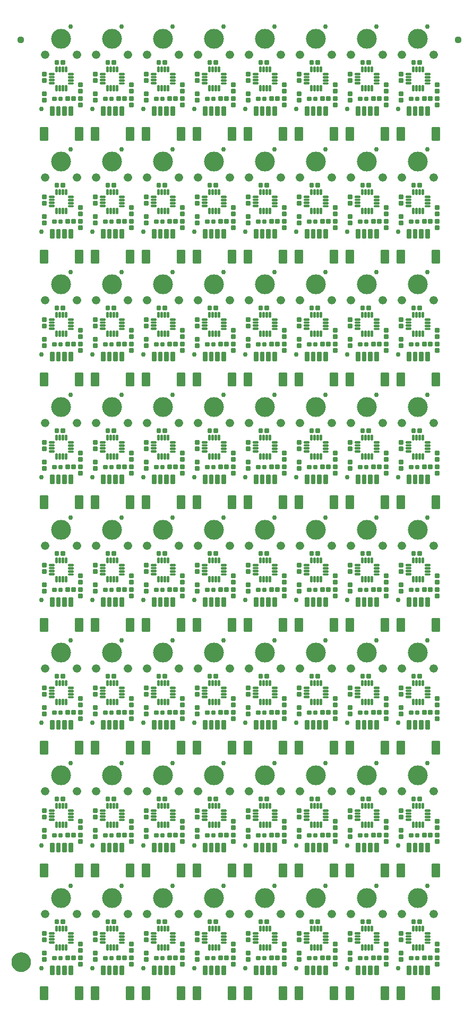
<source format=gts>
G04 EAGLE Gerber RS-274X export*
G75*
%MOMM*%
%FSLAX34Y34*%
%LPD*%
%INSoldermask Top*%
%IPPOS*%
%AMOC8*
5,1,8,0,0,1.08239X$1,22.5*%
G01*
%ADD10C,3.175000*%
%ADD11C,0.225369*%
%ADD12C,0.762000*%
%ADD13C,0.225588*%
%ADD14C,0.350137*%
%ADD15C,1.327000*%
%ADD16C,1.127000*%
%ADD17C,1.270000*%
%ADD18C,1.627000*%


D10*
X38100Y165100D03*
D11*
X45070Y67708D02*
X50086Y67708D01*
X45070Y67708D02*
X45070Y72724D01*
X50086Y72724D01*
X50086Y67708D01*
X50086Y69849D02*
X45070Y69849D01*
X45070Y71990D02*
X50086Y71990D01*
X55070Y67708D02*
X60086Y67708D01*
X55070Y67708D02*
X55070Y72724D01*
X60086Y72724D01*
X60086Y67708D01*
X60086Y69849D02*
X55070Y69849D01*
X55070Y71990D02*
X60086Y71990D01*
X39004Y72500D02*
X33988Y72500D01*
X39004Y72500D02*
X39004Y67484D01*
X33988Y67484D01*
X33988Y72500D01*
X33988Y69625D02*
X39004Y69625D01*
X39004Y71766D02*
X33988Y71766D01*
X29004Y72500D02*
X23988Y72500D01*
X29004Y72500D02*
X29004Y67484D01*
X23988Y67484D01*
X23988Y72500D01*
X23988Y69625D02*
X29004Y69625D01*
X29004Y71766D02*
X23988Y71766D01*
D12*
X52578Y184404D03*
X6096Y53848D03*
D13*
X4593Y4543D02*
X15607Y4543D01*
X4593Y4543D02*
X4593Y23557D01*
X15607Y23557D01*
X15607Y4543D01*
X15607Y6686D02*
X4593Y6686D01*
X4593Y8829D02*
X15607Y8829D01*
X15607Y10972D02*
X4593Y10972D01*
X4593Y13115D02*
X15607Y13115D01*
X15607Y15258D02*
X4593Y15258D01*
X4593Y17401D02*
X15607Y17401D01*
X15607Y19544D02*
X4593Y19544D01*
X4593Y21687D02*
X15607Y21687D01*
X60593Y4543D02*
X71607Y4543D01*
X60593Y4543D02*
X60593Y23557D01*
X71607Y23557D01*
X71607Y4543D01*
X71607Y6686D02*
X60593Y6686D01*
X60593Y8829D02*
X71607Y8829D01*
X71607Y10972D02*
X60593Y10972D01*
X60593Y13115D02*
X71607Y13115D01*
X71607Y15258D02*
X60593Y15258D01*
X60593Y17401D02*
X71607Y17401D01*
X71607Y19544D02*
X60593Y19544D01*
X60593Y21687D02*
X71607Y21687D01*
D11*
X25608Y44542D02*
X20592Y44542D01*
X20592Y57058D01*
X25608Y57058D01*
X25608Y44542D01*
X25608Y46683D02*
X20592Y46683D01*
X20592Y48824D02*
X25608Y48824D01*
X25608Y50965D02*
X20592Y50965D01*
X20592Y53106D02*
X25608Y53106D01*
X25608Y55247D02*
X20592Y55247D01*
X30592Y44542D02*
X35608Y44542D01*
X30592Y44542D02*
X30592Y57058D01*
X35608Y57058D01*
X35608Y44542D01*
X35608Y46683D02*
X30592Y46683D01*
X30592Y48824D02*
X35608Y48824D01*
X35608Y50965D02*
X30592Y50965D01*
X30592Y53106D02*
X35608Y53106D01*
X35608Y55247D02*
X30592Y55247D01*
X40592Y44542D02*
X45608Y44542D01*
X40592Y44542D02*
X40592Y57058D01*
X45608Y57058D01*
X45608Y44542D01*
X45608Y46683D02*
X40592Y46683D01*
X40592Y48824D02*
X45608Y48824D01*
X45608Y50965D02*
X40592Y50965D01*
X40592Y53106D02*
X45608Y53106D01*
X45608Y55247D02*
X40592Y55247D01*
X50592Y44542D02*
X55608Y44542D01*
X50592Y44542D02*
X50592Y57058D01*
X55608Y57058D01*
X55608Y44542D01*
X55608Y46683D02*
X50592Y46683D01*
X50592Y48824D02*
X55608Y48824D01*
X55608Y50965D02*
X50592Y50965D01*
X50592Y53106D02*
X55608Y53106D01*
X55608Y55247D02*
X50592Y55247D01*
X65875Y67516D02*
X65875Y72532D01*
X70891Y72532D01*
X70891Y67516D01*
X65875Y67516D01*
X65875Y69657D02*
X70891Y69657D01*
X70891Y71798D02*
X65875Y71798D01*
X65875Y62532D02*
X65875Y57516D01*
X65875Y62532D02*
X70891Y62532D01*
X70891Y57516D01*
X65875Y57516D01*
X65875Y59657D02*
X70891Y59657D01*
X70891Y61798D02*
X65875Y61798D01*
X70891Y79868D02*
X70891Y84884D01*
X70891Y79868D02*
X65875Y79868D01*
X65875Y84884D01*
X70891Y84884D01*
X70891Y82009D02*
X65875Y82009D01*
X65875Y84150D02*
X70891Y84150D01*
X70891Y89868D02*
X70891Y94884D01*
X70891Y89868D02*
X65875Y89868D01*
X65875Y94884D01*
X70891Y94884D01*
X70891Y92009D02*
X65875Y92009D01*
X65875Y94150D02*
X70891Y94150D01*
D14*
X30175Y89755D02*
X30175Y83485D01*
X30175Y89755D02*
X30945Y89755D01*
X30945Y83485D01*
X30175Y83485D01*
X30175Y86811D02*
X30945Y86811D01*
X35175Y89755D02*
X35175Y83485D01*
X35175Y89755D02*
X35945Y89755D01*
X35945Y83485D01*
X35175Y83485D01*
X35175Y86811D02*
X35945Y86811D01*
X40175Y89755D02*
X40175Y83485D01*
X40175Y89755D02*
X40945Y89755D01*
X40945Y83485D01*
X40175Y83485D01*
X40175Y86811D02*
X40945Y86811D01*
X45175Y89755D02*
X45175Y83485D01*
X45175Y89755D02*
X45945Y89755D01*
X45945Y83485D01*
X45175Y83485D01*
X45175Y86811D02*
X45945Y86811D01*
X50045Y94525D02*
X56315Y94525D01*
X56315Y93755D01*
X50045Y93755D01*
X50045Y94525D01*
X50045Y99525D02*
X56315Y99525D01*
X56315Y98755D01*
X50045Y98755D01*
X50045Y99525D01*
X50045Y104525D02*
X56315Y104525D01*
X56315Y103755D01*
X50045Y103755D01*
X50045Y104525D01*
X50045Y109525D02*
X56315Y109525D01*
X56315Y108755D01*
X50045Y108755D01*
X50045Y109525D01*
X45945Y113525D02*
X45945Y119795D01*
X45945Y113525D02*
X45175Y113525D01*
X45175Y119795D01*
X45945Y119795D01*
X45945Y116851D02*
X45175Y116851D01*
X40945Y119795D02*
X40945Y113525D01*
X40175Y113525D01*
X40175Y119795D01*
X40945Y119795D01*
X40945Y116851D02*
X40175Y116851D01*
X35945Y119795D02*
X35945Y113525D01*
X35175Y113525D01*
X35175Y119795D01*
X35945Y119795D01*
X35945Y116851D02*
X35175Y116851D01*
X30945Y119795D02*
X30945Y113525D01*
X30175Y113525D01*
X30175Y119795D01*
X30945Y119795D01*
X30945Y116851D02*
X30175Y116851D01*
X26275Y108855D02*
X20005Y108855D01*
X20005Y109625D01*
X26275Y109625D01*
X26275Y108855D01*
X26275Y103855D02*
X20005Y103855D01*
X20005Y104625D01*
X26275Y104625D01*
X26275Y103855D01*
X26275Y98855D02*
X20005Y98855D01*
X20005Y99625D01*
X26275Y99625D01*
X26275Y98855D01*
X26275Y93855D02*
X20005Y93855D01*
X20005Y94625D01*
X26275Y94625D01*
X26275Y93855D01*
D11*
X7779Y106632D02*
X7779Y111648D01*
X12795Y111648D01*
X12795Y106632D01*
X7779Y106632D01*
X7779Y108773D02*
X12795Y108773D01*
X12795Y110914D02*
X7779Y110914D01*
X7779Y101648D02*
X7779Y96632D01*
X7779Y101648D02*
X12795Y101648D01*
X12795Y96632D01*
X7779Y96632D01*
X7779Y98773D02*
X12795Y98773D01*
X12795Y100914D02*
X7779Y100914D01*
X38052Y130778D02*
X43068Y130778D01*
X43068Y125762D01*
X38052Y125762D01*
X38052Y130778D01*
X38052Y127903D02*
X43068Y127903D01*
X43068Y130044D02*
X38052Y130044D01*
X33068Y130778D02*
X28052Y130778D01*
X33068Y130778D02*
X33068Y125762D01*
X28052Y125762D01*
X28052Y130778D01*
X28052Y127903D02*
X33068Y127903D01*
X33068Y130044D02*
X28052Y130044D01*
X7779Y80152D02*
X7779Y75136D01*
X7779Y80152D02*
X12795Y80152D01*
X12795Y75136D01*
X7779Y75136D01*
X7779Y77277D02*
X12795Y77277D01*
X12795Y79418D02*
X7779Y79418D01*
X7779Y70152D02*
X7779Y65136D01*
X7779Y70152D02*
X12795Y70152D01*
X12795Y65136D01*
X7779Y65136D01*
X7779Y67277D02*
X12795Y67277D01*
X12795Y69418D02*
X7779Y69418D01*
D15*
X12700Y139700D03*
X63500Y139700D03*
D10*
X119380Y165100D03*
D11*
X126350Y67708D02*
X131366Y67708D01*
X126350Y67708D02*
X126350Y72724D01*
X131366Y72724D01*
X131366Y67708D01*
X131366Y69849D02*
X126350Y69849D01*
X126350Y71990D02*
X131366Y71990D01*
X136350Y67708D02*
X141366Y67708D01*
X136350Y67708D02*
X136350Y72724D01*
X141366Y72724D01*
X141366Y67708D01*
X141366Y69849D02*
X136350Y69849D01*
X136350Y71990D02*
X141366Y71990D01*
X120284Y72500D02*
X115268Y72500D01*
X120284Y72500D02*
X120284Y67484D01*
X115268Y67484D01*
X115268Y72500D01*
X115268Y69625D02*
X120284Y69625D01*
X120284Y71766D02*
X115268Y71766D01*
X110284Y72500D02*
X105268Y72500D01*
X110284Y72500D02*
X110284Y67484D01*
X105268Y67484D01*
X105268Y72500D01*
X105268Y69625D02*
X110284Y69625D01*
X110284Y71766D02*
X105268Y71766D01*
D12*
X133858Y184404D03*
X87376Y53848D03*
D13*
X85873Y4543D02*
X96887Y4543D01*
X85873Y4543D02*
X85873Y23557D01*
X96887Y23557D01*
X96887Y4543D01*
X96887Y6686D02*
X85873Y6686D01*
X85873Y8829D02*
X96887Y8829D01*
X96887Y10972D02*
X85873Y10972D01*
X85873Y13115D02*
X96887Y13115D01*
X96887Y15258D02*
X85873Y15258D01*
X85873Y17401D02*
X96887Y17401D01*
X96887Y19544D02*
X85873Y19544D01*
X85873Y21687D02*
X96887Y21687D01*
X141873Y4543D02*
X152887Y4543D01*
X141873Y4543D02*
X141873Y23557D01*
X152887Y23557D01*
X152887Y4543D01*
X152887Y6686D02*
X141873Y6686D01*
X141873Y8829D02*
X152887Y8829D01*
X152887Y10972D02*
X141873Y10972D01*
X141873Y13115D02*
X152887Y13115D01*
X152887Y15258D02*
X141873Y15258D01*
X141873Y17401D02*
X152887Y17401D01*
X152887Y19544D02*
X141873Y19544D01*
X141873Y21687D02*
X152887Y21687D01*
D11*
X106888Y44542D02*
X101872Y44542D01*
X101872Y57058D01*
X106888Y57058D01*
X106888Y44542D01*
X106888Y46683D02*
X101872Y46683D01*
X101872Y48824D02*
X106888Y48824D01*
X106888Y50965D02*
X101872Y50965D01*
X101872Y53106D02*
X106888Y53106D01*
X106888Y55247D02*
X101872Y55247D01*
X111872Y44542D02*
X116888Y44542D01*
X111872Y44542D02*
X111872Y57058D01*
X116888Y57058D01*
X116888Y44542D01*
X116888Y46683D02*
X111872Y46683D01*
X111872Y48824D02*
X116888Y48824D01*
X116888Y50965D02*
X111872Y50965D01*
X111872Y53106D02*
X116888Y53106D01*
X116888Y55247D02*
X111872Y55247D01*
X121872Y44542D02*
X126888Y44542D01*
X121872Y44542D02*
X121872Y57058D01*
X126888Y57058D01*
X126888Y44542D01*
X126888Y46683D02*
X121872Y46683D01*
X121872Y48824D02*
X126888Y48824D01*
X126888Y50965D02*
X121872Y50965D01*
X121872Y53106D02*
X126888Y53106D01*
X126888Y55247D02*
X121872Y55247D01*
X131872Y44542D02*
X136888Y44542D01*
X131872Y44542D02*
X131872Y57058D01*
X136888Y57058D01*
X136888Y44542D01*
X136888Y46683D02*
X131872Y46683D01*
X131872Y48824D02*
X136888Y48824D01*
X136888Y50965D02*
X131872Y50965D01*
X131872Y53106D02*
X136888Y53106D01*
X136888Y55247D02*
X131872Y55247D01*
X147155Y67516D02*
X147155Y72532D01*
X152171Y72532D01*
X152171Y67516D01*
X147155Y67516D01*
X147155Y69657D02*
X152171Y69657D01*
X152171Y71798D02*
X147155Y71798D01*
X147155Y62532D02*
X147155Y57516D01*
X147155Y62532D02*
X152171Y62532D01*
X152171Y57516D01*
X147155Y57516D01*
X147155Y59657D02*
X152171Y59657D01*
X152171Y61798D02*
X147155Y61798D01*
X152171Y79868D02*
X152171Y84884D01*
X152171Y79868D02*
X147155Y79868D01*
X147155Y84884D01*
X152171Y84884D01*
X152171Y82009D02*
X147155Y82009D01*
X147155Y84150D02*
X152171Y84150D01*
X152171Y89868D02*
X152171Y94884D01*
X152171Y89868D02*
X147155Y89868D01*
X147155Y94884D01*
X152171Y94884D01*
X152171Y92009D02*
X147155Y92009D01*
X147155Y94150D02*
X152171Y94150D01*
D14*
X111455Y89755D02*
X111455Y83485D01*
X111455Y89755D02*
X112225Y89755D01*
X112225Y83485D01*
X111455Y83485D01*
X111455Y86811D02*
X112225Y86811D01*
X116455Y89755D02*
X116455Y83485D01*
X116455Y89755D02*
X117225Y89755D01*
X117225Y83485D01*
X116455Y83485D01*
X116455Y86811D02*
X117225Y86811D01*
X121455Y89755D02*
X121455Y83485D01*
X121455Y89755D02*
X122225Y89755D01*
X122225Y83485D01*
X121455Y83485D01*
X121455Y86811D02*
X122225Y86811D01*
X126455Y89755D02*
X126455Y83485D01*
X126455Y89755D02*
X127225Y89755D01*
X127225Y83485D01*
X126455Y83485D01*
X126455Y86811D02*
X127225Y86811D01*
X131325Y94525D02*
X137595Y94525D01*
X137595Y93755D01*
X131325Y93755D01*
X131325Y94525D01*
X131325Y99525D02*
X137595Y99525D01*
X137595Y98755D01*
X131325Y98755D01*
X131325Y99525D01*
X131325Y104525D02*
X137595Y104525D01*
X137595Y103755D01*
X131325Y103755D01*
X131325Y104525D01*
X131325Y109525D02*
X137595Y109525D01*
X137595Y108755D01*
X131325Y108755D01*
X131325Y109525D01*
X127225Y113525D02*
X127225Y119795D01*
X127225Y113525D02*
X126455Y113525D01*
X126455Y119795D01*
X127225Y119795D01*
X127225Y116851D02*
X126455Y116851D01*
X122225Y119795D02*
X122225Y113525D01*
X121455Y113525D01*
X121455Y119795D01*
X122225Y119795D01*
X122225Y116851D02*
X121455Y116851D01*
X117225Y119795D02*
X117225Y113525D01*
X116455Y113525D01*
X116455Y119795D01*
X117225Y119795D01*
X117225Y116851D02*
X116455Y116851D01*
X112225Y119795D02*
X112225Y113525D01*
X111455Y113525D01*
X111455Y119795D01*
X112225Y119795D01*
X112225Y116851D02*
X111455Y116851D01*
X107555Y108855D02*
X101285Y108855D01*
X101285Y109625D01*
X107555Y109625D01*
X107555Y108855D01*
X107555Y103855D02*
X101285Y103855D01*
X101285Y104625D01*
X107555Y104625D01*
X107555Y103855D01*
X107555Y98855D02*
X101285Y98855D01*
X101285Y99625D01*
X107555Y99625D01*
X107555Y98855D01*
X107555Y93855D02*
X101285Y93855D01*
X101285Y94625D01*
X107555Y94625D01*
X107555Y93855D01*
D11*
X89059Y106632D02*
X89059Y111648D01*
X94075Y111648D01*
X94075Y106632D01*
X89059Y106632D01*
X89059Y108773D02*
X94075Y108773D01*
X94075Y110914D02*
X89059Y110914D01*
X89059Y101648D02*
X89059Y96632D01*
X89059Y101648D02*
X94075Y101648D01*
X94075Y96632D01*
X89059Y96632D01*
X89059Y98773D02*
X94075Y98773D01*
X94075Y100914D02*
X89059Y100914D01*
X119332Y130778D02*
X124348Y130778D01*
X124348Y125762D01*
X119332Y125762D01*
X119332Y130778D01*
X119332Y127903D02*
X124348Y127903D01*
X124348Y130044D02*
X119332Y130044D01*
X114348Y130778D02*
X109332Y130778D01*
X114348Y130778D02*
X114348Y125762D01*
X109332Y125762D01*
X109332Y130778D01*
X109332Y127903D02*
X114348Y127903D01*
X114348Y130044D02*
X109332Y130044D01*
X89059Y80152D02*
X89059Y75136D01*
X89059Y80152D02*
X94075Y80152D01*
X94075Y75136D01*
X89059Y75136D01*
X89059Y77277D02*
X94075Y77277D01*
X94075Y79418D02*
X89059Y79418D01*
X89059Y70152D02*
X89059Y65136D01*
X89059Y70152D02*
X94075Y70152D01*
X94075Y65136D01*
X89059Y65136D01*
X89059Y67277D02*
X94075Y67277D01*
X94075Y69418D02*
X89059Y69418D01*
D15*
X93980Y139700D03*
X144780Y139700D03*
D10*
X200660Y165100D03*
D11*
X207630Y67708D02*
X212646Y67708D01*
X207630Y67708D02*
X207630Y72724D01*
X212646Y72724D01*
X212646Y67708D01*
X212646Y69849D02*
X207630Y69849D01*
X207630Y71990D02*
X212646Y71990D01*
X217630Y67708D02*
X222646Y67708D01*
X217630Y67708D02*
X217630Y72724D01*
X222646Y72724D01*
X222646Y67708D01*
X222646Y69849D02*
X217630Y69849D01*
X217630Y71990D02*
X222646Y71990D01*
X201564Y72500D02*
X196548Y72500D01*
X201564Y72500D02*
X201564Y67484D01*
X196548Y67484D01*
X196548Y72500D01*
X196548Y69625D02*
X201564Y69625D01*
X201564Y71766D02*
X196548Y71766D01*
X191564Y72500D02*
X186548Y72500D01*
X191564Y72500D02*
X191564Y67484D01*
X186548Y67484D01*
X186548Y72500D01*
X186548Y69625D02*
X191564Y69625D01*
X191564Y71766D02*
X186548Y71766D01*
D12*
X215138Y184404D03*
X168656Y53848D03*
D13*
X167153Y4543D02*
X178167Y4543D01*
X167153Y4543D02*
X167153Y23557D01*
X178167Y23557D01*
X178167Y4543D01*
X178167Y6686D02*
X167153Y6686D01*
X167153Y8829D02*
X178167Y8829D01*
X178167Y10972D02*
X167153Y10972D01*
X167153Y13115D02*
X178167Y13115D01*
X178167Y15258D02*
X167153Y15258D01*
X167153Y17401D02*
X178167Y17401D01*
X178167Y19544D02*
X167153Y19544D01*
X167153Y21687D02*
X178167Y21687D01*
X223153Y4543D02*
X234167Y4543D01*
X223153Y4543D02*
X223153Y23557D01*
X234167Y23557D01*
X234167Y4543D01*
X234167Y6686D02*
X223153Y6686D01*
X223153Y8829D02*
X234167Y8829D01*
X234167Y10972D02*
X223153Y10972D01*
X223153Y13115D02*
X234167Y13115D01*
X234167Y15258D02*
X223153Y15258D01*
X223153Y17401D02*
X234167Y17401D01*
X234167Y19544D02*
X223153Y19544D01*
X223153Y21687D02*
X234167Y21687D01*
D11*
X188168Y44542D02*
X183152Y44542D01*
X183152Y57058D01*
X188168Y57058D01*
X188168Y44542D01*
X188168Y46683D02*
X183152Y46683D01*
X183152Y48824D02*
X188168Y48824D01*
X188168Y50965D02*
X183152Y50965D01*
X183152Y53106D02*
X188168Y53106D01*
X188168Y55247D02*
X183152Y55247D01*
X193152Y44542D02*
X198168Y44542D01*
X193152Y44542D02*
X193152Y57058D01*
X198168Y57058D01*
X198168Y44542D01*
X198168Y46683D02*
X193152Y46683D01*
X193152Y48824D02*
X198168Y48824D01*
X198168Y50965D02*
X193152Y50965D01*
X193152Y53106D02*
X198168Y53106D01*
X198168Y55247D02*
X193152Y55247D01*
X203152Y44542D02*
X208168Y44542D01*
X203152Y44542D02*
X203152Y57058D01*
X208168Y57058D01*
X208168Y44542D01*
X208168Y46683D02*
X203152Y46683D01*
X203152Y48824D02*
X208168Y48824D01*
X208168Y50965D02*
X203152Y50965D01*
X203152Y53106D02*
X208168Y53106D01*
X208168Y55247D02*
X203152Y55247D01*
X213152Y44542D02*
X218168Y44542D01*
X213152Y44542D02*
X213152Y57058D01*
X218168Y57058D01*
X218168Y44542D01*
X218168Y46683D02*
X213152Y46683D01*
X213152Y48824D02*
X218168Y48824D01*
X218168Y50965D02*
X213152Y50965D01*
X213152Y53106D02*
X218168Y53106D01*
X218168Y55247D02*
X213152Y55247D01*
X228435Y67516D02*
X228435Y72532D01*
X233451Y72532D01*
X233451Y67516D01*
X228435Y67516D01*
X228435Y69657D02*
X233451Y69657D01*
X233451Y71798D02*
X228435Y71798D01*
X228435Y62532D02*
X228435Y57516D01*
X228435Y62532D02*
X233451Y62532D01*
X233451Y57516D01*
X228435Y57516D01*
X228435Y59657D02*
X233451Y59657D01*
X233451Y61798D02*
X228435Y61798D01*
X233451Y79868D02*
X233451Y84884D01*
X233451Y79868D02*
X228435Y79868D01*
X228435Y84884D01*
X233451Y84884D01*
X233451Y82009D02*
X228435Y82009D01*
X228435Y84150D02*
X233451Y84150D01*
X233451Y89868D02*
X233451Y94884D01*
X233451Y89868D02*
X228435Y89868D01*
X228435Y94884D01*
X233451Y94884D01*
X233451Y92009D02*
X228435Y92009D01*
X228435Y94150D02*
X233451Y94150D01*
D14*
X192735Y89755D02*
X192735Y83485D01*
X192735Y89755D02*
X193505Y89755D01*
X193505Y83485D01*
X192735Y83485D01*
X192735Y86811D02*
X193505Y86811D01*
X197735Y89755D02*
X197735Y83485D01*
X197735Y89755D02*
X198505Y89755D01*
X198505Y83485D01*
X197735Y83485D01*
X197735Y86811D02*
X198505Y86811D01*
X202735Y89755D02*
X202735Y83485D01*
X202735Y89755D02*
X203505Y89755D01*
X203505Y83485D01*
X202735Y83485D01*
X202735Y86811D02*
X203505Y86811D01*
X207735Y89755D02*
X207735Y83485D01*
X207735Y89755D02*
X208505Y89755D01*
X208505Y83485D01*
X207735Y83485D01*
X207735Y86811D02*
X208505Y86811D01*
X212605Y94525D02*
X218875Y94525D01*
X218875Y93755D01*
X212605Y93755D01*
X212605Y94525D01*
X212605Y99525D02*
X218875Y99525D01*
X218875Y98755D01*
X212605Y98755D01*
X212605Y99525D01*
X212605Y104525D02*
X218875Y104525D01*
X218875Y103755D01*
X212605Y103755D01*
X212605Y104525D01*
X212605Y109525D02*
X218875Y109525D01*
X218875Y108755D01*
X212605Y108755D01*
X212605Y109525D01*
X208505Y113525D02*
X208505Y119795D01*
X208505Y113525D02*
X207735Y113525D01*
X207735Y119795D01*
X208505Y119795D01*
X208505Y116851D02*
X207735Y116851D01*
X203505Y119795D02*
X203505Y113525D01*
X202735Y113525D01*
X202735Y119795D01*
X203505Y119795D01*
X203505Y116851D02*
X202735Y116851D01*
X198505Y119795D02*
X198505Y113525D01*
X197735Y113525D01*
X197735Y119795D01*
X198505Y119795D01*
X198505Y116851D02*
X197735Y116851D01*
X193505Y119795D02*
X193505Y113525D01*
X192735Y113525D01*
X192735Y119795D01*
X193505Y119795D01*
X193505Y116851D02*
X192735Y116851D01*
X188835Y108855D02*
X182565Y108855D01*
X182565Y109625D01*
X188835Y109625D01*
X188835Y108855D01*
X188835Y103855D02*
X182565Y103855D01*
X182565Y104625D01*
X188835Y104625D01*
X188835Y103855D01*
X188835Y98855D02*
X182565Y98855D01*
X182565Y99625D01*
X188835Y99625D01*
X188835Y98855D01*
X188835Y93855D02*
X182565Y93855D01*
X182565Y94625D01*
X188835Y94625D01*
X188835Y93855D01*
D11*
X170339Y106632D02*
X170339Y111648D01*
X175355Y111648D01*
X175355Y106632D01*
X170339Y106632D01*
X170339Y108773D02*
X175355Y108773D01*
X175355Y110914D02*
X170339Y110914D01*
X170339Y101648D02*
X170339Y96632D01*
X170339Y101648D02*
X175355Y101648D01*
X175355Y96632D01*
X170339Y96632D01*
X170339Y98773D02*
X175355Y98773D01*
X175355Y100914D02*
X170339Y100914D01*
X200612Y130778D02*
X205628Y130778D01*
X205628Y125762D01*
X200612Y125762D01*
X200612Y130778D01*
X200612Y127903D02*
X205628Y127903D01*
X205628Y130044D02*
X200612Y130044D01*
X195628Y130778D02*
X190612Y130778D01*
X195628Y130778D02*
X195628Y125762D01*
X190612Y125762D01*
X190612Y130778D01*
X190612Y127903D02*
X195628Y127903D01*
X195628Y130044D02*
X190612Y130044D01*
X170339Y80152D02*
X170339Y75136D01*
X170339Y80152D02*
X175355Y80152D01*
X175355Y75136D01*
X170339Y75136D01*
X170339Y77277D02*
X175355Y77277D01*
X175355Y79418D02*
X170339Y79418D01*
X170339Y70152D02*
X170339Y65136D01*
X170339Y70152D02*
X175355Y70152D01*
X175355Y65136D01*
X170339Y65136D01*
X170339Y67277D02*
X175355Y67277D01*
X175355Y69418D02*
X170339Y69418D01*
D15*
X175260Y139700D03*
X226060Y139700D03*
D10*
X281940Y165100D03*
D11*
X288910Y67708D02*
X293926Y67708D01*
X288910Y67708D02*
X288910Y72724D01*
X293926Y72724D01*
X293926Y67708D01*
X293926Y69849D02*
X288910Y69849D01*
X288910Y71990D02*
X293926Y71990D01*
X298910Y67708D02*
X303926Y67708D01*
X298910Y67708D02*
X298910Y72724D01*
X303926Y72724D01*
X303926Y67708D01*
X303926Y69849D02*
X298910Y69849D01*
X298910Y71990D02*
X303926Y71990D01*
X282844Y72500D02*
X277828Y72500D01*
X282844Y72500D02*
X282844Y67484D01*
X277828Y67484D01*
X277828Y72500D01*
X277828Y69625D02*
X282844Y69625D01*
X282844Y71766D02*
X277828Y71766D01*
X272844Y72500D02*
X267828Y72500D01*
X272844Y72500D02*
X272844Y67484D01*
X267828Y67484D01*
X267828Y72500D01*
X267828Y69625D02*
X272844Y69625D01*
X272844Y71766D02*
X267828Y71766D01*
D12*
X296418Y184404D03*
X249936Y53848D03*
D13*
X248433Y4543D02*
X259447Y4543D01*
X248433Y4543D02*
X248433Y23557D01*
X259447Y23557D01*
X259447Y4543D01*
X259447Y6686D02*
X248433Y6686D01*
X248433Y8829D02*
X259447Y8829D01*
X259447Y10972D02*
X248433Y10972D01*
X248433Y13115D02*
X259447Y13115D01*
X259447Y15258D02*
X248433Y15258D01*
X248433Y17401D02*
X259447Y17401D01*
X259447Y19544D02*
X248433Y19544D01*
X248433Y21687D02*
X259447Y21687D01*
X304433Y4543D02*
X315447Y4543D01*
X304433Y4543D02*
X304433Y23557D01*
X315447Y23557D01*
X315447Y4543D01*
X315447Y6686D02*
X304433Y6686D01*
X304433Y8829D02*
X315447Y8829D01*
X315447Y10972D02*
X304433Y10972D01*
X304433Y13115D02*
X315447Y13115D01*
X315447Y15258D02*
X304433Y15258D01*
X304433Y17401D02*
X315447Y17401D01*
X315447Y19544D02*
X304433Y19544D01*
X304433Y21687D02*
X315447Y21687D01*
D11*
X269448Y44542D02*
X264432Y44542D01*
X264432Y57058D01*
X269448Y57058D01*
X269448Y44542D01*
X269448Y46683D02*
X264432Y46683D01*
X264432Y48824D02*
X269448Y48824D01*
X269448Y50965D02*
X264432Y50965D01*
X264432Y53106D02*
X269448Y53106D01*
X269448Y55247D02*
X264432Y55247D01*
X274432Y44542D02*
X279448Y44542D01*
X274432Y44542D02*
X274432Y57058D01*
X279448Y57058D01*
X279448Y44542D01*
X279448Y46683D02*
X274432Y46683D01*
X274432Y48824D02*
X279448Y48824D01*
X279448Y50965D02*
X274432Y50965D01*
X274432Y53106D02*
X279448Y53106D01*
X279448Y55247D02*
X274432Y55247D01*
X284432Y44542D02*
X289448Y44542D01*
X284432Y44542D02*
X284432Y57058D01*
X289448Y57058D01*
X289448Y44542D01*
X289448Y46683D02*
X284432Y46683D01*
X284432Y48824D02*
X289448Y48824D01*
X289448Y50965D02*
X284432Y50965D01*
X284432Y53106D02*
X289448Y53106D01*
X289448Y55247D02*
X284432Y55247D01*
X294432Y44542D02*
X299448Y44542D01*
X294432Y44542D02*
X294432Y57058D01*
X299448Y57058D01*
X299448Y44542D01*
X299448Y46683D02*
X294432Y46683D01*
X294432Y48824D02*
X299448Y48824D01*
X299448Y50965D02*
X294432Y50965D01*
X294432Y53106D02*
X299448Y53106D01*
X299448Y55247D02*
X294432Y55247D01*
X309715Y67516D02*
X309715Y72532D01*
X314731Y72532D01*
X314731Y67516D01*
X309715Y67516D01*
X309715Y69657D02*
X314731Y69657D01*
X314731Y71798D02*
X309715Y71798D01*
X309715Y62532D02*
X309715Y57516D01*
X309715Y62532D02*
X314731Y62532D01*
X314731Y57516D01*
X309715Y57516D01*
X309715Y59657D02*
X314731Y59657D01*
X314731Y61798D02*
X309715Y61798D01*
X314731Y79868D02*
X314731Y84884D01*
X314731Y79868D02*
X309715Y79868D01*
X309715Y84884D01*
X314731Y84884D01*
X314731Y82009D02*
X309715Y82009D01*
X309715Y84150D02*
X314731Y84150D01*
X314731Y89868D02*
X314731Y94884D01*
X314731Y89868D02*
X309715Y89868D01*
X309715Y94884D01*
X314731Y94884D01*
X314731Y92009D02*
X309715Y92009D01*
X309715Y94150D02*
X314731Y94150D01*
D14*
X274015Y89755D02*
X274015Y83485D01*
X274015Y89755D02*
X274785Y89755D01*
X274785Y83485D01*
X274015Y83485D01*
X274015Y86811D02*
X274785Y86811D01*
X279015Y89755D02*
X279015Y83485D01*
X279015Y89755D02*
X279785Y89755D01*
X279785Y83485D01*
X279015Y83485D01*
X279015Y86811D02*
X279785Y86811D01*
X284015Y89755D02*
X284015Y83485D01*
X284015Y89755D02*
X284785Y89755D01*
X284785Y83485D01*
X284015Y83485D01*
X284015Y86811D02*
X284785Y86811D01*
X289015Y89755D02*
X289015Y83485D01*
X289015Y89755D02*
X289785Y89755D01*
X289785Y83485D01*
X289015Y83485D01*
X289015Y86811D02*
X289785Y86811D01*
X293885Y94525D02*
X300155Y94525D01*
X300155Y93755D01*
X293885Y93755D01*
X293885Y94525D01*
X293885Y99525D02*
X300155Y99525D01*
X300155Y98755D01*
X293885Y98755D01*
X293885Y99525D01*
X293885Y104525D02*
X300155Y104525D01*
X300155Y103755D01*
X293885Y103755D01*
X293885Y104525D01*
X293885Y109525D02*
X300155Y109525D01*
X300155Y108755D01*
X293885Y108755D01*
X293885Y109525D01*
X289785Y113525D02*
X289785Y119795D01*
X289785Y113525D02*
X289015Y113525D01*
X289015Y119795D01*
X289785Y119795D01*
X289785Y116851D02*
X289015Y116851D01*
X284785Y119795D02*
X284785Y113525D01*
X284015Y113525D01*
X284015Y119795D01*
X284785Y119795D01*
X284785Y116851D02*
X284015Y116851D01*
X279785Y119795D02*
X279785Y113525D01*
X279015Y113525D01*
X279015Y119795D01*
X279785Y119795D01*
X279785Y116851D02*
X279015Y116851D01*
X274785Y119795D02*
X274785Y113525D01*
X274015Y113525D01*
X274015Y119795D01*
X274785Y119795D01*
X274785Y116851D02*
X274015Y116851D01*
X270115Y108855D02*
X263845Y108855D01*
X263845Y109625D01*
X270115Y109625D01*
X270115Y108855D01*
X270115Y103855D02*
X263845Y103855D01*
X263845Y104625D01*
X270115Y104625D01*
X270115Y103855D01*
X270115Y98855D02*
X263845Y98855D01*
X263845Y99625D01*
X270115Y99625D01*
X270115Y98855D01*
X270115Y93855D02*
X263845Y93855D01*
X263845Y94625D01*
X270115Y94625D01*
X270115Y93855D01*
D11*
X251619Y106632D02*
X251619Y111648D01*
X256635Y111648D01*
X256635Y106632D01*
X251619Y106632D01*
X251619Y108773D02*
X256635Y108773D01*
X256635Y110914D02*
X251619Y110914D01*
X251619Y101648D02*
X251619Y96632D01*
X251619Y101648D02*
X256635Y101648D01*
X256635Y96632D01*
X251619Y96632D01*
X251619Y98773D02*
X256635Y98773D01*
X256635Y100914D02*
X251619Y100914D01*
X281892Y130778D02*
X286908Y130778D01*
X286908Y125762D01*
X281892Y125762D01*
X281892Y130778D01*
X281892Y127903D02*
X286908Y127903D01*
X286908Y130044D02*
X281892Y130044D01*
X276908Y130778D02*
X271892Y130778D01*
X276908Y130778D02*
X276908Y125762D01*
X271892Y125762D01*
X271892Y130778D01*
X271892Y127903D02*
X276908Y127903D01*
X276908Y130044D02*
X271892Y130044D01*
X251619Y80152D02*
X251619Y75136D01*
X251619Y80152D02*
X256635Y80152D01*
X256635Y75136D01*
X251619Y75136D01*
X251619Y77277D02*
X256635Y77277D01*
X256635Y79418D02*
X251619Y79418D01*
X251619Y70152D02*
X251619Y65136D01*
X251619Y70152D02*
X256635Y70152D01*
X256635Y65136D01*
X251619Y65136D01*
X251619Y67277D02*
X256635Y67277D01*
X256635Y69418D02*
X251619Y69418D01*
D15*
X256540Y139700D03*
X307340Y139700D03*
D10*
X363220Y165100D03*
D11*
X370190Y67708D02*
X375206Y67708D01*
X370190Y67708D02*
X370190Y72724D01*
X375206Y72724D01*
X375206Y67708D01*
X375206Y69849D02*
X370190Y69849D01*
X370190Y71990D02*
X375206Y71990D01*
X380190Y67708D02*
X385206Y67708D01*
X380190Y67708D02*
X380190Y72724D01*
X385206Y72724D01*
X385206Y67708D01*
X385206Y69849D02*
X380190Y69849D01*
X380190Y71990D02*
X385206Y71990D01*
X364124Y72500D02*
X359108Y72500D01*
X364124Y72500D02*
X364124Y67484D01*
X359108Y67484D01*
X359108Y72500D01*
X359108Y69625D02*
X364124Y69625D01*
X364124Y71766D02*
X359108Y71766D01*
X354124Y72500D02*
X349108Y72500D01*
X354124Y72500D02*
X354124Y67484D01*
X349108Y67484D01*
X349108Y72500D01*
X349108Y69625D02*
X354124Y69625D01*
X354124Y71766D02*
X349108Y71766D01*
D12*
X377698Y184404D03*
X331216Y53848D03*
D13*
X329713Y4543D02*
X340727Y4543D01*
X329713Y4543D02*
X329713Y23557D01*
X340727Y23557D01*
X340727Y4543D01*
X340727Y6686D02*
X329713Y6686D01*
X329713Y8829D02*
X340727Y8829D01*
X340727Y10972D02*
X329713Y10972D01*
X329713Y13115D02*
X340727Y13115D01*
X340727Y15258D02*
X329713Y15258D01*
X329713Y17401D02*
X340727Y17401D01*
X340727Y19544D02*
X329713Y19544D01*
X329713Y21687D02*
X340727Y21687D01*
X385713Y4543D02*
X396727Y4543D01*
X385713Y4543D02*
X385713Y23557D01*
X396727Y23557D01*
X396727Y4543D01*
X396727Y6686D02*
X385713Y6686D01*
X385713Y8829D02*
X396727Y8829D01*
X396727Y10972D02*
X385713Y10972D01*
X385713Y13115D02*
X396727Y13115D01*
X396727Y15258D02*
X385713Y15258D01*
X385713Y17401D02*
X396727Y17401D01*
X396727Y19544D02*
X385713Y19544D01*
X385713Y21687D02*
X396727Y21687D01*
D11*
X350728Y44542D02*
X345712Y44542D01*
X345712Y57058D01*
X350728Y57058D01*
X350728Y44542D01*
X350728Y46683D02*
X345712Y46683D01*
X345712Y48824D02*
X350728Y48824D01*
X350728Y50965D02*
X345712Y50965D01*
X345712Y53106D02*
X350728Y53106D01*
X350728Y55247D02*
X345712Y55247D01*
X355712Y44542D02*
X360728Y44542D01*
X355712Y44542D02*
X355712Y57058D01*
X360728Y57058D01*
X360728Y44542D01*
X360728Y46683D02*
X355712Y46683D01*
X355712Y48824D02*
X360728Y48824D01*
X360728Y50965D02*
X355712Y50965D01*
X355712Y53106D02*
X360728Y53106D01*
X360728Y55247D02*
X355712Y55247D01*
X365712Y44542D02*
X370728Y44542D01*
X365712Y44542D02*
X365712Y57058D01*
X370728Y57058D01*
X370728Y44542D01*
X370728Y46683D02*
X365712Y46683D01*
X365712Y48824D02*
X370728Y48824D01*
X370728Y50965D02*
X365712Y50965D01*
X365712Y53106D02*
X370728Y53106D01*
X370728Y55247D02*
X365712Y55247D01*
X375712Y44542D02*
X380728Y44542D01*
X375712Y44542D02*
X375712Y57058D01*
X380728Y57058D01*
X380728Y44542D01*
X380728Y46683D02*
X375712Y46683D01*
X375712Y48824D02*
X380728Y48824D01*
X380728Y50965D02*
X375712Y50965D01*
X375712Y53106D02*
X380728Y53106D01*
X380728Y55247D02*
X375712Y55247D01*
X390995Y67516D02*
X390995Y72532D01*
X396011Y72532D01*
X396011Y67516D01*
X390995Y67516D01*
X390995Y69657D02*
X396011Y69657D01*
X396011Y71798D02*
X390995Y71798D01*
X390995Y62532D02*
X390995Y57516D01*
X390995Y62532D02*
X396011Y62532D01*
X396011Y57516D01*
X390995Y57516D01*
X390995Y59657D02*
X396011Y59657D01*
X396011Y61798D02*
X390995Y61798D01*
X396011Y79868D02*
X396011Y84884D01*
X396011Y79868D02*
X390995Y79868D01*
X390995Y84884D01*
X396011Y84884D01*
X396011Y82009D02*
X390995Y82009D01*
X390995Y84150D02*
X396011Y84150D01*
X396011Y89868D02*
X396011Y94884D01*
X396011Y89868D02*
X390995Y89868D01*
X390995Y94884D01*
X396011Y94884D01*
X396011Y92009D02*
X390995Y92009D01*
X390995Y94150D02*
X396011Y94150D01*
D14*
X355295Y89755D02*
X355295Y83485D01*
X355295Y89755D02*
X356065Y89755D01*
X356065Y83485D01*
X355295Y83485D01*
X355295Y86811D02*
X356065Y86811D01*
X360295Y89755D02*
X360295Y83485D01*
X360295Y89755D02*
X361065Y89755D01*
X361065Y83485D01*
X360295Y83485D01*
X360295Y86811D02*
X361065Y86811D01*
X365295Y89755D02*
X365295Y83485D01*
X365295Y89755D02*
X366065Y89755D01*
X366065Y83485D01*
X365295Y83485D01*
X365295Y86811D02*
X366065Y86811D01*
X370295Y89755D02*
X370295Y83485D01*
X370295Y89755D02*
X371065Y89755D01*
X371065Y83485D01*
X370295Y83485D01*
X370295Y86811D02*
X371065Y86811D01*
X375165Y94525D02*
X381435Y94525D01*
X381435Y93755D01*
X375165Y93755D01*
X375165Y94525D01*
X375165Y99525D02*
X381435Y99525D01*
X381435Y98755D01*
X375165Y98755D01*
X375165Y99525D01*
X375165Y104525D02*
X381435Y104525D01*
X381435Y103755D01*
X375165Y103755D01*
X375165Y104525D01*
X375165Y109525D02*
X381435Y109525D01*
X381435Y108755D01*
X375165Y108755D01*
X375165Y109525D01*
X371065Y113525D02*
X371065Y119795D01*
X371065Y113525D02*
X370295Y113525D01*
X370295Y119795D01*
X371065Y119795D01*
X371065Y116851D02*
X370295Y116851D01*
X366065Y119795D02*
X366065Y113525D01*
X365295Y113525D01*
X365295Y119795D01*
X366065Y119795D01*
X366065Y116851D02*
X365295Y116851D01*
X361065Y119795D02*
X361065Y113525D01*
X360295Y113525D01*
X360295Y119795D01*
X361065Y119795D01*
X361065Y116851D02*
X360295Y116851D01*
X356065Y119795D02*
X356065Y113525D01*
X355295Y113525D01*
X355295Y119795D01*
X356065Y119795D01*
X356065Y116851D02*
X355295Y116851D01*
X351395Y108855D02*
X345125Y108855D01*
X345125Y109625D01*
X351395Y109625D01*
X351395Y108855D01*
X351395Y103855D02*
X345125Y103855D01*
X345125Y104625D01*
X351395Y104625D01*
X351395Y103855D01*
X351395Y98855D02*
X345125Y98855D01*
X345125Y99625D01*
X351395Y99625D01*
X351395Y98855D01*
X351395Y93855D02*
X345125Y93855D01*
X345125Y94625D01*
X351395Y94625D01*
X351395Y93855D01*
D11*
X332899Y106632D02*
X332899Y111648D01*
X337915Y111648D01*
X337915Y106632D01*
X332899Y106632D01*
X332899Y108773D02*
X337915Y108773D01*
X337915Y110914D02*
X332899Y110914D01*
X332899Y101648D02*
X332899Y96632D01*
X332899Y101648D02*
X337915Y101648D01*
X337915Y96632D01*
X332899Y96632D01*
X332899Y98773D02*
X337915Y98773D01*
X337915Y100914D02*
X332899Y100914D01*
X363172Y130778D02*
X368188Y130778D01*
X368188Y125762D01*
X363172Y125762D01*
X363172Y130778D01*
X363172Y127903D02*
X368188Y127903D01*
X368188Y130044D02*
X363172Y130044D01*
X358188Y130778D02*
X353172Y130778D01*
X358188Y130778D02*
X358188Y125762D01*
X353172Y125762D01*
X353172Y130778D01*
X353172Y127903D02*
X358188Y127903D01*
X358188Y130044D02*
X353172Y130044D01*
X332899Y80152D02*
X332899Y75136D01*
X332899Y80152D02*
X337915Y80152D01*
X337915Y75136D01*
X332899Y75136D01*
X332899Y77277D02*
X337915Y77277D01*
X337915Y79418D02*
X332899Y79418D01*
X332899Y70152D02*
X332899Y65136D01*
X332899Y70152D02*
X337915Y70152D01*
X337915Y65136D01*
X332899Y65136D01*
X332899Y67277D02*
X337915Y67277D01*
X337915Y69418D02*
X332899Y69418D01*
D15*
X337820Y139700D03*
X388620Y139700D03*
D10*
X444500Y165100D03*
D11*
X451470Y67708D02*
X456486Y67708D01*
X451470Y67708D02*
X451470Y72724D01*
X456486Y72724D01*
X456486Y67708D01*
X456486Y69849D02*
X451470Y69849D01*
X451470Y71990D02*
X456486Y71990D01*
X461470Y67708D02*
X466486Y67708D01*
X461470Y67708D02*
X461470Y72724D01*
X466486Y72724D01*
X466486Y67708D01*
X466486Y69849D02*
X461470Y69849D01*
X461470Y71990D02*
X466486Y71990D01*
X445404Y72500D02*
X440388Y72500D01*
X445404Y72500D02*
X445404Y67484D01*
X440388Y67484D01*
X440388Y72500D01*
X440388Y69625D02*
X445404Y69625D01*
X445404Y71766D02*
X440388Y71766D01*
X435404Y72500D02*
X430388Y72500D01*
X435404Y72500D02*
X435404Y67484D01*
X430388Y67484D01*
X430388Y72500D01*
X430388Y69625D02*
X435404Y69625D01*
X435404Y71766D02*
X430388Y71766D01*
D12*
X458978Y184404D03*
X412496Y53848D03*
D13*
X410993Y4543D02*
X422007Y4543D01*
X410993Y4543D02*
X410993Y23557D01*
X422007Y23557D01*
X422007Y4543D01*
X422007Y6686D02*
X410993Y6686D01*
X410993Y8829D02*
X422007Y8829D01*
X422007Y10972D02*
X410993Y10972D01*
X410993Y13115D02*
X422007Y13115D01*
X422007Y15258D02*
X410993Y15258D01*
X410993Y17401D02*
X422007Y17401D01*
X422007Y19544D02*
X410993Y19544D01*
X410993Y21687D02*
X422007Y21687D01*
X466993Y4543D02*
X478007Y4543D01*
X466993Y4543D02*
X466993Y23557D01*
X478007Y23557D01*
X478007Y4543D01*
X478007Y6686D02*
X466993Y6686D01*
X466993Y8829D02*
X478007Y8829D01*
X478007Y10972D02*
X466993Y10972D01*
X466993Y13115D02*
X478007Y13115D01*
X478007Y15258D02*
X466993Y15258D01*
X466993Y17401D02*
X478007Y17401D01*
X478007Y19544D02*
X466993Y19544D01*
X466993Y21687D02*
X478007Y21687D01*
D11*
X432008Y44542D02*
X426992Y44542D01*
X426992Y57058D01*
X432008Y57058D01*
X432008Y44542D01*
X432008Y46683D02*
X426992Y46683D01*
X426992Y48824D02*
X432008Y48824D01*
X432008Y50965D02*
X426992Y50965D01*
X426992Y53106D02*
X432008Y53106D01*
X432008Y55247D02*
X426992Y55247D01*
X436992Y44542D02*
X442008Y44542D01*
X436992Y44542D02*
X436992Y57058D01*
X442008Y57058D01*
X442008Y44542D01*
X442008Y46683D02*
X436992Y46683D01*
X436992Y48824D02*
X442008Y48824D01*
X442008Y50965D02*
X436992Y50965D01*
X436992Y53106D02*
X442008Y53106D01*
X442008Y55247D02*
X436992Y55247D01*
X446992Y44542D02*
X452008Y44542D01*
X446992Y44542D02*
X446992Y57058D01*
X452008Y57058D01*
X452008Y44542D01*
X452008Y46683D02*
X446992Y46683D01*
X446992Y48824D02*
X452008Y48824D01*
X452008Y50965D02*
X446992Y50965D01*
X446992Y53106D02*
X452008Y53106D01*
X452008Y55247D02*
X446992Y55247D01*
X456992Y44542D02*
X462008Y44542D01*
X456992Y44542D02*
X456992Y57058D01*
X462008Y57058D01*
X462008Y44542D01*
X462008Y46683D02*
X456992Y46683D01*
X456992Y48824D02*
X462008Y48824D01*
X462008Y50965D02*
X456992Y50965D01*
X456992Y53106D02*
X462008Y53106D01*
X462008Y55247D02*
X456992Y55247D01*
X472275Y67516D02*
X472275Y72532D01*
X477291Y72532D01*
X477291Y67516D01*
X472275Y67516D01*
X472275Y69657D02*
X477291Y69657D01*
X477291Y71798D02*
X472275Y71798D01*
X472275Y62532D02*
X472275Y57516D01*
X472275Y62532D02*
X477291Y62532D01*
X477291Y57516D01*
X472275Y57516D01*
X472275Y59657D02*
X477291Y59657D01*
X477291Y61798D02*
X472275Y61798D01*
X477291Y79868D02*
X477291Y84884D01*
X477291Y79868D02*
X472275Y79868D01*
X472275Y84884D01*
X477291Y84884D01*
X477291Y82009D02*
X472275Y82009D01*
X472275Y84150D02*
X477291Y84150D01*
X477291Y89868D02*
X477291Y94884D01*
X477291Y89868D02*
X472275Y89868D01*
X472275Y94884D01*
X477291Y94884D01*
X477291Y92009D02*
X472275Y92009D01*
X472275Y94150D02*
X477291Y94150D01*
D14*
X436575Y89755D02*
X436575Y83485D01*
X436575Y89755D02*
X437345Y89755D01*
X437345Y83485D01*
X436575Y83485D01*
X436575Y86811D02*
X437345Y86811D01*
X441575Y89755D02*
X441575Y83485D01*
X441575Y89755D02*
X442345Y89755D01*
X442345Y83485D01*
X441575Y83485D01*
X441575Y86811D02*
X442345Y86811D01*
X446575Y89755D02*
X446575Y83485D01*
X446575Y89755D02*
X447345Y89755D01*
X447345Y83485D01*
X446575Y83485D01*
X446575Y86811D02*
X447345Y86811D01*
X451575Y89755D02*
X451575Y83485D01*
X451575Y89755D02*
X452345Y89755D01*
X452345Y83485D01*
X451575Y83485D01*
X451575Y86811D02*
X452345Y86811D01*
X456445Y94525D02*
X462715Y94525D01*
X462715Y93755D01*
X456445Y93755D01*
X456445Y94525D01*
X456445Y99525D02*
X462715Y99525D01*
X462715Y98755D01*
X456445Y98755D01*
X456445Y99525D01*
X456445Y104525D02*
X462715Y104525D01*
X462715Y103755D01*
X456445Y103755D01*
X456445Y104525D01*
X456445Y109525D02*
X462715Y109525D01*
X462715Y108755D01*
X456445Y108755D01*
X456445Y109525D01*
X452345Y113525D02*
X452345Y119795D01*
X452345Y113525D02*
X451575Y113525D01*
X451575Y119795D01*
X452345Y119795D01*
X452345Y116851D02*
X451575Y116851D01*
X447345Y119795D02*
X447345Y113525D01*
X446575Y113525D01*
X446575Y119795D01*
X447345Y119795D01*
X447345Y116851D02*
X446575Y116851D01*
X442345Y119795D02*
X442345Y113525D01*
X441575Y113525D01*
X441575Y119795D01*
X442345Y119795D01*
X442345Y116851D02*
X441575Y116851D01*
X437345Y119795D02*
X437345Y113525D01*
X436575Y113525D01*
X436575Y119795D01*
X437345Y119795D01*
X437345Y116851D02*
X436575Y116851D01*
X432675Y108855D02*
X426405Y108855D01*
X426405Y109625D01*
X432675Y109625D01*
X432675Y108855D01*
X432675Y103855D02*
X426405Y103855D01*
X426405Y104625D01*
X432675Y104625D01*
X432675Y103855D01*
X432675Y98855D02*
X426405Y98855D01*
X426405Y99625D01*
X432675Y99625D01*
X432675Y98855D01*
X432675Y93855D02*
X426405Y93855D01*
X426405Y94625D01*
X432675Y94625D01*
X432675Y93855D01*
D11*
X414179Y106632D02*
X414179Y111648D01*
X419195Y111648D01*
X419195Y106632D01*
X414179Y106632D01*
X414179Y108773D02*
X419195Y108773D01*
X419195Y110914D02*
X414179Y110914D01*
X414179Y101648D02*
X414179Y96632D01*
X414179Y101648D02*
X419195Y101648D01*
X419195Y96632D01*
X414179Y96632D01*
X414179Y98773D02*
X419195Y98773D01*
X419195Y100914D02*
X414179Y100914D01*
X444452Y130778D02*
X449468Y130778D01*
X449468Y125762D01*
X444452Y125762D01*
X444452Y130778D01*
X444452Y127903D02*
X449468Y127903D01*
X449468Y130044D02*
X444452Y130044D01*
X439468Y130778D02*
X434452Y130778D01*
X439468Y130778D02*
X439468Y125762D01*
X434452Y125762D01*
X434452Y130778D01*
X434452Y127903D02*
X439468Y127903D01*
X439468Y130044D02*
X434452Y130044D01*
X414179Y80152D02*
X414179Y75136D01*
X414179Y80152D02*
X419195Y80152D01*
X419195Y75136D01*
X414179Y75136D01*
X414179Y77277D02*
X419195Y77277D01*
X419195Y79418D02*
X414179Y79418D01*
X414179Y70152D02*
X414179Y65136D01*
X414179Y70152D02*
X419195Y70152D01*
X419195Y65136D01*
X414179Y65136D01*
X414179Y67277D02*
X419195Y67277D01*
X419195Y69418D02*
X414179Y69418D01*
D15*
X419100Y139700D03*
X469900Y139700D03*
D10*
X525780Y165100D03*
D11*
X532750Y67708D02*
X537766Y67708D01*
X532750Y67708D02*
X532750Y72724D01*
X537766Y72724D01*
X537766Y67708D01*
X537766Y69849D02*
X532750Y69849D01*
X532750Y71990D02*
X537766Y71990D01*
X542750Y67708D02*
X547766Y67708D01*
X542750Y67708D02*
X542750Y72724D01*
X547766Y72724D01*
X547766Y67708D01*
X547766Y69849D02*
X542750Y69849D01*
X542750Y71990D02*
X547766Y71990D01*
X526684Y72500D02*
X521668Y72500D01*
X526684Y72500D02*
X526684Y67484D01*
X521668Y67484D01*
X521668Y72500D01*
X521668Y69625D02*
X526684Y69625D01*
X526684Y71766D02*
X521668Y71766D01*
X516684Y72500D02*
X511668Y72500D01*
X516684Y72500D02*
X516684Y67484D01*
X511668Y67484D01*
X511668Y72500D01*
X511668Y69625D02*
X516684Y69625D01*
X516684Y71766D02*
X511668Y71766D01*
D12*
X540258Y184404D03*
X493776Y53848D03*
D13*
X492273Y4543D02*
X503287Y4543D01*
X492273Y4543D02*
X492273Y23557D01*
X503287Y23557D01*
X503287Y4543D01*
X503287Y6686D02*
X492273Y6686D01*
X492273Y8829D02*
X503287Y8829D01*
X503287Y10972D02*
X492273Y10972D01*
X492273Y13115D02*
X503287Y13115D01*
X503287Y15258D02*
X492273Y15258D01*
X492273Y17401D02*
X503287Y17401D01*
X503287Y19544D02*
X492273Y19544D01*
X492273Y21687D02*
X503287Y21687D01*
X548273Y4543D02*
X559287Y4543D01*
X548273Y4543D02*
X548273Y23557D01*
X559287Y23557D01*
X559287Y4543D01*
X559287Y6686D02*
X548273Y6686D01*
X548273Y8829D02*
X559287Y8829D01*
X559287Y10972D02*
X548273Y10972D01*
X548273Y13115D02*
X559287Y13115D01*
X559287Y15258D02*
X548273Y15258D01*
X548273Y17401D02*
X559287Y17401D01*
X559287Y19544D02*
X548273Y19544D01*
X548273Y21687D02*
X559287Y21687D01*
D11*
X513288Y44542D02*
X508272Y44542D01*
X508272Y57058D01*
X513288Y57058D01*
X513288Y44542D01*
X513288Y46683D02*
X508272Y46683D01*
X508272Y48824D02*
X513288Y48824D01*
X513288Y50965D02*
X508272Y50965D01*
X508272Y53106D02*
X513288Y53106D01*
X513288Y55247D02*
X508272Y55247D01*
X518272Y44542D02*
X523288Y44542D01*
X518272Y44542D02*
X518272Y57058D01*
X523288Y57058D01*
X523288Y44542D01*
X523288Y46683D02*
X518272Y46683D01*
X518272Y48824D02*
X523288Y48824D01*
X523288Y50965D02*
X518272Y50965D01*
X518272Y53106D02*
X523288Y53106D01*
X523288Y55247D02*
X518272Y55247D01*
X528272Y44542D02*
X533288Y44542D01*
X528272Y44542D02*
X528272Y57058D01*
X533288Y57058D01*
X533288Y44542D01*
X533288Y46683D02*
X528272Y46683D01*
X528272Y48824D02*
X533288Y48824D01*
X533288Y50965D02*
X528272Y50965D01*
X528272Y53106D02*
X533288Y53106D01*
X533288Y55247D02*
X528272Y55247D01*
X538272Y44542D02*
X543288Y44542D01*
X538272Y44542D02*
X538272Y57058D01*
X543288Y57058D01*
X543288Y44542D01*
X543288Y46683D02*
X538272Y46683D01*
X538272Y48824D02*
X543288Y48824D01*
X543288Y50965D02*
X538272Y50965D01*
X538272Y53106D02*
X543288Y53106D01*
X543288Y55247D02*
X538272Y55247D01*
X553555Y67516D02*
X553555Y72532D01*
X558571Y72532D01*
X558571Y67516D01*
X553555Y67516D01*
X553555Y69657D02*
X558571Y69657D01*
X558571Y71798D02*
X553555Y71798D01*
X553555Y62532D02*
X553555Y57516D01*
X553555Y62532D02*
X558571Y62532D01*
X558571Y57516D01*
X553555Y57516D01*
X553555Y59657D02*
X558571Y59657D01*
X558571Y61798D02*
X553555Y61798D01*
X558571Y79868D02*
X558571Y84884D01*
X558571Y79868D02*
X553555Y79868D01*
X553555Y84884D01*
X558571Y84884D01*
X558571Y82009D02*
X553555Y82009D01*
X553555Y84150D02*
X558571Y84150D01*
X558571Y89868D02*
X558571Y94884D01*
X558571Y89868D02*
X553555Y89868D01*
X553555Y94884D01*
X558571Y94884D01*
X558571Y92009D02*
X553555Y92009D01*
X553555Y94150D02*
X558571Y94150D01*
D14*
X517855Y89755D02*
X517855Y83485D01*
X517855Y89755D02*
X518625Y89755D01*
X518625Y83485D01*
X517855Y83485D01*
X517855Y86811D02*
X518625Y86811D01*
X522855Y89755D02*
X522855Y83485D01*
X522855Y89755D02*
X523625Y89755D01*
X523625Y83485D01*
X522855Y83485D01*
X522855Y86811D02*
X523625Y86811D01*
X527855Y89755D02*
X527855Y83485D01*
X527855Y89755D02*
X528625Y89755D01*
X528625Y83485D01*
X527855Y83485D01*
X527855Y86811D02*
X528625Y86811D01*
X532855Y89755D02*
X532855Y83485D01*
X532855Y89755D02*
X533625Y89755D01*
X533625Y83485D01*
X532855Y83485D01*
X532855Y86811D02*
X533625Y86811D01*
X537725Y94525D02*
X543995Y94525D01*
X543995Y93755D01*
X537725Y93755D01*
X537725Y94525D01*
X537725Y99525D02*
X543995Y99525D01*
X543995Y98755D01*
X537725Y98755D01*
X537725Y99525D01*
X537725Y104525D02*
X543995Y104525D01*
X543995Y103755D01*
X537725Y103755D01*
X537725Y104525D01*
X537725Y109525D02*
X543995Y109525D01*
X543995Y108755D01*
X537725Y108755D01*
X537725Y109525D01*
X533625Y113525D02*
X533625Y119795D01*
X533625Y113525D02*
X532855Y113525D01*
X532855Y119795D01*
X533625Y119795D01*
X533625Y116851D02*
X532855Y116851D01*
X528625Y119795D02*
X528625Y113525D01*
X527855Y113525D01*
X527855Y119795D01*
X528625Y119795D01*
X528625Y116851D02*
X527855Y116851D01*
X523625Y119795D02*
X523625Y113525D01*
X522855Y113525D01*
X522855Y119795D01*
X523625Y119795D01*
X523625Y116851D02*
X522855Y116851D01*
X518625Y119795D02*
X518625Y113525D01*
X517855Y113525D01*
X517855Y119795D01*
X518625Y119795D01*
X518625Y116851D02*
X517855Y116851D01*
X513955Y108855D02*
X507685Y108855D01*
X507685Y109625D01*
X513955Y109625D01*
X513955Y108855D01*
X513955Y103855D02*
X507685Y103855D01*
X507685Y104625D01*
X513955Y104625D01*
X513955Y103855D01*
X513955Y98855D02*
X507685Y98855D01*
X507685Y99625D01*
X513955Y99625D01*
X513955Y98855D01*
X513955Y93855D02*
X507685Y93855D01*
X507685Y94625D01*
X513955Y94625D01*
X513955Y93855D01*
D11*
X495459Y106632D02*
X495459Y111648D01*
X500475Y111648D01*
X500475Y106632D01*
X495459Y106632D01*
X495459Y108773D02*
X500475Y108773D01*
X500475Y110914D02*
X495459Y110914D01*
X495459Y101648D02*
X495459Y96632D01*
X495459Y101648D02*
X500475Y101648D01*
X500475Y96632D01*
X495459Y96632D01*
X495459Y98773D02*
X500475Y98773D01*
X500475Y100914D02*
X495459Y100914D01*
X525732Y130778D02*
X530748Y130778D01*
X530748Y125762D01*
X525732Y125762D01*
X525732Y130778D01*
X525732Y127903D02*
X530748Y127903D01*
X530748Y130044D02*
X525732Y130044D01*
X520748Y130778D02*
X515732Y130778D01*
X520748Y130778D02*
X520748Y125762D01*
X515732Y125762D01*
X515732Y130778D01*
X515732Y127903D02*
X520748Y127903D01*
X520748Y130044D02*
X515732Y130044D01*
X495459Y80152D02*
X495459Y75136D01*
X495459Y80152D02*
X500475Y80152D01*
X500475Y75136D01*
X495459Y75136D01*
X495459Y77277D02*
X500475Y77277D01*
X500475Y79418D02*
X495459Y79418D01*
X495459Y70152D02*
X495459Y65136D01*
X495459Y70152D02*
X500475Y70152D01*
X500475Y65136D01*
X495459Y65136D01*
X495459Y67277D02*
X500475Y67277D01*
X500475Y69418D02*
X495459Y69418D01*
D15*
X500380Y139700D03*
X551180Y139700D03*
D10*
X607060Y165100D03*
D11*
X614030Y67708D02*
X619046Y67708D01*
X614030Y67708D02*
X614030Y72724D01*
X619046Y72724D01*
X619046Y67708D01*
X619046Y69849D02*
X614030Y69849D01*
X614030Y71990D02*
X619046Y71990D01*
X624030Y67708D02*
X629046Y67708D01*
X624030Y67708D02*
X624030Y72724D01*
X629046Y72724D01*
X629046Y67708D01*
X629046Y69849D02*
X624030Y69849D01*
X624030Y71990D02*
X629046Y71990D01*
X607964Y72500D02*
X602948Y72500D01*
X607964Y72500D02*
X607964Y67484D01*
X602948Y67484D01*
X602948Y72500D01*
X602948Y69625D02*
X607964Y69625D01*
X607964Y71766D02*
X602948Y71766D01*
X597964Y72500D02*
X592948Y72500D01*
X597964Y72500D02*
X597964Y67484D01*
X592948Y67484D01*
X592948Y72500D01*
X592948Y69625D02*
X597964Y69625D01*
X597964Y71766D02*
X592948Y71766D01*
D12*
X621538Y184404D03*
X575056Y53848D03*
D13*
X573553Y4543D02*
X584567Y4543D01*
X573553Y4543D02*
X573553Y23557D01*
X584567Y23557D01*
X584567Y4543D01*
X584567Y6686D02*
X573553Y6686D01*
X573553Y8829D02*
X584567Y8829D01*
X584567Y10972D02*
X573553Y10972D01*
X573553Y13115D02*
X584567Y13115D01*
X584567Y15258D02*
X573553Y15258D01*
X573553Y17401D02*
X584567Y17401D01*
X584567Y19544D02*
X573553Y19544D01*
X573553Y21687D02*
X584567Y21687D01*
X629553Y4543D02*
X640567Y4543D01*
X629553Y4543D02*
X629553Y23557D01*
X640567Y23557D01*
X640567Y4543D01*
X640567Y6686D02*
X629553Y6686D01*
X629553Y8829D02*
X640567Y8829D01*
X640567Y10972D02*
X629553Y10972D01*
X629553Y13115D02*
X640567Y13115D01*
X640567Y15258D02*
X629553Y15258D01*
X629553Y17401D02*
X640567Y17401D01*
X640567Y19544D02*
X629553Y19544D01*
X629553Y21687D02*
X640567Y21687D01*
D11*
X594568Y44542D02*
X589552Y44542D01*
X589552Y57058D01*
X594568Y57058D01*
X594568Y44542D01*
X594568Y46683D02*
X589552Y46683D01*
X589552Y48824D02*
X594568Y48824D01*
X594568Y50965D02*
X589552Y50965D01*
X589552Y53106D02*
X594568Y53106D01*
X594568Y55247D02*
X589552Y55247D01*
X599552Y44542D02*
X604568Y44542D01*
X599552Y44542D02*
X599552Y57058D01*
X604568Y57058D01*
X604568Y44542D01*
X604568Y46683D02*
X599552Y46683D01*
X599552Y48824D02*
X604568Y48824D01*
X604568Y50965D02*
X599552Y50965D01*
X599552Y53106D02*
X604568Y53106D01*
X604568Y55247D02*
X599552Y55247D01*
X609552Y44542D02*
X614568Y44542D01*
X609552Y44542D02*
X609552Y57058D01*
X614568Y57058D01*
X614568Y44542D01*
X614568Y46683D02*
X609552Y46683D01*
X609552Y48824D02*
X614568Y48824D01*
X614568Y50965D02*
X609552Y50965D01*
X609552Y53106D02*
X614568Y53106D01*
X614568Y55247D02*
X609552Y55247D01*
X619552Y44542D02*
X624568Y44542D01*
X619552Y44542D02*
X619552Y57058D01*
X624568Y57058D01*
X624568Y44542D01*
X624568Y46683D02*
X619552Y46683D01*
X619552Y48824D02*
X624568Y48824D01*
X624568Y50965D02*
X619552Y50965D01*
X619552Y53106D02*
X624568Y53106D01*
X624568Y55247D02*
X619552Y55247D01*
X634835Y67516D02*
X634835Y72532D01*
X639851Y72532D01*
X639851Y67516D01*
X634835Y67516D01*
X634835Y69657D02*
X639851Y69657D01*
X639851Y71798D02*
X634835Y71798D01*
X634835Y62532D02*
X634835Y57516D01*
X634835Y62532D02*
X639851Y62532D01*
X639851Y57516D01*
X634835Y57516D01*
X634835Y59657D02*
X639851Y59657D01*
X639851Y61798D02*
X634835Y61798D01*
X639851Y79868D02*
X639851Y84884D01*
X639851Y79868D02*
X634835Y79868D01*
X634835Y84884D01*
X639851Y84884D01*
X639851Y82009D02*
X634835Y82009D01*
X634835Y84150D02*
X639851Y84150D01*
X639851Y89868D02*
X639851Y94884D01*
X639851Y89868D02*
X634835Y89868D01*
X634835Y94884D01*
X639851Y94884D01*
X639851Y92009D02*
X634835Y92009D01*
X634835Y94150D02*
X639851Y94150D01*
D14*
X599135Y89755D02*
X599135Y83485D01*
X599135Y89755D02*
X599905Y89755D01*
X599905Y83485D01*
X599135Y83485D01*
X599135Y86811D02*
X599905Y86811D01*
X604135Y89755D02*
X604135Y83485D01*
X604135Y89755D02*
X604905Y89755D01*
X604905Y83485D01*
X604135Y83485D01*
X604135Y86811D02*
X604905Y86811D01*
X609135Y89755D02*
X609135Y83485D01*
X609135Y89755D02*
X609905Y89755D01*
X609905Y83485D01*
X609135Y83485D01*
X609135Y86811D02*
X609905Y86811D01*
X614135Y89755D02*
X614135Y83485D01*
X614135Y89755D02*
X614905Y89755D01*
X614905Y83485D01*
X614135Y83485D01*
X614135Y86811D02*
X614905Y86811D01*
X619005Y94525D02*
X625275Y94525D01*
X625275Y93755D01*
X619005Y93755D01*
X619005Y94525D01*
X619005Y99525D02*
X625275Y99525D01*
X625275Y98755D01*
X619005Y98755D01*
X619005Y99525D01*
X619005Y104525D02*
X625275Y104525D01*
X625275Y103755D01*
X619005Y103755D01*
X619005Y104525D01*
X619005Y109525D02*
X625275Y109525D01*
X625275Y108755D01*
X619005Y108755D01*
X619005Y109525D01*
X614905Y113525D02*
X614905Y119795D01*
X614905Y113525D02*
X614135Y113525D01*
X614135Y119795D01*
X614905Y119795D01*
X614905Y116851D02*
X614135Y116851D01*
X609905Y119795D02*
X609905Y113525D01*
X609135Y113525D01*
X609135Y119795D01*
X609905Y119795D01*
X609905Y116851D02*
X609135Y116851D01*
X604905Y119795D02*
X604905Y113525D01*
X604135Y113525D01*
X604135Y119795D01*
X604905Y119795D01*
X604905Y116851D02*
X604135Y116851D01*
X599905Y119795D02*
X599905Y113525D01*
X599135Y113525D01*
X599135Y119795D01*
X599905Y119795D01*
X599905Y116851D02*
X599135Y116851D01*
X595235Y108855D02*
X588965Y108855D01*
X588965Y109625D01*
X595235Y109625D01*
X595235Y108855D01*
X595235Y103855D02*
X588965Y103855D01*
X588965Y104625D01*
X595235Y104625D01*
X595235Y103855D01*
X595235Y98855D02*
X588965Y98855D01*
X588965Y99625D01*
X595235Y99625D01*
X595235Y98855D01*
X595235Y93855D02*
X588965Y93855D01*
X588965Y94625D01*
X595235Y94625D01*
X595235Y93855D01*
D11*
X576739Y106632D02*
X576739Y111648D01*
X581755Y111648D01*
X581755Y106632D01*
X576739Y106632D01*
X576739Y108773D02*
X581755Y108773D01*
X581755Y110914D02*
X576739Y110914D01*
X576739Y101648D02*
X576739Y96632D01*
X576739Y101648D02*
X581755Y101648D01*
X581755Y96632D01*
X576739Y96632D01*
X576739Y98773D02*
X581755Y98773D01*
X581755Y100914D02*
X576739Y100914D01*
X607012Y130778D02*
X612028Y130778D01*
X612028Y125762D01*
X607012Y125762D01*
X607012Y130778D01*
X607012Y127903D02*
X612028Y127903D01*
X612028Y130044D02*
X607012Y130044D01*
X602028Y130778D02*
X597012Y130778D01*
X602028Y130778D02*
X602028Y125762D01*
X597012Y125762D01*
X597012Y130778D01*
X597012Y127903D02*
X602028Y127903D01*
X602028Y130044D02*
X597012Y130044D01*
X576739Y80152D02*
X576739Y75136D01*
X576739Y80152D02*
X581755Y80152D01*
X581755Y75136D01*
X576739Y75136D01*
X576739Y77277D02*
X581755Y77277D01*
X581755Y79418D02*
X576739Y79418D01*
X576739Y70152D02*
X576739Y65136D01*
X576739Y70152D02*
X581755Y70152D01*
X581755Y65136D01*
X576739Y65136D01*
X576739Y67277D02*
X581755Y67277D01*
X581755Y69418D02*
X576739Y69418D01*
D15*
X581660Y139700D03*
X632460Y139700D03*
D10*
X38100Y360680D03*
D11*
X45070Y263288D02*
X50086Y263288D01*
X45070Y263288D02*
X45070Y268304D01*
X50086Y268304D01*
X50086Y263288D01*
X50086Y265429D02*
X45070Y265429D01*
X45070Y267570D02*
X50086Y267570D01*
X55070Y263288D02*
X60086Y263288D01*
X55070Y263288D02*
X55070Y268304D01*
X60086Y268304D01*
X60086Y263288D01*
X60086Y265429D02*
X55070Y265429D01*
X55070Y267570D02*
X60086Y267570D01*
X39004Y268080D02*
X33988Y268080D01*
X39004Y268080D02*
X39004Y263064D01*
X33988Y263064D01*
X33988Y268080D01*
X33988Y265205D02*
X39004Y265205D01*
X39004Y267346D02*
X33988Y267346D01*
X29004Y268080D02*
X23988Y268080D01*
X29004Y268080D02*
X29004Y263064D01*
X23988Y263064D01*
X23988Y268080D01*
X23988Y265205D02*
X29004Y265205D01*
X29004Y267346D02*
X23988Y267346D01*
D12*
X52578Y379984D03*
X6096Y249428D03*
D13*
X4593Y200123D02*
X15607Y200123D01*
X4593Y200123D02*
X4593Y219137D01*
X15607Y219137D01*
X15607Y200123D01*
X15607Y202266D02*
X4593Y202266D01*
X4593Y204409D02*
X15607Y204409D01*
X15607Y206552D02*
X4593Y206552D01*
X4593Y208695D02*
X15607Y208695D01*
X15607Y210838D02*
X4593Y210838D01*
X4593Y212981D02*
X15607Y212981D01*
X15607Y215124D02*
X4593Y215124D01*
X4593Y217267D02*
X15607Y217267D01*
X60593Y200123D02*
X71607Y200123D01*
X60593Y200123D02*
X60593Y219137D01*
X71607Y219137D01*
X71607Y200123D01*
X71607Y202266D02*
X60593Y202266D01*
X60593Y204409D02*
X71607Y204409D01*
X71607Y206552D02*
X60593Y206552D01*
X60593Y208695D02*
X71607Y208695D01*
X71607Y210838D02*
X60593Y210838D01*
X60593Y212981D02*
X71607Y212981D01*
X71607Y215124D02*
X60593Y215124D01*
X60593Y217267D02*
X71607Y217267D01*
D11*
X25608Y240122D02*
X20592Y240122D01*
X20592Y252638D01*
X25608Y252638D01*
X25608Y240122D01*
X25608Y242263D02*
X20592Y242263D01*
X20592Y244404D02*
X25608Y244404D01*
X25608Y246545D02*
X20592Y246545D01*
X20592Y248686D02*
X25608Y248686D01*
X25608Y250827D02*
X20592Y250827D01*
X30592Y240122D02*
X35608Y240122D01*
X30592Y240122D02*
X30592Y252638D01*
X35608Y252638D01*
X35608Y240122D01*
X35608Y242263D02*
X30592Y242263D01*
X30592Y244404D02*
X35608Y244404D01*
X35608Y246545D02*
X30592Y246545D01*
X30592Y248686D02*
X35608Y248686D01*
X35608Y250827D02*
X30592Y250827D01*
X40592Y240122D02*
X45608Y240122D01*
X40592Y240122D02*
X40592Y252638D01*
X45608Y252638D01*
X45608Y240122D01*
X45608Y242263D02*
X40592Y242263D01*
X40592Y244404D02*
X45608Y244404D01*
X45608Y246545D02*
X40592Y246545D01*
X40592Y248686D02*
X45608Y248686D01*
X45608Y250827D02*
X40592Y250827D01*
X50592Y240122D02*
X55608Y240122D01*
X50592Y240122D02*
X50592Y252638D01*
X55608Y252638D01*
X55608Y240122D01*
X55608Y242263D02*
X50592Y242263D01*
X50592Y244404D02*
X55608Y244404D01*
X55608Y246545D02*
X50592Y246545D01*
X50592Y248686D02*
X55608Y248686D01*
X55608Y250827D02*
X50592Y250827D01*
X65875Y263096D02*
X65875Y268112D01*
X70891Y268112D01*
X70891Y263096D01*
X65875Y263096D01*
X65875Y265237D02*
X70891Y265237D01*
X70891Y267378D02*
X65875Y267378D01*
X65875Y258112D02*
X65875Y253096D01*
X65875Y258112D02*
X70891Y258112D01*
X70891Y253096D01*
X65875Y253096D01*
X65875Y255237D02*
X70891Y255237D01*
X70891Y257378D02*
X65875Y257378D01*
X70891Y275448D02*
X70891Y280464D01*
X70891Y275448D02*
X65875Y275448D01*
X65875Y280464D01*
X70891Y280464D01*
X70891Y277589D02*
X65875Y277589D01*
X65875Y279730D02*
X70891Y279730D01*
X70891Y285448D02*
X70891Y290464D01*
X70891Y285448D02*
X65875Y285448D01*
X65875Y290464D01*
X70891Y290464D01*
X70891Y287589D02*
X65875Y287589D01*
X65875Y289730D02*
X70891Y289730D01*
D14*
X30175Y285335D02*
X30175Y279065D01*
X30175Y285335D02*
X30945Y285335D01*
X30945Y279065D01*
X30175Y279065D01*
X30175Y282391D02*
X30945Y282391D01*
X35175Y285335D02*
X35175Y279065D01*
X35175Y285335D02*
X35945Y285335D01*
X35945Y279065D01*
X35175Y279065D01*
X35175Y282391D02*
X35945Y282391D01*
X40175Y285335D02*
X40175Y279065D01*
X40175Y285335D02*
X40945Y285335D01*
X40945Y279065D01*
X40175Y279065D01*
X40175Y282391D02*
X40945Y282391D01*
X45175Y285335D02*
X45175Y279065D01*
X45175Y285335D02*
X45945Y285335D01*
X45945Y279065D01*
X45175Y279065D01*
X45175Y282391D02*
X45945Y282391D01*
X50045Y290105D02*
X56315Y290105D01*
X56315Y289335D01*
X50045Y289335D01*
X50045Y290105D01*
X50045Y295105D02*
X56315Y295105D01*
X56315Y294335D01*
X50045Y294335D01*
X50045Y295105D01*
X50045Y300105D02*
X56315Y300105D01*
X56315Y299335D01*
X50045Y299335D01*
X50045Y300105D01*
X50045Y305105D02*
X56315Y305105D01*
X56315Y304335D01*
X50045Y304335D01*
X50045Y305105D01*
X45945Y309105D02*
X45945Y315375D01*
X45945Y309105D02*
X45175Y309105D01*
X45175Y315375D01*
X45945Y315375D01*
X45945Y312431D02*
X45175Y312431D01*
X40945Y315375D02*
X40945Y309105D01*
X40175Y309105D01*
X40175Y315375D01*
X40945Y315375D01*
X40945Y312431D02*
X40175Y312431D01*
X35945Y315375D02*
X35945Y309105D01*
X35175Y309105D01*
X35175Y315375D01*
X35945Y315375D01*
X35945Y312431D02*
X35175Y312431D01*
X30945Y315375D02*
X30945Y309105D01*
X30175Y309105D01*
X30175Y315375D01*
X30945Y315375D01*
X30945Y312431D02*
X30175Y312431D01*
X26275Y304435D02*
X20005Y304435D01*
X20005Y305205D01*
X26275Y305205D01*
X26275Y304435D01*
X26275Y299435D02*
X20005Y299435D01*
X20005Y300205D01*
X26275Y300205D01*
X26275Y299435D01*
X26275Y294435D02*
X20005Y294435D01*
X20005Y295205D01*
X26275Y295205D01*
X26275Y294435D01*
X26275Y289435D02*
X20005Y289435D01*
X20005Y290205D01*
X26275Y290205D01*
X26275Y289435D01*
D11*
X7779Y302212D02*
X7779Y307228D01*
X12795Y307228D01*
X12795Y302212D01*
X7779Y302212D01*
X7779Y304353D02*
X12795Y304353D01*
X12795Y306494D02*
X7779Y306494D01*
X7779Y297228D02*
X7779Y292212D01*
X7779Y297228D02*
X12795Y297228D01*
X12795Y292212D01*
X7779Y292212D01*
X7779Y294353D02*
X12795Y294353D01*
X12795Y296494D02*
X7779Y296494D01*
X38052Y326358D02*
X43068Y326358D01*
X43068Y321342D01*
X38052Y321342D01*
X38052Y326358D01*
X38052Y323483D02*
X43068Y323483D01*
X43068Y325624D02*
X38052Y325624D01*
X33068Y326358D02*
X28052Y326358D01*
X33068Y326358D02*
X33068Y321342D01*
X28052Y321342D01*
X28052Y326358D01*
X28052Y323483D02*
X33068Y323483D01*
X33068Y325624D02*
X28052Y325624D01*
X7779Y275732D02*
X7779Y270716D01*
X7779Y275732D02*
X12795Y275732D01*
X12795Y270716D01*
X7779Y270716D01*
X7779Y272857D02*
X12795Y272857D01*
X12795Y274998D02*
X7779Y274998D01*
X7779Y265732D02*
X7779Y260716D01*
X7779Y265732D02*
X12795Y265732D01*
X12795Y260716D01*
X7779Y260716D01*
X7779Y262857D02*
X12795Y262857D01*
X12795Y264998D02*
X7779Y264998D01*
D15*
X12700Y335280D03*
X63500Y335280D03*
D10*
X119380Y360680D03*
D11*
X126350Y263288D02*
X131366Y263288D01*
X126350Y263288D02*
X126350Y268304D01*
X131366Y268304D01*
X131366Y263288D01*
X131366Y265429D02*
X126350Y265429D01*
X126350Y267570D02*
X131366Y267570D01*
X136350Y263288D02*
X141366Y263288D01*
X136350Y263288D02*
X136350Y268304D01*
X141366Y268304D01*
X141366Y263288D01*
X141366Y265429D02*
X136350Y265429D01*
X136350Y267570D02*
X141366Y267570D01*
X120284Y268080D02*
X115268Y268080D01*
X120284Y268080D02*
X120284Y263064D01*
X115268Y263064D01*
X115268Y268080D01*
X115268Y265205D02*
X120284Y265205D01*
X120284Y267346D02*
X115268Y267346D01*
X110284Y268080D02*
X105268Y268080D01*
X110284Y268080D02*
X110284Y263064D01*
X105268Y263064D01*
X105268Y268080D01*
X105268Y265205D02*
X110284Y265205D01*
X110284Y267346D02*
X105268Y267346D01*
D12*
X133858Y379984D03*
X87376Y249428D03*
D13*
X85873Y200123D02*
X96887Y200123D01*
X85873Y200123D02*
X85873Y219137D01*
X96887Y219137D01*
X96887Y200123D01*
X96887Y202266D02*
X85873Y202266D01*
X85873Y204409D02*
X96887Y204409D01*
X96887Y206552D02*
X85873Y206552D01*
X85873Y208695D02*
X96887Y208695D01*
X96887Y210838D02*
X85873Y210838D01*
X85873Y212981D02*
X96887Y212981D01*
X96887Y215124D02*
X85873Y215124D01*
X85873Y217267D02*
X96887Y217267D01*
X141873Y200123D02*
X152887Y200123D01*
X141873Y200123D02*
X141873Y219137D01*
X152887Y219137D01*
X152887Y200123D01*
X152887Y202266D02*
X141873Y202266D01*
X141873Y204409D02*
X152887Y204409D01*
X152887Y206552D02*
X141873Y206552D01*
X141873Y208695D02*
X152887Y208695D01*
X152887Y210838D02*
X141873Y210838D01*
X141873Y212981D02*
X152887Y212981D01*
X152887Y215124D02*
X141873Y215124D01*
X141873Y217267D02*
X152887Y217267D01*
D11*
X106888Y240122D02*
X101872Y240122D01*
X101872Y252638D01*
X106888Y252638D01*
X106888Y240122D01*
X106888Y242263D02*
X101872Y242263D01*
X101872Y244404D02*
X106888Y244404D01*
X106888Y246545D02*
X101872Y246545D01*
X101872Y248686D02*
X106888Y248686D01*
X106888Y250827D02*
X101872Y250827D01*
X111872Y240122D02*
X116888Y240122D01*
X111872Y240122D02*
X111872Y252638D01*
X116888Y252638D01*
X116888Y240122D01*
X116888Y242263D02*
X111872Y242263D01*
X111872Y244404D02*
X116888Y244404D01*
X116888Y246545D02*
X111872Y246545D01*
X111872Y248686D02*
X116888Y248686D01*
X116888Y250827D02*
X111872Y250827D01*
X121872Y240122D02*
X126888Y240122D01*
X121872Y240122D02*
X121872Y252638D01*
X126888Y252638D01*
X126888Y240122D01*
X126888Y242263D02*
X121872Y242263D01*
X121872Y244404D02*
X126888Y244404D01*
X126888Y246545D02*
X121872Y246545D01*
X121872Y248686D02*
X126888Y248686D01*
X126888Y250827D02*
X121872Y250827D01*
X131872Y240122D02*
X136888Y240122D01*
X131872Y240122D02*
X131872Y252638D01*
X136888Y252638D01*
X136888Y240122D01*
X136888Y242263D02*
X131872Y242263D01*
X131872Y244404D02*
X136888Y244404D01*
X136888Y246545D02*
X131872Y246545D01*
X131872Y248686D02*
X136888Y248686D01*
X136888Y250827D02*
X131872Y250827D01*
X147155Y263096D02*
X147155Y268112D01*
X152171Y268112D01*
X152171Y263096D01*
X147155Y263096D01*
X147155Y265237D02*
X152171Y265237D01*
X152171Y267378D02*
X147155Y267378D01*
X147155Y258112D02*
X147155Y253096D01*
X147155Y258112D02*
X152171Y258112D01*
X152171Y253096D01*
X147155Y253096D01*
X147155Y255237D02*
X152171Y255237D01*
X152171Y257378D02*
X147155Y257378D01*
X152171Y275448D02*
X152171Y280464D01*
X152171Y275448D02*
X147155Y275448D01*
X147155Y280464D01*
X152171Y280464D01*
X152171Y277589D02*
X147155Y277589D01*
X147155Y279730D02*
X152171Y279730D01*
X152171Y285448D02*
X152171Y290464D01*
X152171Y285448D02*
X147155Y285448D01*
X147155Y290464D01*
X152171Y290464D01*
X152171Y287589D02*
X147155Y287589D01*
X147155Y289730D02*
X152171Y289730D01*
D14*
X111455Y285335D02*
X111455Y279065D01*
X111455Y285335D02*
X112225Y285335D01*
X112225Y279065D01*
X111455Y279065D01*
X111455Y282391D02*
X112225Y282391D01*
X116455Y285335D02*
X116455Y279065D01*
X116455Y285335D02*
X117225Y285335D01*
X117225Y279065D01*
X116455Y279065D01*
X116455Y282391D02*
X117225Y282391D01*
X121455Y285335D02*
X121455Y279065D01*
X121455Y285335D02*
X122225Y285335D01*
X122225Y279065D01*
X121455Y279065D01*
X121455Y282391D02*
X122225Y282391D01*
X126455Y285335D02*
X126455Y279065D01*
X126455Y285335D02*
X127225Y285335D01*
X127225Y279065D01*
X126455Y279065D01*
X126455Y282391D02*
X127225Y282391D01*
X131325Y290105D02*
X137595Y290105D01*
X137595Y289335D01*
X131325Y289335D01*
X131325Y290105D01*
X131325Y295105D02*
X137595Y295105D01*
X137595Y294335D01*
X131325Y294335D01*
X131325Y295105D01*
X131325Y300105D02*
X137595Y300105D01*
X137595Y299335D01*
X131325Y299335D01*
X131325Y300105D01*
X131325Y305105D02*
X137595Y305105D01*
X137595Y304335D01*
X131325Y304335D01*
X131325Y305105D01*
X127225Y309105D02*
X127225Y315375D01*
X127225Y309105D02*
X126455Y309105D01*
X126455Y315375D01*
X127225Y315375D01*
X127225Y312431D02*
X126455Y312431D01*
X122225Y315375D02*
X122225Y309105D01*
X121455Y309105D01*
X121455Y315375D01*
X122225Y315375D01*
X122225Y312431D02*
X121455Y312431D01*
X117225Y315375D02*
X117225Y309105D01*
X116455Y309105D01*
X116455Y315375D01*
X117225Y315375D01*
X117225Y312431D02*
X116455Y312431D01*
X112225Y315375D02*
X112225Y309105D01*
X111455Y309105D01*
X111455Y315375D01*
X112225Y315375D01*
X112225Y312431D02*
X111455Y312431D01*
X107555Y304435D02*
X101285Y304435D01*
X101285Y305205D01*
X107555Y305205D01*
X107555Y304435D01*
X107555Y299435D02*
X101285Y299435D01*
X101285Y300205D01*
X107555Y300205D01*
X107555Y299435D01*
X107555Y294435D02*
X101285Y294435D01*
X101285Y295205D01*
X107555Y295205D01*
X107555Y294435D01*
X107555Y289435D02*
X101285Y289435D01*
X101285Y290205D01*
X107555Y290205D01*
X107555Y289435D01*
D11*
X89059Y302212D02*
X89059Y307228D01*
X94075Y307228D01*
X94075Y302212D01*
X89059Y302212D01*
X89059Y304353D02*
X94075Y304353D01*
X94075Y306494D02*
X89059Y306494D01*
X89059Y297228D02*
X89059Y292212D01*
X89059Y297228D02*
X94075Y297228D01*
X94075Y292212D01*
X89059Y292212D01*
X89059Y294353D02*
X94075Y294353D01*
X94075Y296494D02*
X89059Y296494D01*
X119332Y326358D02*
X124348Y326358D01*
X124348Y321342D01*
X119332Y321342D01*
X119332Y326358D01*
X119332Y323483D02*
X124348Y323483D01*
X124348Y325624D02*
X119332Y325624D01*
X114348Y326358D02*
X109332Y326358D01*
X114348Y326358D02*
X114348Y321342D01*
X109332Y321342D01*
X109332Y326358D01*
X109332Y323483D02*
X114348Y323483D01*
X114348Y325624D02*
X109332Y325624D01*
X89059Y275732D02*
X89059Y270716D01*
X89059Y275732D02*
X94075Y275732D01*
X94075Y270716D01*
X89059Y270716D01*
X89059Y272857D02*
X94075Y272857D01*
X94075Y274998D02*
X89059Y274998D01*
X89059Y265732D02*
X89059Y260716D01*
X89059Y265732D02*
X94075Y265732D01*
X94075Y260716D01*
X89059Y260716D01*
X89059Y262857D02*
X94075Y262857D01*
X94075Y264998D02*
X89059Y264998D01*
D15*
X93980Y335280D03*
X144780Y335280D03*
D10*
X200660Y360680D03*
D11*
X207630Y263288D02*
X212646Y263288D01*
X207630Y263288D02*
X207630Y268304D01*
X212646Y268304D01*
X212646Y263288D01*
X212646Y265429D02*
X207630Y265429D01*
X207630Y267570D02*
X212646Y267570D01*
X217630Y263288D02*
X222646Y263288D01*
X217630Y263288D02*
X217630Y268304D01*
X222646Y268304D01*
X222646Y263288D01*
X222646Y265429D02*
X217630Y265429D01*
X217630Y267570D02*
X222646Y267570D01*
X201564Y268080D02*
X196548Y268080D01*
X201564Y268080D02*
X201564Y263064D01*
X196548Y263064D01*
X196548Y268080D01*
X196548Y265205D02*
X201564Y265205D01*
X201564Y267346D02*
X196548Y267346D01*
X191564Y268080D02*
X186548Y268080D01*
X191564Y268080D02*
X191564Y263064D01*
X186548Y263064D01*
X186548Y268080D01*
X186548Y265205D02*
X191564Y265205D01*
X191564Y267346D02*
X186548Y267346D01*
D12*
X215138Y379984D03*
X168656Y249428D03*
D13*
X167153Y200123D02*
X178167Y200123D01*
X167153Y200123D02*
X167153Y219137D01*
X178167Y219137D01*
X178167Y200123D01*
X178167Y202266D02*
X167153Y202266D01*
X167153Y204409D02*
X178167Y204409D01*
X178167Y206552D02*
X167153Y206552D01*
X167153Y208695D02*
X178167Y208695D01*
X178167Y210838D02*
X167153Y210838D01*
X167153Y212981D02*
X178167Y212981D01*
X178167Y215124D02*
X167153Y215124D01*
X167153Y217267D02*
X178167Y217267D01*
X223153Y200123D02*
X234167Y200123D01*
X223153Y200123D02*
X223153Y219137D01*
X234167Y219137D01*
X234167Y200123D01*
X234167Y202266D02*
X223153Y202266D01*
X223153Y204409D02*
X234167Y204409D01*
X234167Y206552D02*
X223153Y206552D01*
X223153Y208695D02*
X234167Y208695D01*
X234167Y210838D02*
X223153Y210838D01*
X223153Y212981D02*
X234167Y212981D01*
X234167Y215124D02*
X223153Y215124D01*
X223153Y217267D02*
X234167Y217267D01*
D11*
X188168Y240122D02*
X183152Y240122D01*
X183152Y252638D01*
X188168Y252638D01*
X188168Y240122D01*
X188168Y242263D02*
X183152Y242263D01*
X183152Y244404D02*
X188168Y244404D01*
X188168Y246545D02*
X183152Y246545D01*
X183152Y248686D02*
X188168Y248686D01*
X188168Y250827D02*
X183152Y250827D01*
X193152Y240122D02*
X198168Y240122D01*
X193152Y240122D02*
X193152Y252638D01*
X198168Y252638D01*
X198168Y240122D01*
X198168Y242263D02*
X193152Y242263D01*
X193152Y244404D02*
X198168Y244404D01*
X198168Y246545D02*
X193152Y246545D01*
X193152Y248686D02*
X198168Y248686D01*
X198168Y250827D02*
X193152Y250827D01*
X203152Y240122D02*
X208168Y240122D01*
X203152Y240122D02*
X203152Y252638D01*
X208168Y252638D01*
X208168Y240122D01*
X208168Y242263D02*
X203152Y242263D01*
X203152Y244404D02*
X208168Y244404D01*
X208168Y246545D02*
X203152Y246545D01*
X203152Y248686D02*
X208168Y248686D01*
X208168Y250827D02*
X203152Y250827D01*
X213152Y240122D02*
X218168Y240122D01*
X213152Y240122D02*
X213152Y252638D01*
X218168Y252638D01*
X218168Y240122D01*
X218168Y242263D02*
X213152Y242263D01*
X213152Y244404D02*
X218168Y244404D01*
X218168Y246545D02*
X213152Y246545D01*
X213152Y248686D02*
X218168Y248686D01*
X218168Y250827D02*
X213152Y250827D01*
X228435Y263096D02*
X228435Y268112D01*
X233451Y268112D01*
X233451Y263096D01*
X228435Y263096D01*
X228435Y265237D02*
X233451Y265237D01*
X233451Y267378D02*
X228435Y267378D01*
X228435Y258112D02*
X228435Y253096D01*
X228435Y258112D02*
X233451Y258112D01*
X233451Y253096D01*
X228435Y253096D01*
X228435Y255237D02*
X233451Y255237D01*
X233451Y257378D02*
X228435Y257378D01*
X233451Y275448D02*
X233451Y280464D01*
X233451Y275448D02*
X228435Y275448D01*
X228435Y280464D01*
X233451Y280464D01*
X233451Y277589D02*
X228435Y277589D01*
X228435Y279730D02*
X233451Y279730D01*
X233451Y285448D02*
X233451Y290464D01*
X233451Y285448D02*
X228435Y285448D01*
X228435Y290464D01*
X233451Y290464D01*
X233451Y287589D02*
X228435Y287589D01*
X228435Y289730D02*
X233451Y289730D01*
D14*
X192735Y285335D02*
X192735Y279065D01*
X192735Y285335D02*
X193505Y285335D01*
X193505Y279065D01*
X192735Y279065D01*
X192735Y282391D02*
X193505Y282391D01*
X197735Y285335D02*
X197735Y279065D01*
X197735Y285335D02*
X198505Y285335D01*
X198505Y279065D01*
X197735Y279065D01*
X197735Y282391D02*
X198505Y282391D01*
X202735Y285335D02*
X202735Y279065D01*
X202735Y285335D02*
X203505Y285335D01*
X203505Y279065D01*
X202735Y279065D01*
X202735Y282391D02*
X203505Y282391D01*
X207735Y285335D02*
X207735Y279065D01*
X207735Y285335D02*
X208505Y285335D01*
X208505Y279065D01*
X207735Y279065D01*
X207735Y282391D02*
X208505Y282391D01*
X212605Y290105D02*
X218875Y290105D01*
X218875Y289335D01*
X212605Y289335D01*
X212605Y290105D01*
X212605Y295105D02*
X218875Y295105D01*
X218875Y294335D01*
X212605Y294335D01*
X212605Y295105D01*
X212605Y300105D02*
X218875Y300105D01*
X218875Y299335D01*
X212605Y299335D01*
X212605Y300105D01*
X212605Y305105D02*
X218875Y305105D01*
X218875Y304335D01*
X212605Y304335D01*
X212605Y305105D01*
X208505Y309105D02*
X208505Y315375D01*
X208505Y309105D02*
X207735Y309105D01*
X207735Y315375D01*
X208505Y315375D01*
X208505Y312431D02*
X207735Y312431D01*
X203505Y315375D02*
X203505Y309105D01*
X202735Y309105D01*
X202735Y315375D01*
X203505Y315375D01*
X203505Y312431D02*
X202735Y312431D01*
X198505Y315375D02*
X198505Y309105D01*
X197735Y309105D01*
X197735Y315375D01*
X198505Y315375D01*
X198505Y312431D02*
X197735Y312431D01*
X193505Y315375D02*
X193505Y309105D01*
X192735Y309105D01*
X192735Y315375D01*
X193505Y315375D01*
X193505Y312431D02*
X192735Y312431D01*
X188835Y304435D02*
X182565Y304435D01*
X182565Y305205D01*
X188835Y305205D01*
X188835Y304435D01*
X188835Y299435D02*
X182565Y299435D01*
X182565Y300205D01*
X188835Y300205D01*
X188835Y299435D01*
X188835Y294435D02*
X182565Y294435D01*
X182565Y295205D01*
X188835Y295205D01*
X188835Y294435D01*
X188835Y289435D02*
X182565Y289435D01*
X182565Y290205D01*
X188835Y290205D01*
X188835Y289435D01*
D11*
X170339Y302212D02*
X170339Y307228D01*
X175355Y307228D01*
X175355Y302212D01*
X170339Y302212D01*
X170339Y304353D02*
X175355Y304353D01*
X175355Y306494D02*
X170339Y306494D01*
X170339Y297228D02*
X170339Y292212D01*
X170339Y297228D02*
X175355Y297228D01*
X175355Y292212D01*
X170339Y292212D01*
X170339Y294353D02*
X175355Y294353D01*
X175355Y296494D02*
X170339Y296494D01*
X200612Y326358D02*
X205628Y326358D01*
X205628Y321342D01*
X200612Y321342D01*
X200612Y326358D01*
X200612Y323483D02*
X205628Y323483D01*
X205628Y325624D02*
X200612Y325624D01*
X195628Y326358D02*
X190612Y326358D01*
X195628Y326358D02*
X195628Y321342D01*
X190612Y321342D01*
X190612Y326358D01*
X190612Y323483D02*
X195628Y323483D01*
X195628Y325624D02*
X190612Y325624D01*
X170339Y275732D02*
X170339Y270716D01*
X170339Y275732D02*
X175355Y275732D01*
X175355Y270716D01*
X170339Y270716D01*
X170339Y272857D02*
X175355Y272857D01*
X175355Y274998D02*
X170339Y274998D01*
X170339Y265732D02*
X170339Y260716D01*
X170339Y265732D02*
X175355Y265732D01*
X175355Y260716D01*
X170339Y260716D01*
X170339Y262857D02*
X175355Y262857D01*
X175355Y264998D02*
X170339Y264998D01*
D15*
X175260Y335280D03*
X226060Y335280D03*
D10*
X281940Y360680D03*
D11*
X288910Y263288D02*
X293926Y263288D01*
X288910Y263288D02*
X288910Y268304D01*
X293926Y268304D01*
X293926Y263288D01*
X293926Y265429D02*
X288910Y265429D01*
X288910Y267570D02*
X293926Y267570D01*
X298910Y263288D02*
X303926Y263288D01*
X298910Y263288D02*
X298910Y268304D01*
X303926Y268304D01*
X303926Y263288D01*
X303926Y265429D02*
X298910Y265429D01*
X298910Y267570D02*
X303926Y267570D01*
X282844Y268080D02*
X277828Y268080D01*
X282844Y268080D02*
X282844Y263064D01*
X277828Y263064D01*
X277828Y268080D01*
X277828Y265205D02*
X282844Y265205D01*
X282844Y267346D02*
X277828Y267346D01*
X272844Y268080D02*
X267828Y268080D01*
X272844Y268080D02*
X272844Y263064D01*
X267828Y263064D01*
X267828Y268080D01*
X267828Y265205D02*
X272844Y265205D01*
X272844Y267346D02*
X267828Y267346D01*
D12*
X296418Y379984D03*
X249936Y249428D03*
D13*
X248433Y200123D02*
X259447Y200123D01*
X248433Y200123D02*
X248433Y219137D01*
X259447Y219137D01*
X259447Y200123D01*
X259447Y202266D02*
X248433Y202266D01*
X248433Y204409D02*
X259447Y204409D01*
X259447Y206552D02*
X248433Y206552D01*
X248433Y208695D02*
X259447Y208695D01*
X259447Y210838D02*
X248433Y210838D01*
X248433Y212981D02*
X259447Y212981D01*
X259447Y215124D02*
X248433Y215124D01*
X248433Y217267D02*
X259447Y217267D01*
X304433Y200123D02*
X315447Y200123D01*
X304433Y200123D02*
X304433Y219137D01*
X315447Y219137D01*
X315447Y200123D01*
X315447Y202266D02*
X304433Y202266D01*
X304433Y204409D02*
X315447Y204409D01*
X315447Y206552D02*
X304433Y206552D01*
X304433Y208695D02*
X315447Y208695D01*
X315447Y210838D02*
X304433Y210838D01*
X304433Y212981D02*
X315447Y212981D01*
X315447Y215124D02*
X304433Y215124D01*
X304433Y217267D02*
X315447Y217267D01*
D11*
X269448Y240122D02*
X264432Y240122D01*
X264432Y252638D01*
X269448Y252638D01*
X269448Y240122D01*
X269448Y242263D02*
X264432Y242263D01*
X264432Y244404D02*
X269448Y244404D01*
X269448Y246545D02*
X264432Y246545D01*
X264432Y248686D02*
X269448Y248686D01*
X269448Y250827D02*
X264432Y250827D01*
X274432Y240122D02*
X279448Y240122D01*
X274432Y240122D02*
X274432Y252638D01*
X279448Y252638D01*
X279448Y240122D01*
X279448Y242263D02*
X274432Y242263D01*
X274432Y244404D02*
X279448Y244404D01*
X279448Y246545D02*
X274432Y246545D01*
X274432Y248686D02*
X279448Y248686D01*
X279448Y250827D02*
X274432Y250827D01*
X284432Y240122D02*
X289448Y240122D01*
X284432Y240122D02*
X284432Y252638D01*
X289448Y252638D01*
X289448Y240122D01*
X289448Y242263D02*
X284432Y242263D01*
X284432Y244404D02*
X289448Y244404D01*
X289448Y246545D02*
X284432Y246545D01*
X284432Y248686D02*
X289448Y248686D01*
X289448Y250827D02*
X284432Y250827D01*
X294432Y240122D02*
X299448Y240122D01*
X294432Y240122D02*
X294432Y252638D01*
X299448Y252638D01*
X299448Y240122D01*
X299448Y242263D02*
X294432Y242263D01*
X294432Y244404D02*
X299448Y244404D01*
X299448Y246545D02*
X294432Y246545D01*
X294432Y248686D02*
X299448Y248686D01*
X299448Y250827D02*
X294432Y250827D01*
X309715Y263096D02*
X309715Y268112D01*
X314731Y268112D01*
X314731Y263096D01*
X309715Y263096D01*
X309715Y265237D02*
X314731Y265237D01*
X314731Y267378D02*
X309715Y267378D01*
X309715Y258112D02*
X309715Y253096D01*
X309715Y258112D02*
X314731Y258112D01*
X314731Y253096D01*
X309715Y253096D01*
X309715Y255237D02*
X314731Y255237D01*
X314731Y257378D02*
X309715Y257378D01*
X314731Y275448D02*
X314731Y280464D01*
X314731Y275448D02*
X309715Y275448D01*
X309715Y280464D01*
X314731Y280464D01*
X314731Y277589D02*
X309715Y277589D01*
X309715Y279730D02*
X314731Y279730D01*
X314731Y285448D02*
X314731Y290464D01*
X314731Y285448D02*
X309715Y285448D01*
X309715Y290464D01*
X314731Y290464D01*
X314731Y287589D02*
X309715Y287589D01*
X309715Y289730D02*
X314731Y289730D01*
D14*
X274015Y285335D02*
X274015Y279065D01*
X274015Y285335D02*
X274785Y285335D01*
X274785Y279065D01*
X274015Y279065D01*
X274015Y282391D02*
X274785Y282391D01*
X279015Y285335D02*
X279015Y279065D01*
X279015Y285335D02*
X279785Y285335D01*
X279785Y279065D01*
X279015Y279065D01*
X279015Y282391D02*
X279785Y282391D01*
X284015Y285335D02*
X284015Y279065D01*
X284015Y285335D02*
X284785Y285335D01*
X284785Y279065D01*
X284015Y279065D01*
X284015Y282391D02*
X284785Y282391D01*
X289015Y285335D02*
X289015Y279065D01*
X289015Y285335D02*
X289785Y285335D01*
X289785Y279065D01*
X289015Y279065D01*
X289015Y282391D02*
X289785Y282391D01*
X293885Y290105D02*
X300155Y290105D01*
X300155Y289335D01*
X293885Y289335D01*
X293885Y290105D01*
X293885Y295105D02*
X300155Y295105D01*
X300155Y294335D01*
X293885Y294335D01*
X293885Y295105D01*
X293885Y300105D02*
X300155Y300105D01*
X300155Y299335D01*
X293885Y299335D01*
X293885Y300105D01*
X293885Y305105D02*
X300155Y305105D01*
X300155Y304335D01*
X293885Y304335D01*
X293885Y305105D01*
X289785Y309105D02*
X289785Y315375D01*
X289785Y309105D02*
X289015Y309105D01*
X289015Y315375D01*
X289785Y315375D01*
X289785Y312431D02*
X289015Y312431D01*
X284785Y315375D02*
X284785Y309105D01*
X284015Y309105D01*
X284015Y315375D01*
X284785Y315375D01*
X284785Y312431D02*
X284015Y312431D01*
X279785Y315375D02*
X279785Y309105D01*
X279015Y309105D01*
X279015Y315375D01*
X279785Y315375D01*
X279785Y312431D02*
X279015Y312431D01*
X274785Y315375D02*
X274785Y309105D01*
X274015Y309105D01*
X274015Y315375D01*
X274785Y315375D01*
X274785Y312431D02*
X274015Y312431D01*
X270115Y304435D02*
X263845Y304435D01*
X263845Y305205D01*
X270115Y305205D01*
X270115Y304435D01*
X270115Y299435D02*
X263845Y299435D01*
X263845Y300205D01*
X270115Y300205D01*
X270115Y299435D01*
X270115Y294435D02*
X263845Y294435D01*
X263845Y295205D01*
X270115Y295205D01*
X270115Y294435D01*
X270115Y289435D02*
X263845Y289435D01*
X263845Y290205D01*
X270115Y290205D01*
X270115Y289435D01*
D11*
X251619Y302212D02*
X251619Y307228D01*
X256635Y307228D01*
X256635Y302212D01*
X251619Y302212D01*
X251619Y304353D02*
X256635Y304353D01*
X256635Y306494D02*
X251619Y306494D01*
X251619Y297228D02*
X251619Y292212D01*
X251619Y297228D02*
X256635Y297228D01*
X256635Y292212D01*
X251619Y292212D01*
X251619Y294353D02*
X256635Y294353D01*
X256635Y296494D02*
X251619Y296494D01*
X281892Y326358D02*
X286908Y326358D01*
X286908Y321342D01*
X281892Y321342D01*
X281892Y326358D01*
X281892Y323483D02*
X286908Y323483D01*
X286908Y325624D02*
X281892Y325624D01*
X276908Y326358D02*
X271892Y326358D01*
X276908Y326358D02*
X276908Y321342D01*
X271892Y321342D01*
X271892Y326358D01*
X271892Y323483D02*
X276908Y323483D01*
X276908Y325624D02*
X271892Y325624D01*
X251619Y275732D02*
X251619Y270716D01*
X251619Y275732D02*
X256635Y275732D01*
X256635Y270716D01*
X251619Y270716D01*
X251619Y272857D02*
X256635Y272857D01*
X256635Y274998D02*
X251619Y274998D01*
X251619Y265732D02*
X251619Y260716D01*
X251619Y265732D02*
X256635Y265732D01*
X256635Y260716D01*
X251619Y260716D01*
X251619Y262857D02*
X256635Y262857D01*
X256635Y264998D02*
X251619Y264998D01*
D15*
X256540Y335280D03*
X307340Y335280D03*
D10*
X363220Y360680D03*
D11*
X370190Y263288D02*
X375206Y263288D01*
X370190Y263288D02*
X370190Y268304D01*
X375206Y268304D01*
X375206Y263288D01*
X375206Y265429D02*
X370190Y265429D01*
X370190Y267570D02*
X375206Y267570D01*
X380190Y263288D02*
X385206Y263288D01*
X380190Y263288D02*
X380190Y268304D01*
X385206Y268304D01*
X385206Y263288D01*
X385206Y265429D02*
X380190Y265429D01*
X380190Y267570D02*
X385206Y267570D01*
X364124Y268080D02*
X359108Y268080D01*
X364124Y268080D02*
X364124Y263064D01*
X359108Y263064D01*
X359108Y268080D01*
X359108Y265205D02*
X364124Y265205D01*
X364124Y267346D02*
X359108Y267346D01*
X354124Y268080D02*
X349108Y268080D01*
X354124Y268080D02*
X354124Y263064D01*
X349108Y263064D01*
X349108Y268080D01*
X349108Y265205D02*
X354124Y265205D01*
X354124Y267346D02*
X349108Y267346D01*
D12*
X377698Y379984D03*
X331216Y249428D03*
D13*
X329713Y200123D02*
X340727Y200123D01*
X329713Y200123D02*
X329713Y219137D01*
X340727Y219137D01*
X340727Y200123D01*
X340727Y202266D02*
X329713Y202266D01*
X329713Y204409D02*
X340727Y204409D01*
X340727Y206552D02*
X329713Y206552D01*
X329713Y208695D02*
X340727Y208695D01*
X340727Y210838D02*
X329713Y210838D01*
X329713Y212981D02*
X340727Y212981D01*
X340727Y215124D02*
X329713Y215124D01*
X329713Y217267D02*
X340727Y217267D01*
X385713Y200123D02*
X396727Y200123D01*
X385713Y200123D02*
X385713Y219137D01*
X396727Y219137D01*
X396727Y200123D01*
X396727Y202266D02*
X385713Y202266D01*
X385713Y204409D02*
X396727Y204409D01*
X396727Y206552D02*
X385713Y206552D01*
X385713Y208695D02*
X396727Y208695D01*
X396727Y210838D02*
X385713Y210838D01*
X385713Y212981D02*
X396727Y212981D01*
X396727Y215124D02*
X385713Y215124D01*
X385713Y217267D02*
X396727Y217267D01*
D11*
X350728Y240122D02*
X345712Y240122D01*
X345712Y252638D01*
X350728Y252638D01*
X350728Y240122D01*
X350728Y242263D02*
X345712Y242263D01*
X345712Y244404D02*
X350728Y244404D01*
X350728Y246545D02*
X345712Y246545D01*
X345712Y248686D02*
X350728Y248686D01*
X350728Y250827D02*
X345712Y250827D01*
X355712Y240122D02*
X360728Y240122D01*
X355712Y240122D02*
X355712Y252638D01*
X360728Y252638D01*
X360728Y240122D01*
X360728Y242263D02*
X355712Y242263D01*
X355712Y244404D02*
X360728Y244404D01*
X360728Y246545D02*
X355712Y246545D01*
X355712Y248686D02*
X360728Y248686D01*
X360728Y250827D02*
X355712Y250827D01*
X365712Y240122D02*
X370728Y240122D01*
X365712Y240122D02*
X365712Y252638D01*
X370728Y252638D01*
X370728Y240122D01*
X370728Y242263D02*
X365712Y242263D01*
X365712Y244404D02*
X370728Y244404D01*
X370728Y246545D02*
X365712Y246545D01*
X365712Y248686D02*
X370728Y248686D01*
X370728Y250827D02*
X365712Y250827D01*
X375712Y240122D02*
X380728Y240122D01*
X375712Y240122D02*
X375712Y252638D01*
X380728Y252638D01*
X380728Y240122D01*
X380728Y242263D02*
X375712Y242263D01*
X375712Y244404D02*
X380728Y244404D01*
X380728Y246545D02*
X375712Y246545D01*
X375712Y248686D02*
X380728Y248686D01*
X380728Y250827D02*
X375712Y250827D01*
X390995Y263096D02*
X390995Y268112D01*
X396011Y268112D01*
X396011Y263096D01*
X390995Y263096D01*
X390995Y265237D02*
X396011Y265237D01*
X396011Y267378D02*
X390995Y267378D01*
X390995Y258112D02*
X390995Y253096D01*
X390995Y258112D02*
X396011Y258112D01*
X396011Y253096D01*
X390995Y253096D01*
X390995Y255237D02*
X396011Y255237D01*
X396011Y257378D02*
X390995Y257378D01*
X396011Y275448D02*
X396011Y280464D01*
X396011Y275448D02*
X390995Y275448D01*
X390995Y280464D01*
X396011Y280464D01*
X396011Y277589D02*
X390995Y277589D01*
X390995Y279730D02*
X396011Y279730D01*
X396011Y285448D02*
X396011Y290464D01*
X396011Y285448D02*
X390995Y285448D01*
X390995Y290464D01*
X396011Y290464D01*
X396011Y287589D02*
X390995Y287589D01*
X390995Y289730D02*
X396011Y289730D01*
D14*
X355295Y285335D02*
X355295Y279065D01*
X355295Y285335D02*
X356065Y285335D01*
X356065Y279065D01*
X355295Y279065D01*
X355295Y282391D02*
X356065Y282391D01*
X360295Y285335D02*
X360295Y279065D01*
X360295Y285335D02*
X361065Y285335D01*
X361065Y279065D01*
X360295Y279065D01*
X360295Y282391D02*
X361065Y282391D01*
X365295Y285335D02*
X365295Y279065D01*
X365295Y285335D02*
X366065Y285335D01*
X366065Y279065D01*
X365295Y279065D01*
X365295Y282391D02*
X366065Y282391D01*
X370295Y285335D02*
X370295Y279065D01*
X370295Y285335D02*
X371065Y285335D01*
X371065Y279065D01*
X370295Y279065D01*
X370295Y282391D02*
X371065Y282391D01*
X375165Y290105D02*
X381435Y290105D01*
X381435Y289335D01*
X375165Y289335D01*
X375165Y290105D01*
X375165Y295105D02*
X381435Y295105D01*
X381435Y294335D01*
X375165Y294335D01*
X375165Y295105D01*
X375165Y300105D02*
X381435Y300105D01*
X381435Y299335D01*
X375165Y299335D01*
X375165Y300105D01*
X375165Y305105D02*
X381435Y305105D01*
X381435Y304335D01*
X375165Y304335D01*
X375165Y305105D01*
X371065Y309105D02*
X371065Y315375D01*
X371065Y309105D02*
X370295Y309105D01*
X370295Y315375D01*
X371065Y315375D01*
X371065Y312431D02*
X370295Y312431D01*
X366065Y315375D02*
X366065Y309105D01*
X365295Y309105D01*
X365295Y315375D01*
X366065Y315375D01*
X366065Y312431D02*
X365295Y312431D01*
X361065Y315375D02*
X361065Y309105D01*
X360295Y309105D01*
X360295Y315375D01*
X361065Y315375D01*
X361065Y312431D02*
X360295Y312431D01*
X356065Y315375D02*
X356065Y309105D01*
X355295Y309105D01*
X355295Y315375D01*
X356065Y315375D01*
X356065Y312431D02*
X355295Y312431D01*
X351395Y304435D02*
X345125Y304435D01*
X345125Y305205D01*
X351395Y305205D01*
X351395Y304435D01*
X351395Y299435D02*
X345125Y299435D01*
X345125Y300205D01*
X351395Y300205D01*
X351395Y299435D01*
X351395Y294435D02*
X345125Y294435D01*
X345125Y295205D01*
X351395Y295205D01*
X351395Y294435D01*
X351395Y289435D02*
X345125Y289435D01*
X345125Y290205D01*
X351395Y290205D01*
X351395Y289435D01*
D11*
X332899Y302212D02*
X332899Y307228D01*
X337915Y307228D01*
X337915Y302212D01*
X332899Y302212D01*
X332899Y304353D02*
X337915Y304353D01*
X337915Y306494D02*
X332899Y306494D01*
X332899Y297228D02*
X332899Y292212D01*
X332899Y297228D02*
X337915Y297228D01*
X337915Y292212D01*
X332899Y292212D01*
X332899Y294353D02*
X337915Y294353D01*
X337915Y296494D02*
X332899Y296494D01*
X363172Y326358D02*
X368188Y326358D01*
X368188Y321342D01*
X363172Y321342D01*
X363172Y326358D01*
X363172Y323483D02*
X368188Y323483D01*
X368188Y325624D02*
X363172Y325624D01*
X358188Y326358D02*
X353172Y326358D01*
X358188Y326358D02*
X358188Y321342D01*
X353172Y321342D01*
X353172Y326358D01*
X353172Y323483D02*
X358188Y323483D01*
X358188Y325624D02*
X353172Y325624D01*
X332899Y275732D02*
X332899Y270716D01*
X332899Y275732D02*
X337915Y275732D01*
X337915Y270716D01*
X332899Y270716D01*
X332899Y272857D02*
X337915Y272857D01*
X337915Y274998D02*
X332899Y274998D01*
X332899Y265732D02*
X332899Y260716D01*
X332899Y265732D02*
X337915Y265732D01*
X337915Y260716D01*
X332899Y260716D01*
X332899Y262857D02*
X337915Y262857D01*
X337915Y264998D02*
X332899Y264998D01*
D15*
X337820Y335280D03*
X388620Y335280D03*
D10*
X444500Y360680D03*
D11*
X451470Y263288D02*
X456486Y263288D01*
X451470Y263288D02*
X451470Y268304D01*
X456486Y268304D01*
X456486Y263288D01*
X456486Y265429D02*
X451470Y265429D01*
X451470Y267570D02*
X456486Y267570D01*
X461470Y263288D02*
X466486Y263288D01*
X461470Y263288D02*
X461470Y268304D01*
X466486Y268304D01*
X466486Y263288D01*
X466486Y265429D02*
X461470Y265429D01*
X461470Y267570D02*
X466486Y267570D01*
X445404Y268080D02*
X440388Y268080D01*
X445404Y268080D02*
X445404Y263064D01*
X440388Y263064D01*
X440388Y268080D01*
X440388Y265205D02*
X445404Y265205D01*
X445404Y267346D02*
X440388Y267346D01*
X435404Y268080D02*
X430388Y268080D01*
X435404Y268080D02*
X435404Y263064D01*
X430388Y263064D01*
X430388Y268080D01*
X430388Y265205D02*
X435404Y265205D01*
X435404Y267346D02*
X430388Y267346D01*
D12*
X458978Y379984D03*
X412496Y249428D03*
D13*
X410993Y200123D02*
X422007Y200123D01*
X410993Y200123D02*
X410993Y219137D01*
X422007Y219137D01*
X422007Y200123D01*
X422007Y202266D02*
X410993Y202266D01*
X410993Y204409D02*
X422007Y204409D01*
X422007Y206552D02*
X410993Y206552D01*
X410993Y208695D02*
X422007Y208695D01*
X422007Y210838D02*
X410993Y210838D01*
X410993Y212981D02*
X422007Y212981D01*
X422007Y215124D02*
X410993Y215124D01*
X410993Y217267D02*
X422007Y217267D01*
X466993Y200123D02*
X478007Y200123D01*
X466993Y200123D02*
X466993Y219137D01*
X478007Y219137D01*
X478007Y200123D01*
X478007Y202266D02*
X466993Y202266D01*
X466993Y204409D02*
X478007Y204409D01*
X478007Y206552D02*
X466993Y206552D01*
X466993Y208695D02*
X478007Y208695D01*
X478007Y210838D02*
X466993Y210838D01*
X466993Y212981D02*
X478007Y212981D01*
X478007Y215124D02*
X466993Y215124D01*
X466993Y217267D02*
X478007Y217267D01*
D11*
X432008Y240122D02*
X426992Y240122D01*
X426992Y252638D01*
X432008Y252638D01*
X432008Y240122D01*
X432008Y242263D02*
X426992Y242263D01*
X426992Y244404D02*
X432008Y244404D01*
X432008Y246545D02*
X426992Y246545D01*
X426992Y248686D02*
X432008Y248686D01*
X432008Y250827D02*
X426992Y250827D01*
X436992Y240122D02*
X442008Y240122D01*
X436992Y240122D02*
X436992Y252638D01*
X442008Y252638D01*
X442008Y240122D01*
X442008Y242263D02*
X436992Y242263D01*
X436992Y244404D02*
X442008Y244404D01*
X442008Y246545D02*
X436992Y246545D01*
X436992Y248686D02*
X442008Y248686D01*
X442008Y250827D02*
X436992Y250827D01*
X446992Y240122D02*
X452008Y240122D01*
X446992Y240122D02*
X446992Y252638D01*
X452008Y252638D01*
X452008Y240122D01*
X452008Y242263D02*
X446992Y242263D01*
X446992Y244404D02*
X452008Y244404D01*
X452008Y246545D02*
X446992Y246545D01*
X446992Y248686D02*
X452008Y248686D01*
X452008Y250827D02*
X446992Y250827D01*
X456992Y240122D02*
X462008Y240122D01*
X456992Y240122D02*
X456992Y252638D01*
X462008Y252638D01*
X462008Y240122D01*
X462008Y242263D02*
X456992Y242263D01*
X456992Y244404D02*
X462008Y244404D01*
X462008Y246545D02*
X456992Y246545D01*
X456992Y248686D02*
X462008Y248686D01*
X462008Y250827D02*
X456992Y250827D01*
X472275Y263096D02*
X472275Y268112D01*
X477291Y268112D01*
X477291Y263096D01*
X472275Y263096D01*
X472275Y265237D02*
X477291Y265237D01*
X477291Y267378D02*
X472275Y267378D01*
X472275Y258112D02*
X472275Y253096D01*
X472275Y258112D02*
X477291Y258112D01*
X477291Y253096D01*
X472275Y253096D01*
X472275Y255237D02*
X477291Y255237D01*
X477291Y257378D02*
X472275Y257378D01*
X477291Y275448D02*
X477291Y280464D01*
X477291Y275448D02*
X472275Y275448D01*
X472275Y280464D01*
X477291Y280464D01*
X477291Y277589D02*
X472275Y277589D01*
X472275Y279730D02*
X477291Y279730D01*
X477291Y285448D02*
X477291Y290464D01*
X477291Y285448D02*
X472275Y285448D01*
X472275Y290464D01*
X477291Y290464D01*
X477291Y287589D02*
X472275Y287589D01*
X472275Y289730D02*
X477291Y289730D01*
D14*
X436575Y285335D02*
X436575Y279065D01*
X436575Y285335D02*
X437345Y285335D01*
X437345Y279065D01*
X436575Y279065D01*
X436575Y282391D02*
X437345Y282391D01*
X441575Y285335D02*
X441575Y279065D01*
X441575Y285335D02*
X442345Y285335D01*
X442345Y279065D01*
X441575Y279065D01*
X441575Y282391D02*
X442345Y282391D01*
X446575Y285335D02*
X446575Y279065D01*
X446575Y285335D02*
X447345Y285335D01*
X447345Y279065D01*
X446575Y279065D01*
X446575Y282391D02*
X447345Y282391D01*
X451575Y285335D02*
X451575Y279065D01*
X451575Y285335D02*
X452345Y285335D01*
X452345Y279065D01*
X451575Y279065D01*
X451575Y282391D02*
X452345Y282391D01*
X456445Y290105D02*
X462715Y290105D01*
X462715Y289335D01*
X456445Y289335D01*
X456445Y290105D01*
X456445Y295105D02*
X462715Y295105D01*
X462715Y294335D01*
X456445Y294335D01*
X456445Y295105D01*
X456445Y300105D02*
X462715Y300105D01*
X462715Y299335D01*
X456445Y299335D01*
X456445Y300105D01*
X456445Y305105D02*
X462715Y305105D01*
X462715Y304335D01*
X456445Y304335D01*
X456445Y305105D01*
X452345Y309105D02*
X452345Y315375D01*
X452345Y309105D02*
X451575Y309105D01*
X451575Y315375D01*
X452345Y315375D01*
X452345Y312431D02*
X451575Y312431D01*
X447345Y315375D02*
X447345Y309105D01*
X446575Y309105D01*
X446575Y315375D01*
X447345Y315375D01*
X447345Y312431D02*
X446575Y312431D01*
X442345Y315375D02*
X442345Y309105D01*
X441575Y309105D01*
X441575Y315375D01*
X442345Y315375D01*
X442345Y312431D02*
X441575Y312431D01*
X437345Y315375D02*
X437345Y309105D01*
X436575Y309105D01*
X436575Y315375D01*
X437345Y315375D01*
X437345Y312431D02*
X436575Y312431D01*
X432675Y304435D02*
X426405Y304435D01*
X426405Y305205D01*
X432675Y305205D01*
X432675Y304435D01*
X432675Y299435D02*
X426405Y299435D01*
X426405Y300205D01*
X432675Y300205D01*
X432675Y299435D01*
X432675Y294435D02*
X426405Y294435D01*
X426405Y295205D01*
X432675Y295205D01*
X432675Y294435D01*
X432675Y289435D02*
X426405Y289435D01*
X426405Y290205D01*
X432675Y290205D01*
X432675Y289435D01*
D11*
X414179Y302212D02*
X414179Y307228D01*
X419195Y307228D01*
X419195Y302212D01*
X414179Y302212D01*
X414179Y304353D02*
X419195Y304353D01*
X419195Y306494D02*
X414179Y306494D01*
X414179Y297228D02*
X414179Y292212D01*
X414179Y297228D02*
X419195Y297228D01*
X419195Y292212D01*
X414179Y292212D01*
X414179Y294353D02*
X419195Y294353D01*
X419195Y296494D02*
X414179Y296494D01*
X444452Y326358D02*
X449468Y326358D01*
X449468Y321342D01*
X444452Y321342D01*
X444452Y326358D01*
X444452Y323483D02*
X449468Y323483D01*
X449468Y325624D02*
X444452Y325624D01*
X439468Y326358D02*
X434452Y326358D01*
X439468Y326358D02*
X439468Y321342D01*
X434452Y321342D01*
X434452Y326358D01*
X434452Y323483D02*
X439468Y323483D01*
X439468Y325624D02*
X434452Y325624D01*
X414179Y275732D02*
X414179Y270716D01*
X414179Y275732D02*
X419195Y275732D01*
X419195Y270716D01*
X414179Y270716D01*
X414179Y272857D02*
X419195Y272857D01*
X419195Y274998D02*
X414179Y274998D01*
X414179Y265732D02*
X414179Y260716D01*
X414179Y265732D02*
X419195Y265732D01*
X419195Y260716D01*
X414179Y260716D01*
X414179Y262857D02*
X419195Y262857D01*
X419195Y264998D02*
X414179Y264998D01*
D15*
X419100Y335280D03*
X469900Y335280D03*
D10*
X525780Y360680D03*
D11*
X532750Y263288D02*
X537766Y263288D01*
X532750Y263288D02*
X532750Y268304D01*
X537766Y268304D01*
X537766Y263288D01*
X537766Y265429D02*
X532750Y265429D01*
X532750Y267570D02*
X537766Y267570D01*
X542750Y263288D02*
X547766Y263288D01*
X542750Y263288D02*
X542750Y268304D01*
X547766Y268304D01*
X547766Y263288D01*
X547766Y265429D02*
X542750Y265429D01*
X542750Y267570D02*
X547766Y267570D01*
X526684Y268080D02*
X521668Y268080D01*
X526684Y268080D02*
X526684Y263064D01*
X521668Y263064D01*
X521668Y268080D01*
X521668Y265205D02*
X526684Y265205D01*
X526684Y267346D02*
X521668Y267346D01*
X516684Y268080D02*
X511668Y268080D01*
X516684Y268080D02*
X516684Y263064D01*
X511668Y263064D01*
X511668Y268080D01*
X511668Y265205D02*
X516684Y265205D01*
X516684Y267346D02*
X511668Y267346D01*
D12*
X540258Y379984D03*
X493776Y249428D03*
D13*
X492273Y200123D02*
X503287Y200123D01*
X492273Y200123D02*
X492273Y219137D01*
X503287Y219137D01*
X503287Y200123D01*
X503287Y202266D02*
X492273Y202266D01*
X492273Y204409D02*
X503287Y204409D01*
X503287Y206552D02*
X492273Y206552D01*
X492273Y208695D02*
X503287Y208695D01*
X503287Y210838D02*
X492273Y210838D01*
X492273Y212981D02*
X503287Y212981D01*
X503287Y215124D02*
X492273Y215124D01*
X492273Y217267D02*
X503287Y217267D01*
X548273Y200123D02*
X559287Y200123D01*
X548273Y200123D02*
X548273Y219137D01*
X559287Y219137D01*
X559287Y200123D01*
X559287Y202266D02*
X548273Y202266D01*
X548273Y204409D02*
X559287Y204409D01*
X559287Y206552D02*
X548273Y206552D01*
X548273Y208695D02*
X559287Y208695D01*
X559287Y210838D02*
X548273Y210838D01*
X548273Y212981D02*
X559287Y212981D01*
X559287Y215124D02*
X548273Y215124D01*
X548273Y217267D02*
X559287Y217267D01*
D11*
X513288Y240122D02*
X508272Y240122D01*
X508272Y252638D01*
X513288Y252638D01*
X513288Y240122D01*
X513288Y242263D02*
X508272Y242263D01*
X508272Y244404D02*
X513288Y244404D01*
X513288Y246545D02*
X508272Y246545D01*
X508272Y248686D02*
X513288Y248686D01*
X513288Y250827D02*
X508272Y250827D01*
X518272Y240122D02*
X523288Y240122D01*
X518272Y240122D02*
X518272Y252638D01*
X523288Y252638D01*
X523288Y240122D01*
X523288Y242263D02*
X518272Y242263D01*
X518272Y244404D02*
X523288Y244404D01*
X523288Y246545D02*
X518272Y246545D01*
X518272Y248686D02*
X523288Y248686D01*
X523288Y250827D02*
X518272Y250827D01*
X528272Y240122D02*
X533288Y240122D01*
X528272Y240122D02*
X528272Y252638D01*
X533288Y252638D01*
X533288Y240122D01*
X533288Y242263D02*
X528272Y242263D01*
X528272Y244404D02*
X533288Y244404D01*
X533288Y246545D02*
X528272Y246545D01*
X528272Y248686D02*
X533288Y248686D01*
X533288Y250827D02*
X528272Y250827D01*
X538272Y240122D02*
X543288Y240122D01*
X538272Y240122D02*
X538272Y252638D01*
X543288Y252638D01*
X543288Y240122D01*
X543288Y242263D02*
X538272Y242263D01*
X538272Y244404D02*
X543288Y244404D01*
X543288Y246545D02*
X538272Y246545D01*
X538272Y248686D02*
X543288Y248686D01*
X543288Y250827D02*
X538272Y250827D01*
X553555Y263096D02*
X553555Y268112D01*
X558571Y268112D01*
X558571Y263096D01*
X553555Y263096D01*
X553555Y265237D02*
X558571Y265237D01*
X558571Y267378D02*
X553555Y267378D01*
X553555Y258112D02*
X553555Y253096D01*
X553555Y258112D02*
X558571Y258112D01*
X558571Y253096D01*
X553555Y253096D01*
X553555Y255237D02*
X558571Y255237D01*
X558571Y257378D02*
X553555Y257378D01*
X558571Y275448D02*
X558571Y280464D01*
X558571Y275448D02*
X553555Y275448D01*
X553555Y280464D01*
X558571Y280464D01*
X558571Y277589D02*
X553555Y277589D01*
X553555Y279730D02*
X558571Y279730D01*
X558571Y285448D02*
X558571Y290464D01*
X558571Y285448D02*
X553555Y285448D01*
X553555Y290464D01*
X558571Y290464D01*
X558571Y287589D02*
X553555Y287589D01*
X553555Y289730D02*
X558571Y289730D01*
D14*
X517855Y285335D02*
X517855Y279065D01*
X517855Y285335D02*
X518625Y285335D01*
X518625Y279065D01*
X517855Y279065D01*
X517855Y282391D02*
X518625Y282391D01*
X522855Y285335D02*
X522855Y279065D01*
X522855Y285335D02*
X523625Y285335D01*
X523625Y279065D01*
X522855Y279065D01*
X522855Y282391D02*
X523625Y282391D01*
X527855Y285335D02*
X527855Y279065D01*
X527855Y285335D02*
X528625Y285335D01*
X528625Y279065D01*
X527855Y279065D01*
X527855Y282391D02*
X528625Y282391D01*
X532855Y285335D02*
X532855Y279065D01*
X532855Y285335D02*
X533625Y285335D01*
X533625Y279065D01*
X532855Y279065D01*
X532855Y282391D02*
X533625Y282391D01*
X537725Y290105D02*
X543995Y290105D01*
X543995Y289335D01*
X537725Y289335D01*
X537725Y290105D01*
X537725Y295105D02*
X543995Y295105D01*
X543995Y294335D01*
X537725Y294335D01*
X537725Y295105D01*
X537725Y300105D02*
X543995Y300105D01*
X543995Y299335D01*
X537725Y299335D01*
X537725Y300105D01*
X537725Y305105D02*
X543995Y305105D01*
X543995Y304335D01*
X537725Y304335D01*
X537725Y305105D01*
X533625Y309105D02*
X533625Y315375D01*
X533625Y309105D02*
X532855Y309105D01*
X532855Y315375D01*
X533625Y315375D01*
X533625Y312431D02*
X532855Y312431D01*
X528625Y315375D02*
X528625Y309105D01*
X527855Y309105D01*
X527855Y315375D01*
X528625Y315375D01*
X528625Y312431D02*
X527855Y312431D01*
X523625Y315375D02*
X523625Y309105D01*
X522855Y309105D01*
X522855Y315375D01*
X523625Y315375D01*
X523625Y312431D02*
X522855Y312431D01*
X518625Y315375D02*
X518625Y309105D01*
X517855Y309105D01*
X517855Y315375D01*
X518625Y315375D01*
X518625Y312431D02*
X517855Y312431D01*
X513955Y304435D02*
X507685Y304435D01*
X507685Y305205D01*
X513955Y305205D01*
X513955Y304435D01*
X513955Y299435D02*
X507685Y299435D01*
X507685Y300205D01*
X513955Y300205D01*
X513955Y299435D01*
X513955Y294435D02*
X507685Y294435D01*
X507685Y295205D01*
X513955Y295205D01*
X513955Y294435D01*
X513955Y289435D02*
X507685Y289435D01*
X507685Y290205D01*
X513955Y290205D01*
X513955Y289435D01*
D11*
X495459Y302212D02*
X495459Y307228D01*
X500475Y307228D01*
X500475Y302212D01*
X495459Y302212D01*
X495459Y304353D02*
X500475Y304353D01*
X500475Y306494D02*
X495459Y306494D01*
X495459Y297228D02*
X495459Y292212D01*
X495459Y297228D02*
X500475Y297228D01*
X500475Y292212D01*
X495459Y292212D01*
X495459Y294353D02*
X500475Y294353D01*
X500475Y296494D02*
X495459Y296494D01*
X525732Y326358D02*
X530748Y326358D01*
X530748Y321342D01*
X525732Y321342D01*
X525732Y326358D01*
X525732Y323483D02*
X530748Y323483D01*
X530748Y325624D02*
X525732Y325624D01*
X520748Y326358D02*
X515732Y326358D01*
X520748Y326358D02*
X520748Y321342D01*
X515732Y321342D01*
X515732Y326358D01*
X515732Y323483D02*
X520748Y323483D01*
X520748Y325624D02*
X515732Y325624D01*
X495459Y275732D02*
X495459Y270716D01*
X495459Y275732D02*
X500475Y275732D01*
X500475Y270716D01*
X495459Y270716D01*
X495459Y272857D02*
X500475Y272857D01*
X500475Y274998D02*
X495459Y274998D01*
X495459Y265732D02*
X495459Y260716D01*
X495459Y265732D02*
X500475Y265732D01*
X500475Y260716D01*
X495459Y260716D01*
X495459Y262857D02*
X500475Y262857D01*
X500475Y264998D02*
X495459Y264998D01*
D15*
X500380Y335280D03*
X551180Y335280D03*
D10*
X607060Y360680D03*
D11*
X614030Y263288D02*
X619046Y263288D01*
X614030Y263288D02*
X614030Y268304D01*
X619046Y268304D01*
X619046Y263288D01*
X619046Y265429D02*
X614030Y265429D01*
X614030Y267570D02*
X619046Y267570D01*
X624030Y263288D02*
X629046Y263288D01*
X624030Y263288D02*
X624030Y268304D01*
X629046Y268304D01*
X629046Y263288D01*
X629046Y265429D02*
X624030Y265429D01*
X624030Y267570D02*
X629046Y267570D01*
X607964Y268080D02*
X602948Y268080D01*
X607964Y268080D02*
X607964Y263064D01*
X602948Y263064D01*
X602948Y268080D01*
X602948Y265205D02*
X607964Y265205D01*
X607964Y267346D02*
X602948Y267346D01*
X597964Y268080D02*
X592948Y268080D01*
X597964Y268080D02*
X597964Y263064D01*
X592948Y263064D01*
X592948Y268080D01*
X592948Y265205D02*
X597964Y265205D01*
X597964Y267346D02*
X592948Y267346D01*
D12*
X621538Y379984D03*
X575056Y249428D03*
D13*
X573553Y200123D02*
X584567Y200123D01*
X573553Y200123D02*
X573553Y219137D01*
X584567Y219137D01*
X584567Y200123D01*
X584567Y202266D02*
X573553Y202266D01*
X573553Y204409D02*
X584567Y204409D01*
X584567Y206552D02*
X573553Y206552D01*
X573553Y208695D02*
X584567Y208695D01*
X584567Y210838D02*
X573553Y210838D01*
X573553Y212981D02*
X584567Y212981D01*
X584567Y215124D02*
X573553Y215124D01*
X573553Y217267D02*
X584567Y217267D01*
X629553Y200123D02*
X640567Y200123D01*
X629553Y200123D02*
X629553Y219137D01*
X640567Y219137D01*
X640567Y200123D01*
X640567Y202266D02*
X629553Y202266D01*
X629553Y204409D02*
X640567Y204409D01*
X640567Y206552D02*
X629553Y206552D01*
X629553Y208695D02*
X640567Y208695D01*
X640567Y210838D02*
X629553Y210838D01*
X629553Y212981D02*
X640567Y212981D01*
X640567Y215124D02*
X629553Y215124D01*
X629553Y217267D02*
X640567Y217267D01*
D11*
X594568Y240122D02*
X589552Y240122D01*
X589552Y252638D01*
X594568Y252638D01*
X594568Y240122D01*
X594568Y242263D02*
X589552Y242263D01*
X589552Y244404D02*
X594568Y244404D01*
X594568Y246545D02*
X589552Y246545D01*
X589552Y248686D02*
X594568Y248686D01*
X594568Y250827D02*
X589552Y250827D01*
X599552Y240122D02*
X604568Y240122D01*
X599552Y240122D02*
X599552Y252638D01*
X604568Y252638D01*
X604568Y240122D01*
X604568Y242263D02*
X599552Y242263D01*
X599552Y244404D02*
X604568Y244404D01*
X604568Y246545D02*
X599552Y246545D01*
X599552Y248686D02*
X604568Y248686D01*
X604568Y250827D02*
X599552Y250827D01*
X609552Y240122D02*
X614568Y240122D01*
X609552Y240122D02*
X609552Y252638D01*
X614568Y252638D01*
X614568Y240122D01*
X614568Y242263D02*
X609552Y242263D01*
X609552Y244404D02*
X614568Y244404D01*
X614568Y246545D02*
X609552Y246545D01*
X609552Y248686D02*
X614568Y248686D01*
X614568Y250827D02*
X609552Y250827D01*
X619552Y240122D02*
X624568Y240122D01*
X619552Y240122D02*
X619552Y252638D01*
X624568Y252638D01*
X624568Y240122D01*
X624568Y242263D02*
X619552Y242263D01*
X619552Y244404D02*
X624568Y244404D01*
X624568Y246545D02*
X619552Y246545D01*
X619552Y248686D02*
X624568Y248686D01*
X624568Y250827D02*
X619552Y250827D01*
X634835Y263096D02*
X634835Y268112D01*
X639851Y268112D01*
X639851Y263096D01*
X634835Y263096D01*
X634835Y265237D02*
X639851Y265237D01*
X639851Y267378D02*
X634835Y267378D01*
X634835Y258112D02*
X634835Y253096D01*
X634835Y258112D02*
X639851Y258112D01*
X639851Y253096D01*
X634835Y253096D01*
X634835Y255237D02*
X639851Y255237D01*
X639851Y257378D02*
X634835Y257378D01*
X639851Y275448D02*
X639851Y280464D01*
X639851Y275448D02*
X634835Y275448D01*
X634835Y280464D01*
X639851Y280464D01*
X639851Y277589D02*
X634835Y277589D01*
X634835Y279730D02*
X639851Y279730D01*
X639851Y285448D02*
X639851Y290464D01*
X639851Y285448D02*
X634835Y285448D01*
X634835Y290464D01*
X639851Y290464D01*
X639851Y287589D02*
X634835Y287589D01*
X634835Y289730D02*
X639851Y289730D01*
D14*
X599135Y285335D02*
X599135Y279065D01*
X599135Y285335D02*
X599905Y285335D01*
X599905Y279065D01*
X599135Y279065D01*
X599135Y282391D02*
X599905Y282391D01*
X604135Y285335D02*
X604135Y279065D01*
X604135Y285335D02*
X604905Y285335D01*
X604905Y279065D01*
X604135Y279065D01*
X604135Y282391D02*
X604905Y282391D01*
X609135Y285335D02*
X609135Y279065D01*
X609135Y285335D02*
X609905Y285335D01*
X609905Y279065D01*
X609135Y279065D01*
X609135Y282391D02*
X609905Y282391D01*
X614135Y285335D02*
X614135Y279065D01*
X614135Y285335D02*
X614905Y285335D01*
X614905Y279065D01*
X614135Y279065D01*
X614135Y282391D02*
X614905Y282391D01*
X619005Y290105D02*
X625275Y290105D01*
X625275Y289335D01*
X619005Y289335D01*
X619005Y290105D01*
X619005Y295105D02*
X625275Y295105D01*
X625275Y294335D01*
X619005Y294335D01*
X619005Y295105D01*
X619005Y300105D02*
X625275Y300105D01*
X625275Y299335D01*
X619005Y299335D01*
X619005Y300105D01*
X619005Y305105D02*
X625275Y305105D01*
X625275Y304335D01*
X619005Y304335D01*
X619005Y305105D01*
X614905Y309105D02*
X614905Y315375D01*
X614905Y309105D02*
X614135Y309105D01*
X614135Y315375D01*
X614905Y315375D01*
X614905Y312431D02*
X614135Y312431D01*
X609905Y315375D02*
X609905Y309105D01*
X609135Y309105D01*
X609135Y315375D01*
X609905Y315375D01*
X609905Y312431D02*
X609135Y312431D01*
X604905Y315375D02*
X604905Y309105D01*
X604135Y309105D01*
X604135Y315375D01*
X604905Y315375D01*
X604905Y312431D02*
X604135Y312431D01*
X599905Y315375D02*
X599905Y309105D01*
X599135Y309105D01*
X599135Y315375D01*
X599905Y315375D01*
X599905Y312431D02*
X599135Y312431D01*
X595235Y304435D02*
X588965Y304435D01*
X588965Y305205D01*
X595235Y305205D01*
X595235Y304435D01*
X595235Y299435D02*
X588965Y299435D01*
X588965Y300205D01*
X595235Y300205D01*
X595235Y299435D01*
X595235Y294435D02*
X588965Y294435D01*
X588965Y295205D01*
X595235Y295205D01*
X595235Y294435D01*
X595235Y289435D02*
X588965Y289435D01*
X588965Y290205D01*
X595235Y290205D01*
X595235Y289435D01*
D11*
X576739Y302212D02*
X576739Y307228D01*
X581755Y307228D01*
X581755Y302212D01*
X576739Y302212D01*
X576739Y304353D02*
X581755Y304353D01*
X581755Y306494D02*
X576739Y306494D01*
X576739Y297228D02*
X576739Y292212D01*
X576739Y297228D02*
X581755Y297228D01*
X581755Y292212D01*
X576739Y292212D01*
X576739Y294353D02*
X581755Y294353D01*
X581755Y296494D02*
X576739Y296494D01*
X607012Y326358D02*
X612028Y326358D01*
X612028Y321342D01*
X607012Y321342D01*
X607012Y326358D01*
X607012Y323483D02*
X612028Y323483D01*
X612028Y325624D02*
X607012Y325624D01*
X602028Y326358D02*
X597012Y326358D01*
X602028Y326358D02*
X602028Y321342D01*
X597012Y321342D01*
X597012Y326358D01*
X597012Y323483D02*
X602028Y323483D01*
X602028Y325624D02*
X597012Y325624D01*
X576739Y275732D02*
X576739Y270716D01*
X576739Y275732D02*
X581755Y275732D01*
X581755Y270716D01*
X576739Y270716D01*
X576739Y272857D02*
X581755Y272857D01*
X581755Y274998D02*
X576739Y274998D01*
X576739Y265732D02*
X576739Y260716D01*
X576739Y265732D02*
X581755Y265732D01*
X581755Y260716D01*
X576739Y260716D01*
X576739Y262857D02*
X581755Y262857D01*
X581755Y264998D02*
X576739Y264998D01*
D15*
X581660Y335280D03*
X632460Y335280D03*
D10*
X38100Y556260D03*
D11*
X45070Y458868D02*
X50086Y458868D01*
X45070Y458868D02*
X45070Y463884D01*
X50086Y463884D01*
X50086Y458868D01*
X50086Y461009D02*
X45070Y461009D01*
X45070Y463150D02*
X50086Y463150D01*
X55070Y458868D02*
X60086Y458868D01*
X55070Y458868D02*
X55070Y463884D01*
X60086Y463884D01*
X60086Y458868D01*
X60086Y461009D02*
X55070Y461009D01*
X55070Y463150D02*
X60086Y463150D01*
X39004Y463660D02*
X33988Y463660D01*
X39004Y463660D02*
X39004Y458644D01*
X33988Y458644D01*
X33988Y463660D01*
X33988Y460785D02*
X39004Y460785D01*
X39004Y462926D02*
X33988Y462926D01*
X29004Y463660D02*
X23988Y463660D01*
X29004Y463660D02*
X29004Y458644D01*
X23988Y458644D01*
X23988Y463660D01*
X23988Y460785D02*
X29004Y460785D01*
X29004Y462926D02*
X23988Y462926D01*
D12*
X52578Y575564D03*
X6096Y445008D03*
D13*
X4593Y395703D02*
X15607Y395703D01*
X4593Y395703D02*
X4593Y414717D01*
X15607Y414717D01*
X15607Y395703D01*
X15607Y397846D02*
X4593Y397846D01*
X4593Y399989D02*
X15607Y399989D01*
X15607Y402132D02*
X4593Y402132D01*
X4593Y404275D02*
X15607Y404275D01*
X15607Y406418D02*
X4593Y406418D01*
X4593Y408561D02*
X15607Y408561D01*
X15607Y410704D02*
X4593Y410704D01*
X4593Y412847D02*
X15607Y412847D01*
X60593Y395703D02*
X71607Y395703D01*
X60593Y395703D02*
X60593Y414717D01*
X71607Y414717D01*
X71607Y395703D01*
X71607Y397846D02*
X60593Y397846D01*
X60593Y399989D02*
X71607Y399989D01*
X71607Y402132D02*
X60593Y402132D01*
X60593Y404275D02*
X71607Y404275D01*
X71607Y406418D02*
X60593Y406418D01*
X60593Y408561D02*
X71607Y408561D01*
X71607Y410704D02*
X60593Y410704D01*
X60593Y412847D02*
X71607Y412847D01*
D11*
X25608Y435702D02*
X20592Y435702D01*
X20592Y448218D01*
X25608Y448218D01*
X25608Y435702D01*
X25608Y437843D02*
X20592Y437843D01*
X20592Y439984D02*
X25608Y439984D01*
X25608Y442125D02*
X20592Y442125D01*
X20592Y444266D02*
X25608Y444266D01*
X25608Y446407D02*
X20592Y446407D01*
X30592Y435702D02*
X35608Y435702D01*
X30592Y435702D02*
X30592Y448218D01*
X35608Y448218D01*
X35608Y435702D01*
X35608Y437843D02*
X30592Y437843D01*
X30592Y439984D02*
X35608Y439984D01*
X35608Y442125D02*
X30592Y442125D01*
X30592Y444266D02*
X35608Y444266D01*
X35608Y446407D02*
X30592Y446407D01*
X40592Y435702D02*
X45608Y435702D01*
X40592Y435702D02*
X40592Y448218D01*
X45608Y448218D01*
X45608Y435702D01*
X45608Y437843D02*
X40592Y437843D01*
X40592Y439984D02*
X45608Y439984D01*
X45608Y442125D02*
X40592Y442125D01*
X40592Y444266D02*
X45608Y444266D01*
X45608Y446407D02*
X40592Y446407D01*
X50592Y435702D02*
X55608Y435702D01*
X50592Y435702D02*
X50592Y448218D01*
X55608Y448218D01*
X55608Y435702D01*
X55608Y437843D02*
X50592Y437843D01*
X50592Y439984D02*
X55608Y439984D01*
X55608Y442125D02*
X50592Y442125D01*
X50592Y444266D02*
X55608Y444266D01*
X55608Y446407D02*
X50592Y446407D01*
X65875Y458676D02*
X65875Y463692D01*
X70891Y463692D01*
X70891Y458676D01*
X65875Y458676D01*
X65875Y460817D02*
X70891Y460817D01*
X70891Y462958D02*
X65875Y462958D01*
X65875Y453692D02*
X65875Y448676D01*
X65875Y453692D02*
X70891Y453692D01*
X70891Y448676D01*
X65875Y448676D01*
X65875Y450817D02*
X70891Y450817D01*
X70891Y452958D02*
X65875Y452958D01*
X70891Y471028D02*
X70891Y476044D01*
X70891Y471028D02*
X65875Y471028D01*
X65875Y476044D01*
X70891Y476044D01*
X70891Y473169D02*
X65875Y473169D01*
X65875Y475310D02*
X70891Y475310D01*
X70891Y481028D02*
X70891Y486044D01*
X70891Y481028D02*
X65875Y481028D01*
X65875Y486044D01*
X70891Y486044D01*
X70891Y483169D02*
X65875Y483169D01*
X65875Y485310D02*
X70891Y485310D01*
D14*
X30175Y480915D02*
X30175Y474645D01*
X30175Y480915D02*
X30945Y480915D01*
X30945Y474645D01*
X30175Y474645D01*
X30175Y477971D02*
X30945Y477971D01*
X35175Y480915D02*
X35175Y474645D01*
X35175Y480915D02*
X35945Y480915D01*
X35945Y474645D01*
X35175Y474645D01*
X35175Y477971D02*
X35945Y477971D01*
X40175Y480915D02*
X40175Y474645D01*
X40175Y480915D02*
X40945Y480915D01*
X40945Y474645D01*
X40175Y474645D01*
X40175Y477971D02*
X40945Y477971D01*
X45175Y480915D02*
X45175Y474645D01*
X45175Y480915D02*
X45945Y480915D01*
X45945Y474645D01*
X45175Y474645D01*
X45175Y477971D02*
X45945Y477971D01*
X50045Y485685D02*
X56315Y485685D01*
X56315Y484915D01*
X50045Y484915D01*
X50045Y485685D01*
X50045Y490685D02*
X56315Y490685D01*
X56315Y489915D01*
X50045Y489915D01*
X50045Y490685D01*
X50045Y495685D02*
X56315Y495685D01*
X56315Y494915D01*
X50045Y494915D01*
X50045Y495685D01*
X50045Y500685D02*
X56315Y500685D01*
X56315Y499915D01*
X50045Y499915D01*
X50045Y500685D01*
X45945Y504685D02*
X45945Y510955D01*
X45945Y504685D02*
X45175Y504685D01*
X45175Y510955D01*
X45945Y510955D01*
X45945Y508011D02*
X45175Y508011D01*
X40945Y510955D02*
X40945Y504685D01*
X40175Y504685D01*
X40175Y510955D01*
X40945Y510955D01*
X40945Y508011D02*
X40175Y508011D01*
X35945Y510955D02*
X35945Y504685D01*
X35175Y504685D01*
X35175Y510955D01*
X35945Y510955D01*
X35945Y508011D02*
X35175Y508011D01*
X30945Y510955D02*
X30945Y504685D01*
X30175Y504685D01*
X30175Y510955D01*
X30945Y510955D01*
X30945Y508011D02*
X30175Y508011D01*
X26275Y500015D02*
X20005Y500015D01*
X20005Y500785D01*
X26275Y500785D01*
X26275Y500015D01*
X26275Y495015D02*
X20005Y495015D01*
X20005Y495785D01*
X26275Y495785D01*
X26275Y495015D01*
X26275Y490015D02*
X20005Y490015D01*
X20005Y490785D01*
X26275Y490785D01*
X26275Y490015D01*
X26275Y485015D02*
X20005Y485015D01*
X20005Y485785D01*
X26275Y485785D01*
X26275Y485015D01*
D11*
X7779Y497792D02*
X7779Y502808D01*
X12795Y502808D01*
X12795Y497792D01*
X7779Y497792D01*
X7779Y499933D02*
X12795Y499933D01*
X12795Y502074D02*
X7779Y502074D01*
X7779Y492808D02*
X7779Y487792D01*
X7779Y492808D02*
X12795Y492808D01*
X12795Y487792D01*
X7779Y487792D01*
X7779Y489933D02*
X12795Y489933D01*
X12795Y492074D02*
X7779Y492074D01*
X38052Y521938D02*
X43068Y521938D01*
X43068Y516922D01*
X38052Y516922D01*
X38052Y521938D01*
X38052Y519063D02*
X43068Y519063D01*
X43068Y521204D02*
X38052Y521204D01*
X33068Y521938D02*
X28052Y521938D01*
X33068Y521938D02*
X33068Y516922D01*
X28052Y516922D01*
X28052Y521938D01*
X28052Y519063D02*
X33068Y519063D01*
X33068Y521204D02*
X28052Y521204D01*
X7779Y471312D02*
X7779Y466296D01*
X7779Y471312D02*
X12795Y471312D01*
X12795Y466296D01*
X7779Y466296D01*
X7779Y468437D02*
X12795Y468437D01*
X12795Y470578D02*
X7779Y470578D01*
X7779Y461312D02*
X7779Y456296D01*
X7779Y461312D02*
X12795Y461312D01*
X12795Y456296D01*
X7779Y456296D01*
X7779Y458437D02*
X12795Y458437D01*
X12795Y460578D02*
X7779Y460578D01*
D15*
X12700Y530860D03*
X63500Y530860D03*
D10*
X119380Y556260D03*
D11*
X126350Y458868D02*
X131366Y458868D01*
X126350Y458868D02*
X126350Y463884D01*
X131366Y463884D01*
X131366Y458868D01*
X131366Y461009D02*
X126350Y461009D01*
X126350Y463150D02*
X131366Y463150D01*
X136350Y458868D02*
X141366Y458868D01*
X136350Y458868D02*
X136350Y463884D01*
X141366Y463884D01*
X141366Y458868D01*
X141366Y461009D02*
X136350Y461009D01*
X136350Y463150D02*
X141366Y463150D01*
X120284Y463660D02*
X115268Y463660D01*
X120284Y463660D02*
X120284Y458644D01*
X115268Y458644D01*
X115268Y463660D01*
X115268Y460785D02*
X120284Y460785D01*
X120284Y462926D02*
X115268Y462926D01*
X110284Y463660D02*
X105268Y463660D01*
X110284Y463660D02*
X110284Y458644D01*
X105268Y458644D01*
X105268Y463660D01*
X105268Y460785D02*
X110284Y460785D01*
X110284Y462926D02*
X105268Y462926D01*
D12*
X133858Y575564D03*
X87376Y445008D03*
D13*
X85873Y395703D02*
X96887Y395703D01*
X85873Y395703D02*
X85873Y414717D01*
X96887Y414717D01*
X96887Y395703D01*
X96887Y397846D02*
X85873Y397846D01*
X85873Y399989D02*
X96887Y399989D01*
X96887Y402132D02*
X85873Y402132D01*
X85873Y404275D02*
X96887Y404275D01*
X96887Y406418D02*
X85873Y406418D01*
X85873Y408561D02*
X96887Y408561D01*
X96887Y410704D02*
X85873Y410704D01*
X85873Y412847D02*
X96887Y412847D01*
X141873Y395703D02*
X152887Y395703D01*
X141873Y395703D02*
X141873Y414717D01*
X152887Y414717D01*
X152887Y395703D01*
X152887Y397846D02*
X141873Y397846D01*
X141873Y399989D02*
X152887Y399989D01*
X152887Y402132D02*
X141873Y402132D01*
X141873Y404275D02*
X152887Y404275D01*
X152887Y406418D02*
X141873Y406418D01*
X141873Y408561D02*
X152887Y408561D01*
X152887Y410704D02*
X141873Y410704D01*
X141873Y412847D02*
X152887Y412847D01*
D11*
X106888Y435702D02*
X101872Y435702D01*
X101872Y448218D01*
X106888Y448218D01*
X106888Y435702D01*
X106888Y437843D02*
X101872Y437843D01*
X101872Y439984D02*
X106888Y439984D01*
X106888Y442125D02*
X101872Y442125D01*
X101872Y444266D02*
X106888Y444266D01*
X106888Y446407D02*
X101872Y446407D01*
X111872Y435702D02*
X116888Y435702D01*
X111872Y435702D02*
X111872Y448218D01*
X116888Y448218D01*
X116888Y435702D01*
X116888Y437843D02*
X111872Y437843D01*
X111872Y439984D02*
X116888Y439984D01*
X116888Y442125D02*
X111872Y442125D01*
X111872Y444266D02*
X116888Y444266D01*
X116888Y446407D02*
X111872Y446407D01*
X121872Y435702D02*
X126888Y435702D01*
X121872Y435702D02*
X121872Y448218D01*
X126888Y448218D01*
X126888Y435702D01*
X126888Y437843D02*
X121872Y437843D01*
X121872Y439984D02*
X126888Y439984D01*
X126888Y442125D02*
X121872Y442125D01*
X121872Y444266D02*
X126888Y444266D01*
X126888Y446407D02*
X121872Y446407D01*
X131872Y435702D02*
X136888Y435702D01*
X131872Y435702D02*
X131872Y448218D01*
X136888Y448218D01*
X136888Y435702D01*
X136888Y437843D02*
X131872Y437843D01*
X131872Y439984D02*
X136888Y439984D01*
X136888Y442125D02*
X131872Y442125D01*
X131872Y444266D02*
X136888Y444266D01*
X136888Y446407D02*
X131872Y446407D01*
X147155Y458676D02*
X147155Y463692D01*
X152171Y463692D01*
X152171Y458676D01*
X147155Y458676D01*
X147155Y460817D02*
X152171Y460817D01*
X152171Y462958D02*
X147155Y462958D01*
X147155Y453692D02*
X147155Y448676D01*
X147155Y453692D02*
X152171Y453692D01*
X152171Y448676D01*
X147155Y448676D01*
X147155Y450817D02*
X152171Y450817D01*
X152171Y452958D02*
X147155Y452958D01*
X152171Y471028D02*
X152171Y476044D01*
X152171Y471028D02*
X147155Y471028D01*
X147155Y476044D01*
X152171Y476044D01*
X152171Y473169D02*
X147155Y473169D01*
X147155Y475310D02*
X152171Y475310D01*
X152171Y481028D02*
X152171Y486044D01*
X152171Y481028D02*
X147155Y481028D01*
X147155Y486044D01*
X152171Y486044D01*
X152171Y483169D02*
X147155Y483169D01*
X147155Y485310D02*
X152171Y485310D01*
D14*
X111455Y480915D02*
X111455Y474645D01*
X111455Y480915D02*
X112225Y480915D01*
X112225Y474645D01*
X111455Y474645D01*
X111455Y477971D02*
X112225Y477971D01*
X116455Y480915D02*
X116455Y474645D01*
X116455Y480915D02*
X117225Y480915D01*
X117225Y474645D01*
X116455Y474645D01*
X116455Y477971D02*
X117225Y477971D01*
X121455Y480915D02*
X121455Y474645D01*
X121455Y480915D02*
X122225Y480915D01*
X122225Y474645D01*
X121455Y474645D01*
X121455Y477971D02*
X122225Y477971D01*
X126455Y480915D02*
X126455Y474645D01*
X126455Y480915D02*
X127225Y480915D01*
X127225Y474645D01*
X126455Y474645D01*
X126455Y477971D02*
X127225Y477971D01*
X131325Y485685D02*
X137595Y485685D01*
X137595Y484915D01*
X131325Y484915D01*
X131325Y485685D01*
X131325Y490685D02*
X137595Y490685D01*
X137595Y489915D01*
X131325Y489915D01*
X131325Y490685D01*
X131325Y495685D02*
X137595Y495685D01*
X137595Y494915D01*
X131325Y494915D01*
X131325Y495685D01*
X131325Y500685D02*
X137595Y500685D01*
X137595Y499915D01*
X131325Y499915D01*
X131325Y500685D01*
X127225Y504685D02*
X127225Y510955D01*
X127225Y504685D02*
X126455Y504685D01*
X126455Y510955D01*
X127225Y510955D01*
X127225Y508011D02*
X126455Y508011D01*
X122225Y510955D02*
X122225Y504685D01*
X121455Y504685D01*
X121455Y510955D01*
X122225Y510955D01*
X122225Y508011D02*
X121455Y508011D01*
X117225Y510955D02*
X117225Y504685D01*
X116455Y504685D01*
X116455Y510955D01*
X117225Y510955D01*
X117225Y508011D02*
X116455Y508011D01*
X112225Y510955D02*
X112225Y504685D01*
X111455Y504685D01*
X111455Y510955D01*
X112225Y510955D01*
X112225Y508011D02*
X111455Y508011D01*
X107555Y500015D02*
X101285Y500015D01*
X101285Y500785D01*
X107555Y500785D01*
X107555Y500015D01*
X107555Y495015D02*
X101285Y495015D01*
X101285Y495785D01*
X107555Y495785D01*
X107555Y495015D01*
X107555Y490015D02*
X101285Y490015D01*
X101285Y490785D01*
X107555Y490785D01*
X107555Y490015D01*
X107555Y485015D02*
X101285Y485015D01*
X101285Y485785D01*
X107555Y485785D01*
X107555Y485015D01*
D11*
X89059Y497792D02*
X89059Y502808D01*
X94075Y502808D01*
X94075Y497792D01*
X89059Y497792D01*
X89059Y499933D02*
X94075Y499933D01*
X94075Y502074D02*
X89059Y502074D01*
X89059Y492808D02*
X89059Y487792D01*
X89059Y492808D02*
X94075Y492808D01*
X94075Y487792D01*
X89059Y487792D01*
X89059Y489933D02*
X94075Y489933D01*
X94075Y492074D02*
X89059Y492074D01*
X119332Y521938D02*
X124348Y521938D01*
X124348Y516922D01*
X119332Y516922D01*
X119332Y521938D01*
X119332Y519063D02*
X124348Y519063D01*
X124348Y521204D02*
X119332Y521204D01*
X114348Y521938D02*
X109332Y521938D01*
X114348Y521938D02*
X114348Y516922D01*
X109332Y516922D01*
X109332Y521938D01*
X109332Y519063D02*
X114348Y519063D01*
X114348Y521204D02*
X109332Y521204D01*
X89059Y471312D02*
X89059Y466296D01*
X89059Y471312D02*
X94075Y471312D01*
X94075Y466296D01*
X89059Y466296D01*
X89059Y468437D02*
X94075Y468437D01*
X94075Y470578D02*
X89059Y470578D01*
X89059Y461312D02*
X89059Y456296D01*
X89059Y461312D02*
X94075Y461312D01*
X94075Y456296D01*
X89059Y456296D01*
X89059Y458437D02*
X94075Y458437D01*
X94075Y460578D02*
X89059Y460578D01*
D15*
X93980Y530860D03*
X144780Y530860D03*
D10*
X200660Y556260D03*
D11*
X207630Y458868D02*
X212646Y458868D01*
X207630Y458868D02*
X207630Y463884D01*
X212646Y463884D01*
X212646Y458868D01*
X212646Y461009D02*
X207630Y461009D01*
X207630Y463150D02*
X212646Y463150D01*
X217630Y458868D02*
X222646Y458868D01*
X217630Y458868D02*
X217630Y463884D01*
X222646Y463884D01*
X222646Y458868D01*
X222646Y461009D02*
X217630Y461009D01*
X217630Y463150D02*
X222646Y463150D01*
X201564Y463660D02*
X196548Y463660D01*
X201564Y463660D02*
X201564Y458644D01*
X196548Y458644D01*
X196548Y463660D01*
X196548Y460785D02*
X201564Y460785D01*
X201564Y462926D02*
X196548Y462926D01*
X191564Y463660D02*
X186548Y463660D01*
X191564Y463660D02*
X191564Y458644D01*
X186548Y458644D01*
X186548Y463660D01*
X186548Y460785D02*
X191564Y460785D01*
X191564Y462926D02*
X186548Y462926D01*
D12*
X215138Y575564D03*
X168656Y445008D03*
D13*
X167153Y395703D02*
X178167Y395703D01*
X167153Y395703D02*
X167153Y414717D01*
X178167Y414717D01*
X178167Y395703D01*
X178167Y397846D02*
X167153Y397846D01*
X167153Y399989D02*
X178167Y399989D01*
X178167Y402132D02*
X167153Y402132D01*
X167153Y404275D02*
X178167Y404275D01*
X178167Y406418D02*
X167153Y406418D01*
X167153Y408561D02*
X178167Y408561D01*
X178167Y410704D02*
X167153Y410704D01*
X167153Y412847D02*
X178167Y412847D01*
X223153Y395703D02*
X234167Y395703D01*
X223153Y395703D02*
X223153Y414717D01*
X234167Y414717D01*
X234167Y395703D01*
X234167Y397846D02*
X223153Y397846D01*
X223153Y399989D02*
X234167Y399989D01*
X234167Y402132D02*
X223153Y402132D01*
X223153Y404275D02*
X234167Y404275D01*
X234167Y406418D02*
X223153Y406418D01*
X223153Y408561D02*
X234167Y408561D01*
X234167Y410704D02*
X223153Y410704D01*
X223153Y412847D02*
X234167Y412847D01*
D11*
X188168Y435702D02*
X183152Y435702D01*
X183152Y448218D01*
X188168Y448218D01*
X188168Y435702D01*
X188168Y437843D02*
X183152Y437843D01*
X183152Y439984D02*
X188168Y439984D01*
X188168Y442125D02*
X183152Y442125D01*
X183152Y444266D02*
X188168Y444266D01*
X188168Y446407D02*
X183152Y446407D01*
X193152Y435702D02*
X198168Y435702D01*
X193152Y435702D02*
X193152Y448218D01*
X198168Y448218D01*
X198168Y435702D01*
X198168Y437843D02*
X193152Y437843D01*
X193152Y439984D02*
X198168Y439984D01*
X198168Y442125D02*
X193152Y442125D01*
X193152Y444266D02*
X198168Y444266D01*
X198168Y446407D02*
X193152Y446407D01*
X203152Y435702D02*
X208168Y435702D01*
X203152Y435702D02*
X203152Y448218D01*
X208168Y448218D01*
X208168Y435702D01*
X208168Y437843D02*
X203152Y437843D01*
X203152Y439984D02*
X208168Y439984D01*
X208168Y442125D02*
X203152Y442125D01*
X203152Y444266D02*
X208168Y444266D01*
X208168Y446407D02*
X203152Y446407D01*
X213152Y435702D02*
X218168Y435702D01*
X213152Y435702D02*
X213152Y448218D01*
X218168Y448218D01*
X218168Y435702D01*
X218168Y437843D02*
X213152Y437843D01*
X213152Y439984D02*
X218168Y439984D01*
X218168Y442125D02*
X213152Y442125D01*
X213152Y444266D02*
X218168Y444266D01*
X218168Y446407D02*
X213152Y446407D01*
X228435Y458676D02*
X228435Y463692D01*
X233451Y463692D01*
X233451Y458676D01*
X228435Y458676D01*
X228435Y460817D02*
X233451Y460817D01*
X233451Y462958D02*
X228435Y462958D01*
X228435Y453692D02*
X228435Y448676D01*
X228435Y453692D02*
X233451Y453692D01*
X233451Y448676D01*
X228435Y448676D01*
X228435Y450817D02*
X233451Y450817D01*
X233451Y452958D02*
X228435Y452958D01*
X233451Y471028D02*
X233451Y476044D01*
X233451Y471028D02*
X228435Y471028D01*
X228435Y476044D01*
X233451Y476044D01*
X233451Y473169D02*
X228435Y473169D01*
X228435Y475310D02*
X233451Y475310D01*
X233451Y481028D02*
X233451Y486044D01*
X233451Y481028D02*
X228435Y481028D01*
X228435Y486044D01*
X233451Y486044D01*
X233451Y483169D02*
X228435Y483169D01*
X228435Y485310D02*
X233451Y485310D01*
D14*
X192735Y480915D02*
X192735Y474645D01*
X192735Y480915D02*
X193505Y480915D01*
X193505Y474645D01*
X192735Y474645D01*
X192735Y477971D02*
X193505Y477971D01*
X197735Y480915D02*
X197735Y474645D01*
X197735Y480915D02*
X198505Y480915D01*
X198505Y474645D01*
X197735Y474645D01*
X197735Y477971D02*
X198505Y477971D01*
X202735Y480915D02*
X202735Y474645D01*
X202735Y480915D02*
X203505Y480915D01*
X203505Y474645D01*
X202735Y474645D01*
X202735Y477971D02*
X203505Y477971D01*
X207735Y480915D02*
X207735Y474645D01*
X207735Y480915D02*
X208505Y480915D01*
X208505Y474645D01*
X207735Y474645D01*
X207735Y477971D02*
X208505Y477971D01*
X212605Y485685D02*
X218875Y485685D01*
X218875Y484915D01*
X212605Y484915D01*
X212605Y485685D01*
X212605Y490685D02*
X218875Y490685D01*
X218875Y489915D01*
X212605Y489915D01*
X212605Y490685D01*
X212605Y495685D02*
X218875Y495685D01*
X218875Y494915D01*
X212605Y494915D01*
X212605Y495685D01*
X212605Y500685D02*
X218875Y500685D01*
X218875Y499915D01*
X212605Y499915D01*
X212605Y500685D01*
X208505Y504685D02*
X208505Y510955D01*
X208505Y504685D02*
X207735Y504685D01*
X207735Y510955D01*
X208505Y510955D01*
X208505Y508011D02*
X207735Y508011D01*
X203505Y510955D02*
X203505Y504685D01*
X202735Y504685D01*
X202735Y510955D01*
X203505Y510955D01*
X203505Y508011D02*
X202735Y508011D01*
X198505Y510955D02*
X198505Y504685D01*
X197735Y504685D01*
X197735Y510955D01*
X198505Y510955D01*
X198505Y508011D02*
X197735Y508011D01*
X193505Y510955D02*
X193505Y504685D01*
X192735Y504685D01*
X192735Y510955D01*
X193505Y510955D01*
X193505Y508011D02*
X192735Y508011D01*
X188835Y500015D02*
X182565Y500015D01*
X182565Y500785D01*
X188835Y500785D01*
X188835Y500015D01*
X188835Y495015D02*
X182565Y495015D01*
X182565Y495785D01*
X188835Y495785D01*
X188835Y495015D01*
X188835Y490015D02*
X182565Y490015D01*
X182565Y490785D01*
X188835Y490785D01*
X188835Y490015D01*
X188835Y485015D02*
X182565Y485015D01*
X182565Y485785D01*
X188835Y485785D01*
X188835Y485015D01*
D11*
X170339Y497792D02*
X170339Y502808D01*
X175355Y502808D01*
X175355Y497792D01*
X170339Y497792D01*
X170339Y499933D02*
X175355Y499933D01*
X175355Y502074D02*
X170339Y502074D01*
X170339Y492808D02*
X170339Y487792D01*
X170339Y492808D02*
X175355Y492808D01*
X175355Y487792D01*
X170339Y487792D01*
X170339Y489933D02*
X175355Y489933D01*
X175355Y492074D02*
X170339Y492074D01*
X200612Y521938D02*
X205628Y521938D01*
X205628Y516922D01*
X200612Y516922D01*
X200612Y521938D01*
X200612Y519063D02*
X205628Y519063D01*
X205628Y521204D02*
X200612Y521204D01*
X195628Y521938D02*
X190612Y521938D01*
X195628Y521938D02*
X195628Y516922D01*
X190612Y516922D01*
X190612Y521938D01*
X190612Y519063D02*
X195628Y519063D01*
X195628Y521204D02*
X190612Y521204D01*
X170339Y471312D02*
X170339Y466296D01*
X170339Y471312D02*
X175355Y471312D01*
X175355Y466296D01*
X170339Y466296D01*
X170339Y468437D02*
X175355Y468437D01*
X175355Y470578D02*
X170339Y470578D01*
X170339Y461312D02*
X170339Y456296D01*
X170339Y461312D02*
X175355Y461312D01*
X175355Y456296D01*
X170339Y456296D01*
X170339Y458437D02*
X175355Y458437D01*
X175355Y460578D02*
X170339Y460578D01*
D15*
X175260Y530860D03*
X226060Y530860D03*
D10*
X281940Y556260D03*
D11*
X288910Y458868D02*
X293926Y458868D01*
X288910Y458868D02*
X288910Y463884D01*
X293926Y463884D01*
X293926Y458868D01*
X293926Y461009D02*
X288910Y461009D01*
X288910Y463150D02*
X293926Y463150D01*
X298910Y458868D02*
X303926Y458868D01*
X298910Y458868D02*
X298910Y463884D01*
X303926Y463884D01*
X303926Y458868D01*
X303926Y461009D02*
X298910Y461009D01*
X298910Y463150D02*
X303926Y463150D01*
X282844Y463660D02*
X277828Y463660D01*
X282844Y463660D02*
X282844Y458644D01*
X277828Y458644D01*
X277828Y463660D01*
X277828Y460785D02*
X282844Y460785D01*
X282844Y462926D02*
X277828Y462926D01*
X272844Y463660D02*
X267828Y463660D01*
X272844Y463660D02*
X272844Y458644D01*
X267828Y458644D01*
X267828Y463660D01*
X267828Y460785D02*
X272844Y460785D01*
X272844Y462926D02*
X267828Y462926D01*
D12*
X296418Y575564D03*
X249936Y445008D03*
D13*
X248433Y395703D02*
X259447Y395703D01*
X248433Y395703D02*
X248433Y414717D01*
X259447Y414717D01*
X259447Y395703D01*
X259447Y397846D02*
X248433Y397846D01*
X248433Y399989D02*
X259447Y399989D01*
X259447Y402132D02*
X248433Y402132D01*
X248433Y404275D02*
X259447Y404275D01*
X259447Y406418D02*
X248433Y406418D01*
X248433Y408561D02*
X259447Y408561D01*
X259447Y410704D02*
X248433Y410704D01*
X248433Y412847D02*
X259447Y412847D01*
X304433Y395703D02*
X315447Y395703D01*
X304433Y395703D02*
X304433Y414717D01*
X315447Y414717D01*
X315447Y395703D01*
X315447Y397846D02*
X304433Y397846D01*
X304433Y399989D02*
X315447Y399989D01*
X315447Y402132D02*
X304433Y402132D01*
X304433Y404275D02*
X315447Y404275D01*
X315447Y406418D02*
X304433Y406418D01*
X304433Y408561D02*
X315447Y408561D01*
X315447Y410704D02*
X304433Y410704D01*
X304433Y412847D02*
X315447Y412847D01*
D11*
X269448Y435702D02*
X264432Y435702D01*
X264432Y448218D01*
X269448Y448218D01*
X269448Y435702D01*
X269448Y437843D02*
X264432Y437843D01*
X264432Y439984D02*
X269448Y439984D01*
X269448Y442125D02*
X264432Y442125D01*
X264432Y444266D02*
X269448Y444266D01*
X269448Y446407D02*
X264432Y446407D01*
X274432Y435702D02*
X279448Y435702D01*
X274432Y435702D02*
X274432Y448218D01*
X279448Y448218D01*
X279448Y435702D01*
X279448Y437843D02*
X274432Y437843D01*
X274432Y439984D02*
X279448Y439984D01*
X279448Y442125D02*
X274432Y442125D01*
X274432Y444266D02*
X279448Y444266D01*
X279448Y446407D02*
X274432Y446407D01*
X284432Y435702D02*
X289448Y435702D01*
X284432Y435702D02*
X284432Y448218D01*
X289448Y448218D01*
X289448Y435702D01*
X289448Y437843D02*
X284432Y437843D01*
X284432Y439984D02*
X289448Y439984D01*
X289448Y442125D02*
X284432Y442125D01*
X284432Y444266D02*
X289448Y444266D01*
X289448Y446407D02*
X284432Y446407D01*
X294432Y435702D02*
X299448Y435702D01*
X294432Y435702D02*
X294432Y448218D01*
X299448Y448218D01*
X299448Y435702D01*
X299448Y437843D02*
X294432Y437843D01*
X294432Y439984D02*
X299448Y439984D01*
X299448Y442125D02*
X294432Y442125D01*
X294432Y444266D02*
X299448Y444266D01*
X299448Y446407D02*
X294432Y446407D01*
X309715Y458676D02*
X309715Y463692D01*
X314731Y463692D01*
X314731Y458676D01*
X309715Y458676D01*
X309715Y460817D02*
X314731Y460817D01*
X314731Y462958D02*
X309715Y462958D01*
X309715Y453692D02*
X309715Y448676D01*
X309715Y453692D02*
X314731Y453692D01*
X314731Y448676D01*
X309715Y448676D01*
X309715Y450817D02*
X314731Y450817D01*
X314731Y452958D02*
X309715Y452958D01*
X314731Y471028D02*
X314731Y476044D01*
X314731Y471028D02*
X309715Y471028D01*
X309715Y476044D01*
X314731Y476044D01*
X314731Y473169D02*
X309715Y473169D01*
X309715Y475310D02*
X314731Y475310D01*
X314731Y481028D02*
X314731Y486044D01*
X314731Y481028D02*
X309715Y481028D01*
X309715Y486044D01*
X314731Y486044D01*
X314731Y483169D02*
X309715Y483169D01*
X309715Y485310D02*
X314731Y485310D01*
D14*
X274015Y480915D02*
X274015Y474645D01*
X274015Y480915D02*
X274785Y480915D01*
X274785Y474645D01*
X274015Y474645D01*
X274015Y477971D02*
X274785Y477971D01*
X279015Y480915D02*
X279015Y474645D01*
X279015Y480915D02*
X279785Y480915D01*
X279785Y474645D01*
X279015Y474645D01*
X279015Y477971D02*
X279785Y477971D01*
X284015Y480915D02*
X284015Y474645D01*
X284015Y480915D02*
X284785Y480915D01*
X284785Y474645D01*
X284015Y474645D01*
X284015Y477971D02*
X284785Y477971D01*
X289015Y480915D02*
X289015Y474645D01*
X289015Y480915D02*
X289785Y480915D01*
X289785Y474645D01*
X289015Y474645D01*
X289015Y477971D02*
X289785Y477971D01*
X293885Y485685D02*
X300155Y485685D01*
X300155Y484915D01*
X293885Y484915D01*
X293885Y485685D01*
X293885Y490685D02*
X300155Y490685D01*
X300155Y489915D01*
X293885Y489915D01*
X293885Y490685D01*
X293885Y495685D02*
X300155Y495685D01*
X300155Y494915D01*
X293885Y494915D01*
X293885Y495685D01*
X293885Y500685D02*
X300155Y500685D01*
X300155Y499915D01*
X293885Y499915D01*
X293885Y500685D01*
X289785Y504685D02*
X289785Y510955D01*
X289785Y504685D02*
X289015Y504685D01*
X289015Y510955D01*
X289785Y510955D01*
X289785Y508011D02*
X289015Y508011D01*
X284785Y510955D02*
X284785Y504685D01*
X284015Y504685D01*
X284015Y510955D01*
X284785Y510955D01*
X284785Y508011D02*
X284015Y508011D01*
X279785Y510955D02*
X279785Y504685D01*
X279015Y504685D01*
X279015Y510955D01*
X279785Y510955D01*
X279785Y508011D02*
X279015Y508011D01*
X274785Y510955D02*
X274785Y504685D01*
X274015Y504685D01*
X274015Y510955D01*
X274785Y510955D01*
X274785Y508011D02*
X274015Y508011D01*
X270115Y500015D02*
X263845Y500015D01*
X263845Y500785D01*
X270115Y500785D01*
X270115Y500015D01*
X270115Y495015D02*
X263845Y495015D01*
X263845Y495785D01*
X270115Y495785D01*
X270115Y495015D01*
X270115Y490015D02*
X263845Y490015D01*
X263845Y490785D01*
X270115Y490785D01*
X270115Y490015D01*
X270115Y485015D02*
X263845Y485015D01*
X263845Y485785D01*
X270115Y485785D01*
X270115Y485015D01*
D11*
X251619Y497792D02*
X251619Y502808D01*
X256635Y502808D01*
X256635Y497792D01*
X251619Y497792D01*
X251619Y499933D02*
X256635Y499933D01*
X256635Y502074D02*
X251619Y502074D01*
X251619Y492808D02*
X251619Y487792D01*
X251619Y492808D02*
X256635Y492808D01*
X256635Y487792D01*
X251619Y487792D01*
X251619Y489933D02*
X256635Y489933D01*
X256635Y492074D02*
X251619Y492074D01*
X281892Y521938D02*
X286908Y521938D01*
X286908Y516922D01*
X281892Y516922D01*
X281892Y521938D01*
X281892Y519063D02*
X286908Y519063D01*
X286908Y521204D02*
X281892Y521204D01*
X276908Y521938D02*
X271892Y521938D01*
X276908Y521938D02*
X276908Y516922D01*
X271892Y516922D01*
X271892Y521938D01*
X271892Y519063D02*
X276908Y519063D01*
X276908Y521204D02*
X271892Y521204D01*
X251619Y471312D02*
X251619Y466296D01*
X251619Y471312D02*
X256635Y471312D01*
X256635Y466296D01*
X251619Y466296D01*
X251619Y468437D02*
X256635Y468437D01*
X256635Y470578D02*
X251619Y470578D01*
X251619Y461312D02*
X251619Y456296D01*
X251619Y461312D02*
X256635Y461312D01*
X256635Y456296D01*
X251619Y456296D01*
X251619Y458437D02*
X256635Y458437D01*
X256635Y460578D02*
X251619Y460578D01*
D15*
X256540Y530860D03*
X307340Y530860D03*
D10*
X363220Y556260D03*
D11*
X370190Y458868D02*
X375206Y458868D01*
X370190Y458868D02*
X370190Y463884D01*
X375206Y463884D01*
X375206Y458868D01*
X375206Y461009D02*
X370190Y461009D01*
X370190Y463150D02*
X375206Y463150D01*
X380190Y458868D02*
X385206Y458868D01*
X380190Y458868D02*
X380190Y463884D01*
X385206Y463884D01*
X385206Y458868D01*
X385206Y461009D02*
X380190Y461009D01*
X380190Y463150D02*
X385206Y463150D01*
X364124Y463660D02*
X359108Y463660D01*
X364124Y463660D02*
X364124Y458644D01*
X359108Y458644D01*
X359108Y463660D01*
X359108Y460785D02*
X364124Y460785D01*
X364124Y462926D02*
X359108Y462926D01*
X354124Y463660D02*
X349108Y463660D01*
X354124Y463660D02*
X354124Y458644D01*
X349108Y458644D01*
X349108Y463660D01*
X349108Y460785D02*
X354124Y460785D01*
X354124Y462926D02*
X349108Y462926D01*
D12*
X377698Y575564D03*
X331216Y445008D03*
D13*
X329713Y395703D02*
X340727Y395703D01*
X329713Y395703D02*
X329713Y414717D01*
X340727Y414717D01*
X340727Y395703D01*
X340727Y397846D02*
X329713Y397846D01*
X329713Y399989D02*
X340727Y399989D01*
X340727Y402132D02*
X329713Y402132D01*
X329713Y404275D02*
X340727Y404275D01*
X340727Y406418D02*
X329713Y406418D01*
X329713Y408561D02*
X340727Y408561D01*
X340727Y410704D02*
X329713Y410704D01*
X329713Y412847D02*
X340727Y412847D01*
X385713Y395703D02*
X396727Y395703D01*
X385713Y395703D02*
X385713Y414717D01*
X396727Y414717D01*
X396727Y395703D01*
X396727Y397846D02*
X385713Y397846D01*
X385713Y399989D02*
X396727Y399989D01*
X396727Y402132D02*
X385713Y402132D01*
X385713Y404275D02*
X396727Y404275D01*
X396727Y406418D02*
X385713Y406418D01*
X385713Y408561D02*
X396727Y408561D01*
X396727Y410704D02*
X385713Y410704D01*
X385713Y412847D02*
X396727Y412847D01*
D11*
X350728Y435702D02*
X345712Y435702D01*
X345712Y448218D01*
X350728Y448218D01*
X350728Y435702D01*
X350728Y437843D02*
X345712Y437843D01*
X345712Y439984D02*
X350728Y439984D01*
X350728Y442125D02*
X345712Y442125D01*
X345712Y444266D02*
X350728Y444266D01*
X350728Y446407D02*
X345712Y446407D01*
X355712Y435702D02*
X360728Y435702D01*
X355712Y435702D02*
X355712Y448218D01*
X360728Y448218D01*
X360728Y435702D01*
X360728Y437843D02*
X355712Y437843D01*
X355712Y439984D02*
X360728Y439984D01*
X360728Y442125D02*
X355712Y442125D01*
X355712Y444266D02*
X360728Y444266D01*
X360728Y446407D02*
X355712Y446407D01*
X365712Y435702D02*
X370728Y435702D01*
X365712Y435702D02*
X365712Y448218D01*
X370728Y448218D01*
X370728Y435702D01*
X370728Y437843D02*
X365712Y437843D01*
X365712Y439984D02*
X370728Y439984D01*
X370728Y442125D02*
X365712Y442125D01*
X365712Y444266D02*
X370728Y444266D01*
X370728Y446407D02*
X365712Y446407D01*
X375712Y435702D02*
X380728Y435702D01*
X375712Y435702D02*
X375712Y448218D01*
X380728Y448218D01*
X380728Y435702D01*
X380728Y437843D02*
X375712Y437843D01*
X375712Y439984D02*
X380728Y439984D01*
X380728Y442125D02*
X375712Y442125D01*
X375712Y444266D02*
X380728Y444266D01*
X380728Y446407D02*
X375712Y446407D01*
X390995Y458676D02*
X390995Y463692D01*
X396011Y463692D01*
X396011Y458676D01*
X390995Y458676D01*
X390995Y460817D02*
X396011Y460817D01*
X396011Y462958D02*
X390995Y462958D01*
X390995Y453692D02*
X390995Y448676D01*
X390995Y453692D02*
X396011Y453692D01*
X396011Y448676D01*
X390995Y448676D01*
X390995Y450817D02*
X396011Y450817D01*
X396011Y452958D02*
X390995Y452958D01*
X396011Y471028D02*
X396011Y476044D01*
X396011Y471028D02*
X390995Y471028D01*
X390995Y476044D01*
X396011Y476044D01*
X396011Y473169D02*
X390995Y473169D01*
X390995Y475310D02*
X396011Y475310D01*
X396011Y481028D02*
X396011Y486044D01*
X396011Y481028D02*
X390995Y481028D01*
X390995Y486044D01*
X396011Y486044D01*
X396011Y483169D02*
X390995Y483169D01*
X390995Y485310D02*
X396011Y485310D01*
D14*
X355295Y480915D02*
X355295Y474645D01*
X355295Y480915D02*
X356065Y480915D01*
X356065Y474645D01*
X355295Y474645D01*
X355295Y477971D02*
X356065Y477971D01*
X360295Y480915D02*
X360295Y474645D01*
X360295Y480915D02*
X361065Y480915D01*
X361065Y474645D01*
X360295Y474645D01*
X360295Y477971D02*
X361065Y477971D01*
X365295Y480915D02*
X365295Y474645D01*
X365295Y480915D02*
X366065Y480915D01*
X366065Y474645D01*
X365295Y474645D01*
X365295Y477971D02*
X366065Y477971D01*
X370295Y480915D02*
X370295Y474645D01*
X370295Y480915D02*
X371065Y480915D01*
X371065Y474645D01*
X370295Y474645D01*
X370295Y477971D02*
X371065Y477971D01*
X375165Y485685D02*
X381435Y485685D01*
X381435Y484915D01*
X375165Y484915D01*
X375165Y485685D01*
X375165Y490685D02*
X381435Y490685D01*
X381435Y489915D01*
X375165Y489915D01*
X375165Y490685D01*
X375165Y495685D02*
X381435Y495685D01*
X381435Y494915D01*
X375165Y494915D01*
X375165Y495685D01*
X375165Y500685D02*
X381435Y500685D01*
X381435Y499915D01*
X375165Y499915D01*
X375165Y500685D01*
X371065Y504685D02*
X371065Y510955D01*
X371065Y504685D02*
X370295Y504685D01*
X370295Y510955D01*
X371065Y510955D01*
X371065Y508011D02*
X370295Y508011D01*
X366065Y510955D02*
X366065Y504685D01*
X365295Y504685D01*
X365295Y510955D01*
X366065Y510955D01*
X366065Y508011D02*
X365295Y508011D01*
X361065Y510955D02*
X361065Y504685D01*
X360295Y504685D01*
X360295Y510955D01*
X361065Y510955D01*
X361065Y508011D02*
X360295Y508011D01*
X356065Y510955D02*
X356065Y504685D01*
X355295Y504685D01*
X355295Y510955D01*
X356065Y510955D01*
X356065Y508011D02*
X355295Y508011D01*
X351395Y500015D02*
X345125Y500015D01*
X345125Y500785D01*
X351395Y500785D01*
X351395Y500015D01*
X351395Y495015D02*
X345125Y495015D01*
X345125Y495785D01*
X351395Y495785D01*
X351395Y495015D01*
X351395Y490015D02*
X345125Y490015D01*
X345125Y490785D01*
X351395Y490785D01*
X351395Y490015D01*
X351395Y485015D02*
X345125Y485015D01*
X345125Y485785D01*
X351395Y485785D01*
X351395Y485015D01*
D11*
X332899Y497792D02*
X332899Y502808D01*
X337915Y502808D01*
X337915Y497792D01*
X332899Y497792D01*
X332899Y499933D02*
X337915Y499933D01*
X337915Y502074D02*
X332899Y502074D01*
X332899Y492808D02*
X332899Y487792D01*
X332899Y492808D02*
X337915Y492808D01*
X337915Y487792D01*
X332899Y487792D01*
X332899Y489933D02*
X337915Y489933D01*
X337915Y492074D02*
X332899Y492074D01*
X363172Y521938D02*
X368188Y521938D01*
X368188Y516922D01*
X363172Y516922D01*
X363172Y521938D01*
X363172Y519063D02*
X368188Y519063D01*
X368188Y521204D02*
X363172Y521204D01*
X358188Y521938D02*
X353172Y521938D01*
X358188Y521938D02*
X358188Y516922D01*
X353172Y516922D01*
X353172Y521938D01*
X353172Y519063D02*
X358188Y519063D01*
X358188Y521204D02*
X353172Y521204D01*
X332899Y471312D02*
X332899Y466296D01*
X332899Y471312D02*
X337915Y471312D01*
X337915Y466296D01*
X332899Y466296D01*
X332899Y468437D02*
X337915Y468437D01*
X337915Y470578D02*
X332899Y470578D01*
X332899Y461312D02*
X332899Y456296D01*
X332899Y461312D02*
X337915Y461312D01*
X337915Y456296D01*
X332899Y456296D01*
X332899Y458437D02*
X337915Y458437D01*
X337915Y460578D02*
X332899Y460578D01*
D15*
X337820Y530860D03*
X388620Y530860D03*
D10*
X444500Y556260D03*
D11*
X451470Y458868D02*
X456486Y458868D01*
X451470Y458868D02*
X451470Y463884D01*
X456486Y463884D01*
X456486Y458868D01*
X456486Y461009D02*
X451470Y461009D01*
X451470Y463150D02*
X456486Y463150D01*
X461470Y458868D02*
X466486Y458868D01*
X461470Y458868D02*
X461470Y463884D01*
X466486Y463884D01*
X466486Y458868D01*
X466486Y461009D02*
X461470Y461009D01*
X461470Y463150D02*
X466486Y463150D01*
X445404Y463660D02*
X440388Y463660D01*
X445404Y463660D02*
X445404Y458644D01*
X440388Y458644D01*
X440388Y463660D01*
X440388Y460785D02*
X445404Y460785D01*
X445404Y462926D02*
X440388Y462926D01*
X435404Y463660D02*
X430388Y463660D01*
X435404Y463660D02*
X435404Y458644D01*
X430388Y458644D01*
X430388Y463660D01*
X430388Y460785D02*
X435404Y460785D01*
X435404Y462926D02*
X430388Y462926D01*
D12*
X458978Y575564D03*
X412496Y445008D03*
D13*
X410993Y395703D02*
X422007Y395703D01*
X410993Y395703D02*
X410993Y414717D01*
X422007Y414717D01*
X422007Y395703D01*
X422007Y397846D02*
X410993Y397846D01*
X410993Y399989D02*
X422007Y399989D01*
X422007Y402132D02*
X410993Y402132D01*
X410993Y404275D02*
X422007Y404275D01*
X422007Y406418D02*
X410993Y406418D01*
X410993Y408561D02*
X422007Y408561D01*
X422007Y410704D02*
X410993Y410704D01*
X410993Y412847D02*
X422007Y412847D01*
X466993Y395703D02*
X478007Y395703D01*
X466993Y395703D02*
X466993Y414717D01*
X478007Y414717D01*
X478007Y395703D01*
X478007Y397846D02*
X466993Y397846D01*
X466993Y399989D02*
X478007Y399989D01*
X478007Y402132D02*
X466993Y402132D01*
X466993Y404275D02*
X478007Y404275D01*
X478007Y406418D02*
X466993Y406418D01*
X466993Y408561D02*
X478007Y408561D01*
X478007Y410704D02*
X466993Y410704D01*
X466993Y412847D02*
X478007Y412847D01*
D11*
X432008Y435702D02*
X426992Y435702D01*
X426992Y448218D01*
X432008Y448218D01*
X432008Y435702D01*
X432008Y437843D02*
X426992Y437843D01*
X426992Y439984D02*
X432008Y439984D01*
X432008Y442125D02*
X426992Y442125D01*
X426992Y444266D02*
X432008Y444266D01*
X432008Y446407D02*
X426992Y446407D01*
X436992Y435702D02*
X442008Y435702D01*
X436992Y435702D02*
X436992Y448218D01*
X442008Y448218D01*
X442008Y435702D01*
X442008Y437843D02*
X436992Y437843D01*
X436992Y439984D02*
X442008Y439984D01*
X442008Y442125D02*
X436992Y442125D01*
X436992Y444266D02*
X442008Y444266D01*
X442008Y446407D02*
X436992Y446407D01*
X446992Y435702D02*
X452008Y435702D01*
X446992Y435702D02*
X446992Y448218D01*
X452008Y448218D01*
X452008Y435702D01*
X452008Y437843D02*
X446992Y437843D01*
X446992Y439984D02*
X452008Y439984D01*
X452008Y442125D02*
X446992Y442125D01*
X446992Y444266D02*
X452008Y444266D01*
X452008Y446407D02*
X446992Y446407D01*
X456992Y435702D02*
X462008Y435702D01*
X456992Y435702D02*
X456992Y448218D01*
X462008Y448218D01*
X462008Y435702D01*
X462008Y437843D02*
X456992Y437843D01*
X456992Y439984D02*
X462008Y439984D01*
X462008Y442125D02*
X456992Y442125D01*
X456992Y444266D02*
X462008Y444266D01*
X462008Y446407D02*
X456992Y446407D01*
X472275Y458676D02*
X472275Y463692D01*
X477291Y463692D01*
X477291Y458676D01*
X472275Y458676D01*
X472275Y460817D02*
X477291Y460817D01*
X477291Y462958D02*
X472275Y462958D01*
X472275Y453692D02*
X472275Y448676D01*
X472275Y453692D02*
X477291Y453692D01*
X477291Y448676D01*
X472275Y448676D01*
X472275Y450817D02*
X477291Y450817D01*
X477291Y452958D02*
X472275Y452958D01*
X477291Y471028D02*
X477291Y476044D01*
X477291Y471028D02*
X472275Y471028D01*
X472275Y476044D01*
X477291Y476044D01*
X477291Y473169D02*
X472275Y473169D01*
X472275Y475310D02*
X477291Y475310D01*
X477291Y481028D02*
X477291Y486044D01*
X477291Y481028D02*
X472275Y481028D01*
X472275Y486044D01*
X477291Y486044D01*
X477291Y483169D02*
X472275Y483169D01*
X472275Y485310D02*
X477291Y485310D01*
D14*
X436575Y480915D02*
X436575Y474645D01*
X436575Y480915D02*
X437345Y480915D01*
X437345Y474645D01*
X436575Y474645D01*
X436575Y477971D02*
X437345Y477971D01*
X441575Y480915D02*
X441575Y474645D01*
X441575Y480915D02*
X442345Y480915D01*
X442345Y474645D01*
X441575Y474645D01*
X441575Y477971D02*
X442345Y477971D01*
X446575Y480915D02*
X446575Y474645D01*
X446575Y480915D02*
X447345Y480915D01*
X447345Y474645D01*
X446575Y474645D01*
X446575Y477971D02*
X447345Y477971D01*
X451575Y480915D02*
X451575Y474645D01*
X451575Y480915D02*
X452345Y480915D01*
X452345Y474645D01*
X451575Y474645D01*
X451575Y477971D02*
X452345Y477971D01*
X456445Y485685D02*
X462715Y485685D01*
X462715Y484915D01*
X456445Y484915D01*
X456445Y485685D01*
X456445Y490685D02*
X462715Y490685D01*
X462715Y489915D01*
X456445Y489915D01*
X456445Y490685D01*
X456445Y495685D02*
X462715Y495685D01*
X462715Y494915D01*
X456445Y494915D01*
X456445Y495685D01*
X456445Y500685D02*
X462715Y500685D01*
X462715Y499915D01*
X456445Y499915D01*
X456445Y500685D01*
X452345Y504685D02*
X452345Y510955D01*
X452345Y504685D02*
X451575Y504685D01*
X451575Y510955D01*
X452345Y510955D01*
X452345Y508011D02*
X451575Y508011D01*
X447345Y510955D02*
X447345Y504685D01*
X446575Y504685D01*
X446575Y510955D01*
X447345Y510955D01*
X447345Y508011D02*
X446575Y508011D01*
X442345Y510955D02*
X442345Y504685D01*
X441575Y504685D01*
X441575Y510955D01*
X442345Y510955D01*
X442345Y508011D02*
X441575Y508011D01*
X437345Y510955D02*
X437345Y504685D01*
X436575Y504685D01*
X436575Y510955D01*
X437345Y510955D01*
X437345Y508011D02*
X436575Y508011D01*
X432675Y500015D02*
X426405Y500015D01*
X426405Y500785D01*
X432675Y500785D01*
X432675Y500015D01*
X432675Y495015D02*
X426405Y495015D01*
X426405Y495785D01*
X432675Y495785D01*
X432675Y495015D01*
X432675Y490015D02*
X426405Y490015D01*
X426405Y490785D01*
X432675Y490785D01*
X432675Y490015D01*
X432675Y485015D02*
X426405Y485015D01*
X426405Y485785D01*
X432675Y485785D01*
X432675Y485015D01*
D11*
X414179Y497792D02*
X414179Y502808D01*
X419195Y502808D01*
X419195Y497792D01*
X414179Y497792D01*
X414179Y499933D02*
X419195Y499933D01*
X419195Y502074D02*
X414179Y502074D01*
X414179Y492808D02*
X414179Y487792D01*
X414179Y492808D02*
X419195Y492808D01*
X419195Y487792D01*
X414179Y487792D01*
X414179Y489933D02*
X419195Y489933D01*
X419195Y492074D02*
X414179Y492074D01*
X444452Y521938D02*
X449468Y521938D01*
X449468Y516922D01*
X444452Y516922D01*
X444452Y521938D01*
X444452Y519063D02*
X449468Y519063D01*
X449468Y521204D02*
X444452Y521204D01*
X439468Y521938D02*
X434452Y521938D01*
X439468Y521938D02*
X439468Y516922D01*
X434452Y516922D01*
X434452Y521938D01*
X434452Y519063D02*
X439468Y519063D01*
X439468Y521204D02*
X434452Y521204D01*
X414179Y471312D02*
X414179Y466296D01*
X414179Y471312D02*
X419195Y471312D01*
X419195Y466296D01*
X414179Y466296D01*
X414179Y468437D02*
X419195Y468437D01*
X419195Y470578D02*
X414179Y470578D01*
X414179Y461312D02*
X414179Y456296D01*
X414179Y461312D02*
X419195Y461312D01*
X419195Y456296D01*
X414179Y456296D01*
X414179Y458437D02*
X419195Y458437D01*
X419195Y460578D02*
X414179Y460578D01*
D15*
X419100Y530860D03*
X469900Y530860D03*
D10*
X525780Y556260D03*
D11*
X532750Y458868D02*
X537766Y458868D01*
X532750Y458868D02*
X532750Y463884D01*
X537766Y463884D01*
X537766Y458868D01*
X537766Y461009D02*
X532750Y461009D01*
X532750Y463150D02*
X537766Y463150D01*
X542750Y458868D02*
X547766Y458868D01*
X542750Y458868D02*
X542750Y463884D01*
X547766Y463884D01*
X547766Y458868D01*
X547766Y461009D02*
X542750Y461009D01*
X542750Y463150D02*
X547766Y463150D01*
X526684Y463660D02*
X521668Y463660D01*
X526684Y463660D02*
X526684Y458644D01*
X521668Y458644D01*
X521668Y463660D01*
X521668Y460785D02*
X526684Y460785D01*
X526684Y462926D02*
X521668Y462926D01*
X516684Y463660D02*
X511668Y463660D01*
X516684Y463660D02*
X516684Y458644D01*
X511668Y458644D01*
X511668Y463660D01*
X511668Y460785D02*
X516684Y460785D01*
X516684Y462926D02*
X511668Y462926D01*
D12*
X540258Y575564D03*
X493776Y445008D03*
D13*
X492273Y395703D02*
X503287Y395703D01*
X492273Y395703D02*
X492273Y414717D01*
X503287Y414717D01*
X503287Y395703D01*
X503287Y397846D02*
X492273Y397846D01*
X492273Y399989D02*
X503287Y399989D01*
X503287Y402132D02*
X492273Y402132D01*
X492273Y404275D02*
X503287Y404275D01*
X503287Y406418D02*
X492273Y406418D01*
X492273Y408561D02*
X503287Y408561D01*
X503287Y410704D02*
X492273Y410704D01*
X492273Y412847D02*
X503287Y412847D01*
X548273Y395703D02*
X559287Y395703D01*
X548273Y395703D02*
X548273Y414717D01*
X559287Y414717D01*
X559287Y395703D01*
X559287Y397846D02*
X548273Y397846D01*
X548273Y399989D02*
X559287Y399989D01*
X559287Y402132D02*
X548273Y402132D01*
X548273Y404275D02*
X559287Y404275D01*
X559287Y406418D02*
X548273Y406418D01*
X548273Y408561D02*
X559287Y408561D01*
X559287Y410704D02*
X548273Y410704D01*
X548273Y412847D02*
X559287Y412847D01*
D11*
X513288Y435702D02*
X508272Y435702D01*
X508272Y448218D01*
X513288Y448218D01*
X513288Y435702D01*
X513288Y437843D02*
X508272Y437843D01*
X508272Y439984D02*
X513288Y439984D01*
X513288Y442125D02*
X508272Y442125D01*
X508272Y444266D02*
X513288Y444266D01*
X513288Y446407D02*
X508272Y446407D01*
X518272Y435702D02*
X523288Y435702D01*
X518272Y435702D02*
X518272Y448218D01*
X523288Y448218D01*
X523288Y435702D01*
X523288Y437843D02*
X518272Y437843D01*
X518272Y439984D02*
X523288Y439984D01*
X523288Y442125D02*
X518272Y442125D01*
X518272Y444266D02*
X523288Y444266D01*
X523288Y446407D02*
X518272Y446407D01*
X528272Y435702D02*
X533288Y435702D01*
X528272Y435702D02*
X528272Y448218D01*
X533288Y448218D01*
X533288Y435702D01*
X533288Y437843D02*
X528272Y437843D01*
X528272Y439984D02*
X533288Y439984D01*
X533288Y442125D02*
X528272Y442125D01*
X528272Y444266D02*
X533288Y444266D01*
X533288Y446407D02*
X528272Y446407D01*
X538272Y435702D02*
X543288Y435702D01*
X538272Y435702D02*
X538272Y448218D01*
X543288Y448218D01*
X543288Y435702D01*
X543288Y437843D02*
X538272Y437843D01*
X538272Y439984D02*
X543288Y439984D01*
X543288Y442125D02*
X538272Y442125D01*
X538272Y444266D02*
X543288Y444266D01*
X543288Y446407D02*
X538272Y446407D01*
X553555Y458676D02*
X553555Y463692D01*
X558571Y463692D01*
X558571Y458676D01*
X553555Y458676D01*
X553555Y460817D02*
X558571Y460817D01*
X558571Y462958D02*
X553555Y462958D01*
X553555Y453692D02*
X553555Y448676D01*
X553555Y453692D02*
X558571Y453692D01*
X558571Y448676D01*
X553555Y448676D01*
X553555Y450817D02*
X558571Y450817D01*
X558571Y452958D02*
X553555Y452958D01*
X558571Y471028D02*
X558571Y476044D01*
X558571Y471028D02*
X553555Y471028D01*
X553555Y476044D01*
X558571Y476044D01*
X558571Y473169D02*
X553555Y473169D01*
X553555Y475310D02*
X558571Y475310D01*
X558571Y481028D02*
X558571Y486044D01*
X558571Y481028D02*
X553555Y481028D01*
X553555Y486044D01*
X558571Y486044D01*
X558571Y483169D02*
X553555Y483169D01*
X553555Y485310D02*
X558571Y485310D01*
D14*
X517855Y480915D02*
X517855Y474645D01*
X517855Y480915D02*
X518625Y480915D01*
X518625Y474645D01*
X517855Y474645D01*
X517855Y477971D02*
X518625Y477971D01*
X522855Y480915D02*
X522855Y474645D01*
X522855Y480915D02*
X523625Y480915D01*
X523625Y474645D01*
X522855Y474645D01*
X522855Y477971D02*
X523625Y477971D01*
X527855Y480915D02*
X527855Y474645D01*
X527855Y480915D02*
X528625Y480915D01*
X528625Y474645D01*
X527855Y474645D01*
X527855Y477971D02*
X528625Y477971D01*
X532855Y480915D02*
X532855Y474645D01*
X532855Y480915D02*
X533625Y480915D01*
X533625Y474645D01*
X532855Y474645D01*
X532855Y477971D02*
X533625Y477971D01*
X537725Y485685D02*
X543995Y485685D01*
X543995Y484915D01*
X537725Y484915D01*
X537725Y485685D01*
X537725Y490685D02*
X543995Y490685D01*
X543995Y489915D01*
X537725Y489915D01*
X537725Y490685D01*
X537725Y495685D02*
X543995Y495685D01*
X543995Y494915D01*
X537725Y494915D01*
X537725Y495685D01*
X537725Y500685D02*
X543995Y500685D01*
X543995Y499915D01*
X537725Y499915D01*
X537725Y500685D01*
X533625Y504685D02*
X533625Y510955D01*
X533625Y504685D02*
X532855Y504685D01*
X532855Y510955D01*
X533625Y510955D01*
X533625Y508011D02*
X532855Y508011D01*
X528625Y510955D02*
X528625Y504685D01*
X527855Y504685D01*
X527855Y510955D01*
X528625Y510955D01*
X528625Y508011D02*
X527855Y508011D01*
X523625Y510955D02*
X523625Y504685D01*
X522855Y504685D01*
X522855Y510955D01*
X523625Y510955D01*
X523625Y508011D02*
X522855Y508011D01*
X518625Y510955D02*
X518625Y504685D01*
X517855Y504685D01*
X517855Y510955D01*
X518625Y510955D01*
X518625Y508011D02*
X517855Y508011D01*
X513955Y500015D02*
X507685Y500015D01*
X507685Y500785D01*
X513955Y500785D01*
X513955Y500015D01*
X513955Y495015D02*
X507685Y495015D01*
X507685Y495785D01*
X513955Y495785D01*
X513955Y495015D01*
X513955Y490015D02*
X507685Y490015D01*
X507685Y490785D01*
X513955Y490785D01*
X513955Y490015D01*
X513955Y485015D02*
X507685Y485015D01*
X507685Y485785D01*
X513955Y485785D01*
X513955Y485015D01*
D11*
X495459Y497792D02*
X495459Y502808D01*
X500475Y502808D01*
X500475Y497792D01*
X495459Y497792D01*
X495459Y499933D02*
X500475Y499933D01*
X500475Y502074D02*
X495459Y502074D01*
X495459Y492808D02*
X495459Y487792D01*
X495459Y492808D02*
X500475Y492808D01*
X500475Y487792D01*
X495459Y487792D01*
X495459Y489933D02*
X500475Y489933D01*
X500475Y492074D02*
X495459Y492074D01*
X525732Y521938D02*
X530748Y521938D01*
X530748Y516922D01*
X525732Y516922D01*
X525732Y521938D01*
X525732Y519063D02*
X530748Y519063D01*
X530748Y521204D02*
X525732Y521204D01*
X520748Y521938D02*
X515732Y521938D01*
X520748Y521938D02*
X520748Y516922D01*
X515732Y516922D01*
X515732Y521938D01*
X515732Y519063D02*
X520748Y519063D01*
X520748Y521204D02*
X515732Y521204D01*
X495459Y471312D02*
X495459Y466296D01*
X495459Y471312D02*
X500475Y471312D01*
X500475Y466296D01*
X495459Y466296D01*
X495459Y468437D02*
X500475Y468437D01*
X500475Y470578D02*
X495459Y470578D01*
X495459Y461312D02*
X495459Y456296D01*
X495459Y461312D02*
X500475Y461312D01*
X500475Y456296D01*
X495459Y456296D01*
X495459Y458437D02*
X500475Y458437D01*
X500475Y460578D02*
X495459Y460578D01*
D15*
X500380Y530860D03*
X551180Y530860D03*
D10*
X607060Y556260D03*
D11*
X614030Y458868D02*
X619046Y458868D01*
X614030Y458868D02*
X614030Y463884D01*
X619046Y463884D01*
X619046Y458868D01*
X619046Y461009D02*
X614030Y461009D01*
X614030Y463150D02*
X619046Y463150D01*
X624030Y458868D02*
X629046Y458868D01*
X624030Y458868D02*
X624030Y463884D01*
X629046Y463884D01*
X629046Y458868D01*
X629046Y461009D02*
X624030Y461009D01*
X624030Y463150D02*
X629046Y463150D01*
X607964Y463660D02*
X602948Y463660D01*
X607964Y463660D02*
X607964Y458644D01*
X602948Y458644D01*
X602948Y463660D01*
X602948Y460785D02*
X607964Y460785D01*
X607964Y462926D02*
X602948Y462926D01*
X597964Y463660D02*
X592948Y463660D01*
X597964Y463660D02*
X597964Y458644D01*
X592948Y458644D01*
X592948Y463660D01*
X592948Y460785D02*
X597964Y460785D01*
X597964Y462926D02*
X592948Y462926D01*
D12*
X621538Y575564D03*
X575056Y445008D03*
D13*
X573553Y395703D02*
X584567Y395703D01*
X573553Y395703D02*
X573553Y414717D01*
X584567Y414717D01*
X584567Y395703D01*
X584567Y397846D02*
X573553Y397846D01*
X573553Y399989D02*
X584567Y399989D01*
X584567Y402132D02*
X573553Y402132D01*
X573553Y404275D02*
X584567Y404275D01*
X584567Y406418D02*
X573553Y406418D01*
X573553Y408561D02*
X584567Y408561D01*
X584567Y410704D02*
X573553Y410704D01*
X573553Y412847D02*
X584567Y412847D01*
X629553Y395703D02*
X640567Y395703D01*
X629553Y395703D02*
X629553Y414717D01*
X640567Y414717D01*
X640567Y395703D01*
X640567Y397846D02*
X629553Y397846D01*
X629553Y399989D02*
X640567Y399989D01*
X640567Y402132D02*
X629553Y402132D01*
X629553Y404275D02*
X640567Y404275D01*
X640567Y406418D02*
X629553Y406418D01*
X629553Y408561D02*
X640567Y408561D01*
X640567Y410704D02*
X629553Y410704D01*
X629553Y412847D02*
X640567Y412847D01*
D11*
X594568Y435702D02*
X589552Y435702D01*
X589552Y448218D01*
X594568Y448218D01*
X594568Y435702D01*
X594568Y437843D02*
X589552Y437843D01*
X589552Y439984D02*
X594568Y439984D01*
X594568Y442125D02*
X589552Y442125D01*
X589552Y444266D02*
X594568Y444266D01*
X594568Y446407D02*
X589552Y446407D01*
X599552Y435702D02*
X604568Y435702D01*
X599552Y435702D02*
X599552Y448218D01*
X604568Y448218D01*
X604568Y435702D01*
X604568Y437843D02*
X599552Y437843D01*
X599552Y439984D02*
X604568Y439984D01*
X604568Y442125D02*
X599552Y442125D01*
X599552Y444266D02*
X604568Y444266D01*
X604568Y446407D02*
X599552Y446407D01*
X609552Y435702D02*
X614568Y435702D01*
X609552Y435702D02*
X609552Y448218D01*
X614568Y448218D01*
X614568Y435702D01*
X614568Y437843D02*
X609552Y437843D01*
X609552Y439984D02*
X614568Y439984D01*
X614568Y442125D02*
X609552Y442125D01*
X609552Y444266D02*
X614568Y444266D01*
X614568Y446407D02*
X609552Y446407D01*
X619552Y435702D02*
X624568Y435702D01*
X619552Y435702D02*
X619552Y448218D01*
X624568Y448218D01*
X624568Y435702D01*
X624568Y437843D02*
X619552Y437843D01*
X619552Y439984D02*
X624568Y439984D01*
X624568Y442125D02*
X619552Y442125D01*
X619552Y444266D02*
X624568Y444266D01*
X624568Y446407D02*
X619552Y446407D01*
X634835Y458676D02*
X634835Y463692D01*
X639851Y463692D01*
X639851Y458676D01*
X634835Y458676D01*
X634835Y460817D02*
X639851Y460817D01*
X639851Y462958D02*
X634835Y462958D01*
X634835Y453692D02*
X634835Y448676D01*
X634835Y453692D02*
X639851Y453692D01*
X639851Y448676D01*
X634835Y448676D01*
X634835Y450817D02*
X639851Y450817D01*
X639851Y452958D02*
X634835Y452958D01*
X639851Y471028D02*
X639851Y476044D01*
X639851Y471028D02*
X634835Y471028D01*
X634835Y476044D01*
X639851Y476044D01*
X639851Y473169D02*
X634835Y473169D01*
X634835Y475310D02*
X639851Y475310D01*
X639851Y481028D02*
X639851Y486044D01*
X639851Y481028D02*
X634835Y481028D01*
X634835Y486044D01*
X639851Y486044D01*
X639851Y483169D02*
X634835Y483169D01*
X634835Y485310D02*
X639851Y485310D01*
D14*
X599135Y480915D02*
X599135Y474645D01*
X599135Y480915D02*
X599905Y480915D01*
X599905Y474645D01*
X599135Y474645D01*
X599135Y477971D02*
X599905Y477971D01*
X604135Y480915D02*
X604135Y474645D01*
X604135Y480915D02*
X604905Y480915D01*
X604905Y474645D01*
X604135Y474645D01*
X604135Y477971D02*
X604905Y477971D01*
X609135Y480915D02*
X609135Y474645D01*
X609135Y480915D02*
X609905Y480915D01*
X609905Y474645D01*
X609135Y474645D01*
X609135Y477971D02*
X609905Y477971D01*
X614135Y480915D02*
X614135Y474645D01*
X614135Y480915D02*
X614905Y480915D01*
X614905Y474645D01*
X614135Y474645D01*
X614135Y477971D02*
X614905Y477971D01*
X619005Y485685D02*
X625275Y485685D01*
X625275Y484915D01*
X619005Y484915D01*
X619005Y485685D01*
X619005Y490685D02*
X625275Y490685D01*
X625275Y489915D01*
X619005Y489915D01*
X619005Y490685D01*
X619005Y495685D02*
X625275Y495685D01*
X625275Y494915D01*
X619005Y494915D01*
X619005Y495685D01*
X619005Y500685D02*
X625275Y500685D01*
X625275Y499915D01*
X619005Y499915D01*
X619005Y500685D01*
X614905Y504685D02*
X614905Y510955D01*
X614905Y504685D02*
X614135Y504685D01*
X614135Y510955D01*
X614905Y510955D01*
X614905Y508011D02*
X614135Y508011D01*
X609905Y510955D02*
X609905Y504685D01*
X609135Y504685D01*
X609135Y510955D01*
X609905Y510955D01*
X609905Y508011D02*
X609135Y508011D01*
X604905Y510955D02*
X604905Y504685D01*
X604135Y504685D01*
X604135Y510955D01*
X604905Y510955D01*
X604905Y508011D02*
X604135Y508011D01*
X599905Y510955D02*
X599905Y504685D01*
X599135Y504685D01*
X599135Y510955D01*
X599905Y510955D01*
X599905Y508011D02*
X599135Y508011D01*
X595235Y500015D02*
X588965Y500015D01*
X588965Y500785D01*
X595235Y500785D01*
X595235Y500015D01*
X595235Y495015D02*
X588965Y495015D01*
X588965Y495785D01*
X595235Y495785D01*
X595235Y495015D01*
X595235Y490015D02*
X588965Y490015D01*
X588965Y490785D01*
X595235Y490785D01*
X595235Y490015D01*
X595235Y485015D02*
X588965Y485015D01*
X588965Y485785D01*
X595235Y485785D01*
X595235Y485015D01*
D11*
X576739Y497792D02*
X576739Y502808D01*
X581755Y502808D01*
X581755Y497792D01*
X576739Y497792D01*
X576739Y499933D02*
X581755Y499933D01*
X581755Y502074D02*
X576739Y502074D01*
X576739Y492808D02*
X576739Y487792D01*
X576739Y492808D02*
X581755Y492808D01*
X581755Y487792D01*
X576739Y487792D01*
X576739Y489933D02*
X581755Y489933D01*
X581755Y492074D02*
X576739Y492074D01*
X607012Y521938D02*
X612028Y521938D01*
X612028Y516922D01*
X607012Y516922D01*
X607012Y521938D01*
X607012Y519063D02*
X612028Y519063D01*
X612028Y521204D02*
X607012Y521204D01*
X602028Y521938D02*
X597012Y521938D01*
X602028Y521938D02*
X602028Y516922D01*
X597012Y516922D01*
X597012Y521938D01*
X597012Y519063D02*
X602028Y519063D01*
X602028Y521204D02*
X597012Y521204D01*
X576739Y471312D02*
X576739Y466296D01*
X576739Y471312D02*
X581755Y471312D01*
X581755Y466296D01*
X576739Y466296D01*
X576739Y468437D02*
X581755Y468437D01*
X581755Y470578D02*
X576739Y470578D01*
X576739Y461312D02*
X576739Y456296D01*
X576739Y461312D02*
X581755Y461312D01*
X581755Y456296D01*
X576739Y456296D01*
X576739Y458437D02*
X581755Y458437D01*
X581755Y460578D02*
X576739Y460578D01*
D15*
X581660Y530860D03*
X632460Y530860D03*
D10*
X38100Y751840D03*
D11*
X45070Y654448D02*
X50086Y654448D01*
X45070Y654448D02*
X45070Y659464D01*
X50086Y659464D01*
X50086Y654448D01*
X50086Y656589D02*
X45070Y656589D01*
X45070Y658730D02*
X50086Y658730D01*
X55070Y654448D02*
X60086Y654448D01*
X55070Y654448D02*
X55070Y659464D01*
X60086Y659464D01*
X60086Y654448D01*
X60086Y656589D02*
X55070Y656589D01*
X55070Y658730D02*
X60086Y658730D01*
X39004Y659240D02*
X33988Y659240D01*
X39004Y659240D02*
X39004Y654224D01*
X33988Y654224D01*
X33988Y659240D01*
X33988Y656365D02*
X39004Y656365D01*
X39004Y658506D02*
X33988Y658506D01*
X29004Y659240D02*
X23988Y659240D01*
X29004Y659240D02*
X29004Y654224D01*
X23988Y654224D01*
X23988Y659240D01*
X23988Y656365D02*
X29004Y656365D01*
X29004Y658506D02*
X23988Y658506D01*
D12*
X52578Y771144D03*
X6096Y640588D03*
D13*
X4593Y591283D02*
X15607Y591283D01*
X4593Y591283D02*
X4593Y610297D01*
X15607Y610297D01*
X15607Y591283D01*
X15607Y593426D02*
X4593Y593426D01*
X4593Y595569D02*
X15607Y595569D01*
X15607Y597712D02*
X4593Y597712D01*
X4593Y599855D02*
X15607Y599855D01*
X15607Y601998D02*
X4593Y601998D01*
X4593Y604141D02*
X15607Y604141D01*
X15607Y606284D02*
X4593Y606284D01*
X4593Y608427D02*
X15607Y608427D01*
X60593Y591283D02*
X71607Y591283D01*
X60593Y591283D02*
X60593Y610297D01*
X71607Y610297D01*
X71607Y591283D01*
X71607Y593426D02*
X60593Y593426D01*
X60593Y595569D02*
X71607Y595569D01*
X71607Y597712D02*
X60593Y597712D01*
X60593Y599855D02*
X71607Y599855D01*
X71607Y601998D02*
X60593Y601998D01*
X60593Y604141D02*
X71607Y604141D01*
X71607Y606284D02*
X60593Y606284D01*
X60593Y608427D02*
X71607Y608427D01*
D11*
X25608Y631282D02*
X20592Y631282D01*
X20592Y643798D01*
X25608Y643798D01*
X25608Y631282D01*
X25608Y633423D02*
X20592Y633423D01*
X20592Y635564D02*
X25608Y635564D01*
X25608Y637705D02*
X20592Y637705D01*
X20592Y639846D02*
X25608Y639846D01*
X25608Y641987D02*
X20592Y641987D01*
X30592Y631282D02*
X35608Y631282D01*
X30592Y631282D02*
X30592Y643798D01*
X35608Y643798D01*
X35608Y631282D01*
X35608Y633423D02*
X30592Y633423D01*
X30592Y635564D02*
X35608Y635564D01*
X35608Y637705D02*
X30592Y637705D01*
X30592Y639846D02*
X35608Y639846D01*
X35608Y641987D02*
X30592Y641987D01*
X40592Y631282D02*
X45608Y631282D01*
X40592Y631282D02*
X40592Y643798D01*
X45608Y643798D01*
X45608Y631282D01*
X45608Y633423D02*
X40592Y633423D01*
X40592Y635564D02*
X45608Y635564D01*
X45608Y637705D02*
X40592Y637705D01*
X40592Y639846D02*
X45608Y639846D01*
X45608Y641987D02*
X40592Y641987D01*
X50592Y631282D02*
X55608Y631282D01*
X50592Y631282D02*
X50592Y643798D01*
X55608Y643798D01*
X55608Y631282D01*
X55608Y633423D02*
X50592Y633423D01*
X50592Y635564D02*
X55608Y635564D01*
X55608Y637705D02*
X50592Y637705D01*
X50592Y639846D02*
X55608Y639846D01*
X55608Y641987D02*
X50592Y641987D01*
X65875Y654256D02*
X65875Y659272D01*
X70891Y659272D01*
X70891Y654256D01*
X65875Y654256D01*
X65875Y656397D02*
X70891Y656397D01*
X70891Y658538D02*
X65875Y658538D01*
X65875Y649272D02*
X65875Y644256D01*
X65875Y649272D02*
X70891Y649272D01*
X70891Y644256D01*
X65875Y644256D01*
X65875Y646397D02*
X70891Y646397D01*
X70891Y648538D02*
X65875Y648538D01*
X70891Y666608D02*
X70891Y671624D01*
X70891Y666608D02*
X65875Y666608D01*
X65875Y671624D01*
X70891Y671624D01*
X70891Y668749D02*
X65875Y668749D01*
X65875Y670890D02*
X70891Y670890D01*
X70891Y676608D02*
X70891Y681624D01*
X70891Y676608D02*
X65875Y676608D01*
X65875Y681624D01*
X70891Y681624D01*
X70891Y678749D02*
X65875Y678749D01*
X65875Y680890D02*
X70891Y680890D01*
D14*
X30175Y676495D02*
X30175Y670225D01*
X30175Y676495D02*
X30945Y676495D01*
X30945Y670225D01*
X30175Y670225D01*
X30175Y673551D02*
X30945Y673551D01*
X35175Y676495D02*
X35175Y670225D01*
X35175Y676495D02*
X35945Y676495D01*
X35945Y670225D01*
X35175Y670225D01*
X35175Y673551D02*
X35945Y673551D01*
X40175Y676495D02*
X40175Y670225D01*
X40175Y676495D02*
X40945Y676495D01*
X40945Y670225D01*
X40175Y670225D01*
X40175Y673551D02*
X40945Y673551D01*
X45175Y676495D02*
X45175Y670225D01*
X45175Y676495D02*
X45945Y676495D01*
X45945Y670225D01*
X45175Y670225D01*
X45175Y673551D02*
X45945Y673551D01*
X50045Y681265D02*
X56315Y681265D01*
X56315Y680495D01*
X50045Y680495D01*
X50045Y681265D01*
X50045Y686265D02*
X56315Y686265D01*
X56315Y685495D01*
X50045Y685495D01*
X50045Y686265D01*
X50045Y691265D02*
X56315Y691265D01*
X56315Y690495D01*
X50045Y690495D01*
X50045Y691265D01*
X50045Y696265D02*
X56315Y696265D01*
X56315Y695495D01*
X50045Y695495D01*
X50045Y696265D01*
X45945Y700265D02*
X45945Y706535D01*
X45945Y700265D02*
X45175Y700265D01*
X45175Y706535D01*
X45945Y706535D01*
X45945Y703591D02*
X45175Y703591D01*
X40945Y706535D02*
X40945Y700265D01*
X40175Y700265D01*
X40175Y706535D01*
X40945Y706535D01*
X40945Y703591D02*
X40175Y703591D01*
X35945Y706535D02*
X35945Y700265D01*
X35175Y700265D01*
X35175Y706535D01*
X35945Y706535D01*
X35945Y703591D02*
X35175Y703591D01*
X30945Y706535D02*
X30945Y700265D01*
X30175Y700265D01*
X30175Y706535D01*
X30945Y706535D01*
X30945Y703591D02*
X30175Y703591D01*
X26275Y695595D02*
X20005Y695595D01*
X20005Y696365D01*
X26275Y696365D01*
X26275Y695595D01*
X26275Y690595D02*
X20005Y690595D01*
X20005Y691365D01*
X26275Y691365D01*
X26275Y690595D01*
X26275Y685595D02*
X20005Y685595D01*
X20005Y686365D01*
X26275Y686365D01*
X26275Y685595D01*
X26275Y680595D02*
X20005Y680595D01*
X20005Y681365D01*
X26275Y681365D01*
X26275Y680595D01*
D11*
X7779Y693372D02*
X7779Y698388D01*
X12795Y698388D01*
X12795Y693372D01*
X7779Y693372D01*
X7779Y695513D02*
X12795Y695513D01*
X12795Y697654D02*
X7779Y697654D01*
X7779Y688388D02*
X7779Y683372D01*
X7779Y688388D02*
X12795Y688388D01*
X12795Y683372D01*
X7779Y683372D01*
X7779Y685513D02*
X12795Y685513D01*
X12795Y687654D02*
X7779Y687654D01*
X38052Y717518D02*
X43068Y717518D01*
X43068Y712502D01*
X38052Y712502D01*
X38052Y717518D01*
X38052Y714643D02*
X43068Y714643D01*
X43068Y716784D02*
X38052Y716784D01*
X33068Y717518D02*
X28052Y717518D01*
X33068Y717518D02*
X33068Y712502D01*
X28052Y712502D01*
X28052Y717518D01*
X28052Y714643D02*
X33068Y714643D01*
X33068Y716784D02*
X28052Y716784D01*
X7779Y666892D02*
X7779Y661876D01*
X7779Y666892D02*
X12795Y666892D01*
X12795Y661876D01*
X7779Y661876D01*
X7779Y664017D02*
X12795Y664017D01*
X12795Y666158D02*
X7779Y666158D01*
X7779Y656892D02*
X7779Y651876D01*
X7779Y656892D02*
X12795Y656892D01*
X12795Y651876D01*
X7779Y651876D01*
X7779Y654017D02*
X12795Y654017D01*
X12795Y656158D02*
X7779Y656158D01*
D15*
X12700Y726440D03*
X63500Y726440D03*
D10*
X119380Y751840D03*
D11*
X126350Y654448D02*
X131366Y654448D01*
X126350Y654448D02*
X126350Y659464D01*
X131366Y659464D01*
X131366Y654448D01*
X131366Y656589D02*
X126350Y656589D01*
X126350Y658730D02*
X131366Y658730D01*
X136350Y654448D02*
X141366Y654448D01*
X136350Y654448D02*
X136350Y659464D01*
X141366Y659464D01*
X141366Y654448D01*
X141366Y656589D02*
X136350Y656589D01*
X136350Y658730D02*
X141366Y658730D01*
X120284Y659240D02*
X115268Y659240D01*
X120284Y659240D02*
X120284Y654224D01*
X115268Y654224D01*
X115268Y659240D01*
X115268Y656365D02*
X120284Y656365D01*
X120284Y658506D02*
X115268Y658506D01*
X110284Y659240D02*
X105268Y659240D01*
X110284Y659240D02*
X110284Y654224D01*
X105268Y654224D01*
X105268Y659240D01*
X105268Y656365D02*
X110284Y656365D01*
X110284Y658506D02*
X105268Y658506D01*
D12*
X133858Y771144D03*
X87376Y640588D03*
D13*
X85873Y591283D02*
X96887Y591283D01*
X85873Y591283D02*
X85873Y610297D01*
X96887Y610297D01*
X96887Y591283D01*
X96887Y593426D02*
X85873Y593426D01*
X85873Y595569D02*
X96887Y595569D01*
X96887Y597712D02*
X85873Y597712D01*
X85873Y599855D02*
X96887Y599855D01*
X96887Y601998D02*
X85873Y601998D01*
X85873Y604141D02*
X96887Y604141D01*
X96887Y606284D02*
X85873Y606284D01*
X85873Y608427D02*
X96887Y608427D01*
X141873Y591283D02*
X152887Y591283D01*
X141873Y591283D02*
X141873Y610297D01*
X152887Y610297D01*
X152887Y591283D01*
X152887Y593426D02*
X141873Y593426D01*
X141873Y595569D02*
X152887Y595569D01*
X152887Y597712D02*
X141873Y597712D01*
X141873Y599855D02*
X152887Y599855D01*
X152887Y601998D02*
X141873Y601998D01*
X141873Y604141D02*
X152887Y604141D01*
X152887Y606284D02*
X141873Y606284D01*
X141873Y608427D02*
X152887Y608427D01*
D11*
X106888Y631282D02*
X101872Y631282D01*
X101872Y643798D01*
X106888Y643798D01*
X106888Y631282D01*
X106888Y633423D02*
X101872Y633423D01*
X101872Y635564D02*
X106888Y635564D01*
X106888Y637705D02*
X101872Y637705D01*
X101872Y639846D02*
X106888Y639846D01*
X106888Y641987D02*
X101872Y641987D01*
X111872Y631282D02*
X116888Y631282D01*
X111872Y631282D02*
X111872Y643798D01*
X116888Y643798D01*
X116888Y631282D01*
X116888Y633423D02*
X111872Y633423D01*
X111872Y635564D02*
X116888Y635564D01*
X116888Y637705D02*
X111872Y637705D01*
X111872Y639846D02*
X116888Y639846D01*
X116888Y641987D02*
X111872Y641987D01*
X121872Y631282D02*
X126888Y631282D01*
X121872Y631282D02*
X121872Y643798D01*
X126888Y643798D01*
X126888Y631282D01*
X126888Y633423D02*
X121872Y633423D01*
X121872Y635564D02*
X126888Y635564D01*
X126888Y637705D02*
X121872Y637705D01*
X121872Y639846D02*
X126888Y639846D01*
X126888Y641987D02*
X121872Y641987D01*
X131872Y631282D02*
X136888Y631282D01*
X131872Y631282D02*
X131872Y643798D01*
X136888Y643798D01*
X136888Y631282D01*
X136888Y633423D02*
X131872Y633423D01*
X131872Y635564D02*
X136888Y635564D01*
X136888Y637705D02*
X131872Y637705D01*
X131872Y639846D02*
X136888Y639846D01*
X136888Y641987D02*
X131872Y641987D01*
X147155Y654256D02*
X147155Y659272D01*
X152171Y659272D01*
X152171Y654256D01*
X147155Y654256D01*
X147155Y656397D02*
X152171Y656397D01*
X152171Y658538D02*
X147155Y658538D01*
X147155Y649272D02*
X147155Y644256D01*
X147155Y649272D02*
X152171Y649272D01*
X152171Y644256D01*
X147155Y644256D01*
X147155Y646397D02*
X152171Y646397D01*
X152171Y648538D02*
X147155Y648538D01*
X152171Y666608D02*
X152171Y671624D01*
X152171Y666608D02*
X147155Y666608D01*
X147155Y671624D01*
X152171Y671624D01*
X152171Y668749D02*
X147155Y668749D01*
X147155Y670890D02*
X152171Y670890D01*
X152171Y676608D02*
X152171Y681624D01*
X152171Y676608D02*
X147155Y676608D01*
X147155Y681624D01*
X152171Y681624D01*
X152171Y678749D02*
X147155Y678749D01*
X147155Y680890D02*
X152171Y680890D01*
D14*
X111455Y676495D02*
X111455Y670225D01*
X111455Y676495D02*
X112225Y676495D01*
X112225Y670225D01*
X111455Y670225D01*
X111455Y673551D02*
X112225Y673551D01*
X116455Y676495D02*
X116455Y670225D01*
X116455Y676495D02*
X117225Y676495D01*
X117225Y670225D01*
X116455Y670225D01*
X116455Y673551D02*
X117225Y673551D01*
X121455Y676495D02*
X121455Y670225D01*
X121455Y676495D02*
X122225Y676495D01*
X122225Y670225D01*
X121455Y670225D01*
X121455Y673551D02*
X122225Y673551D01*
X126455Y676495D02*
X126455Y670225D01*
X126455Y676495D02*
X127225Y676495D01*
X127225Y670225D01*
X126455Y670225D01*
X126455Y673551D02*
X127225Y673551D01*
X131325Y681265D02*
X137595Y681265D01*
X137595Y680495D01*
X131325Y680495D01*
X131325Y681265D01*
X131325Y686265D02*
X137595Y686265D01*
X137595Y685495D01*
X131325Y685495D01*
X131325Y686265D01*
X131325Y691265D02*
X137595Y691265D01*
X137595Y690495D01*
X131325Y690495D01*
X131325Y691265D01*
X131325Y696265D02*
X137595Y696265D01*
X137595Y695495D01*
X131325Y695495D01*
X131325Y696265D01*
X127225Y700265D02*
X127225Y706535D01*
X127225Y700265D02*
X126455Y700265D01*
X126455Y706535D01*
X127225Y706535D01*
X127225Y703591D02*
X126455Y703591D01*
X122225Y706535D02*
X122225Y700265D01*
X121455Y700265D01*
X121455Y706535D01*
X122225Y706535D01*
X122225Y703591D02*
X121455Y703591D01*
X117225Y706535D02*
X117225Y700265D01*
X116455Y700265D01*
X116455Y706535D01*
X117225Y706535D01*
X117225Y703591D02*
X116455Y703591D01*
X112225Y706535D02*
X112225Y700265D01*
X111455Y700265D01*
X111455Y706535D01*
X112225Y706535D01*
X112225Y703591D02*
X111455Y703591D01*
X107555Y695595D02*
X101285Y695595D01*
X101285Y696365D01*
X107555Y696365D01*
X107555Y695595D01*
X107555Y690595D02*
X101285Y690595D01*
X101285Y691365D01*
X107555Y691365D01*
X107555Y690595D01*
X107555Y685595D02*
X101285Y685595D01*
X101285Y686365D01*
X107555Y686365D01*
X107555Y685595D01*
X107555Y680595D02*
X101285Y680595D01*
X101285Y681365D01*
X107555Y681365D01*
X107555Y680595D01*
D11*
X89059Y693372D02*
X89059Y698388D01*
X94075Y698388D01*
X94075Y693372D01*
X89059Y693372D01*
X89059Y695513D02*
X94075Y695513D01*
X94075Y697654D02*
X89059Y697654D01*
X89059Y688388D02*
X89059Y683372D01*
X89059Y688388D02*
X94075Y688388D01*
X94075Y683372D01*
X89059Y683372D01*
X89059Y685513D02*
X94075Y685513D01*
X94075Y687654D02*
X89059Y687654D01*
X119332Y717518D02*
X124348Y717518D01*
X124348Y712502D01*
X119332Y712502D01*
X119332Y717518D01*
X119332Y714643D02*
X124348Y714643D01*
X124348Y716784D02*
X119332Y716784D01*
X114348Y717518D02*
X109332Y717518D01*
X114348Y717518D02*
X114348Y712502D01*
X109332Y712502D01*
X109332Y717518D01*
X109332Y714643D02*
X114348Y714643D01*
X114348Y716784D02*
X109332Y716784D01*
X89059Y666892D02*
X89059Y661876D01*
X89059Y666892D02*
X94075Y666892D01*
X94075Y661876D01*
X89059Y661876D01*
X89059Y664017D02*
X94075Y664017D01*
X94075Y666158D02*
X89059Y666158D01*
X89059Y656892D02*
X89059Y651876D01*
X89059Y656892D02*
X94075Y656892D01*
X94075Y651876D01*
X89059Y651876D01*
X89059Y654017D02*
X94075Y654017D01*
X94075Y656158D02*
X89059Y656158D01*
D15*
X93980Y726440D03*
X144780Y726440D03*
D10*
X200660Y751840D03*
D11*
X207630Y654448D02*
X212646Y654448D01*
X207630Y654448D02*
X207630Y659464D01*
X212646Y659464D01*
X212646Y654448D01*
X212646Y656589D02*
X207630Y656589D01*
X207630Y658730D02*
X212646Y658730D01*
X217630Y654448D02*
X222646Y654448D01*
X217630Y654448D02*
X217630Y659464D01*
X222646Y659464D01*
X222646Y654448D01*
X222646Y656589D02*
X217630Y656589D01*
X217630Y658730D02*
X222646Y658730D01*
X201564Y659240D02*
X196548Y659240D01*
X201564Y659240D02*
X201564Y654224D01*
X196548Y654224D01*
X196548Y659240D01*
X196548Y656365D02*
X201564Y656365D01*
X201564Y658506D02*
X196548Y658506D01*
X191564Y659240D02*
X186548Y659240D01*
X191564Y659240D02*
X191564Y654224D01*
X186548Y654224D01*
X186548Y659240D01*
X186548Y656365D02*
X191564Y656365D01*
X191564Y658506D02*
X186548Y658506D01*
D12*
X215138Y771144D03*
X168656Y640588D03*
D13*
X167153Y591283D02*
X178167Y591283D01*
X167153Y591283D02*
X167153Y610297D01*
X178167Y610297D01*
X178167Y591283D01*
X178167Y593426D02*
X167153Y593426D01*
X167153Y595569D02*
X178167Y595569D01*
X178167Y597712D02*
X167153Y597712D01*
X167153Y599855D02*
X178167Y599855D01*
X178167Y601998D02*
X167153Y601998D01*
X167153Y604141D02*
X178167Y604141D01*
X178167Y606284D02*
X167153Y606284D01*
X167153Y608427D02*
X178167Y608427D01*
X223153Y591283D02*
X234167Y591283D01*
X223153Y591283D02*
X223153Y610297D01*
X234167Y610297D01*
X234167Y591283D01*
X234167Y593426D02*
X223153Y593426D01*
X223153Y595569D02*
X234167Y595569D01*
X234167Y597712D02*
X223153Y597712D01*
X223153Y599855D02*
X234167Y599855D01*
X234167Y601998D02*
X223153Y601998D01*
X223153Y604141D02*
X234167Y604141D01*
X234167Y606284D02*
X223153Y606284D01*
X223153Y608427D02*
X234167Y608427D01*
D11*
X188168Y631282D02*
X183152Y631282D01*
X183152Y643798D01*
X188168Y643798D01*
X188168Y631282D01*
X188168Y633423D02*
X183152Y633423D01*
X183152Y635564D02*
X188168Y635564D01*
X188168Y637705D02*
X183152Y637705D01*
X183152Y639846D02*
X188168Y639846D01*
X188168Y641987D02*
X183152Y641987D01*
X193152Y631282D02*
X198168Y631282D01*
X193152Y631282D02*
X193152Y643798D01*
X198168Y643798D01*
X198168Y631282D01*
X198168Y633423D02*
X193152Y633423D01*
X193152Y635564D02*
X198168Y635564D01*
X198168Y637705D02*
X193152Y637705D01*
X193152Y639846D02*
X198168Y639846D01*
X198168Y641987D02*
X193152Y641987D01*
X203152Y631282D02*
X208168Y631282D01*
X203152Y631282D02*
X203152Y643798D01*
X208168Y643798D01*
X208168Y631282D01*
X208168Y633423D02*
X203152Y633423D01*
X203152Y635564D02*
X208168Y635564D01*
X208168Y637705D02*
X203152Y637705D01*
X203152Y639846D02*
X208168Y639846D01*
X208168Y641987D02*
X203152Y641987D01*
X213152Y631282D02*
X218168Y631282D01*
X213152Y631282D02*
X213152Y643798D01*
X218168Y643798D01*
X218168Y631282D01*
X218168Y633423D02*
X213152Y633423D01*
X213152Y635564D02*
X218168Y635564D01*
X218168Y637705D02*
X213152Y637705D01*
X213152Y639846D02*
X218168Y639846D01*
X218168Y641987D02*
X213152Y641987D01*
X228435Y654256D02*
X228435Y659272D01*
X233451Y659272D01*
X233451Y654256D01*
X228435Y654256D01*
X228435Y656397D02*
X233451Y656397D01*
X233451Y658538D02*
X228435Y658538D01*
X228435Y649272D02*
X228435Y644256D01*
X228435Y649272D02*
X233451Y649272D01*
X233451Y644256D01*
X228435Y644256D01*
X228435Y646397D02*
X233451Y646397D01*
X233451Y648538D02*
X228435Y648538D01*
X233451Y666608D02*
X233451Y671624D01*
X233451Y666608D02*
X228435Y666608D01*
X228435Y671624D01*
X233451Y671624D01*
X233451Y668749D02*
X228435Y668749D01*
X228435Y670890D02*
X233451Y670890D01*
X233451Y676608D02*
X233451Y681624D01*
X233451Y676608D02*
X228435Y676608D01*
X228435Y681624D01*
X233451Y681624D01*
X233451Y678749D02*
X228435Y678749D01*
X228435Y680890D02*
X233451Y680890D01*
D14*
X192735Y676495D02*
X192735Y670225D01*
X192735Y676495D02*
X193505Y676495D01*
X193505Y670225D01*
X192735Y670225D01*
X192735Y673551D02*
X193505Y673551D01*
X197735Y676495D02*
X197735Y670225D01*
X197735Y676495D02*
X198505Y676495D01*
X198505Y670225D01*
X197735Y670225D01*
X197735Y673551D02*
X198505Y673551D01*
X202735Y676495D02*
X202735Y670225D01*
X202735Y676495D02*
X203505Y676495D01*
X203505Y670225D01*
X202735Y670225D01*
X202735Y673551D02*
X203505Y673551D01*
X207735Y676495D02*
X207735Y670225D01*
X207735Y676495D02*
X208505Y676495D01*
X208505Y670225D01*
X207735Y670225D01*
X207735Y673551D02*
X208505Y673551D01*
X212605Y681265D02*
X218875Y681265D01*
X218875Y680495D01*
X212605Y680495D01*
X212605Y681265D01*
X212605Y686265D02*
X218875Y686265D01*
X218875Y685495D01*
X212605Y685495D01*
X212605Y686265D01*
X212605Y691265D02*
X218875Y691265D01*
X218875Y690495D01*
X212605Y690495D01*
X212605Y691265D01*
X212605Y696265D02*
X218875Y696265D01*
X218875Y695495D01*
X212605Y695495D01*
X212605Y696265D01*
X208505Y700265D02*
X208505Y706535D01*
X208505Y700265D02*
X207735Y700265D01*
X207735Y706535D01*
X208505Y706535D01*
X208505Y703591D02*
X207735Y703591D01*
X203505Y706535D02*
X203505Y700265D01*
X202735Y700265D01*
X202735Y706535D01*
X203505Y706535D01*
X203505Y703591D02*
X202735Y703591D01*
X198505Y706535D02*
X198505Y700265D01*
X197735Y700265D01*
X197735Y706535D01*
X198505Y706535D01*
X198505Y703591D02*
X197735Y703591D01*
X193505Y706535D02*
X193505Y700265D01*
X192735Y700265D01*
X192735Y706535D01*
X193505Y706535D01*
X193505Y703591D02*
X192735Y703591D01*
X188835Y695595D02*
X182565Y695595D01*
X182565Y696365D01*
X188835Y696365D01*
X188835Y695595D01*
X188835Y690595D02*
X182565Y690595D01*
X182565Y691365D01*
X188835Y691365D01*
X188835Y690595D01*
X188835Y685595D02*
X182565Y685595D01*
X182565Y686365D01*
X188835Y686365D01*
X188835Y685595D01*
X188835Y680595D02*
X182565Y680595D01*
X182565Y681365D01*
X188835Y681365D01*
X188835Y680595D01*
D11*
X170339Y693372D02*
X170339Y698388D01*
X175355Y698388D01*
X175355Y693372D01*
X170339Y693372D01*
X170339Y695513D02*
X175355Y695513D01*
X175355Y697654D02*
X170339Y697654D01*
X170339Y688388D02*
X170339Y683372D01*
X170339Y688388D02*
X175355Y688388D01*
X175355Y683372D01*
X170339Y683372D01*
X170339Y685513D02*
X175355Y685513D01*
X175355Y687654D02*
X170339Y687654D01*
X200612Y717518D02*
X205628Y717518D01*
X205628Y712502D01*
X200612Y712502D01*
X200612Y717518D01*
X200612Y714643D02*
X205628Y714643D01*
X205628Y716784D02*
X200612Y716784D01*
X195628Y717518D02*
X190612Y717518D01*
X195628Y717518D02*
X195628Y712502D01*
X190612Y712502D01*
X190612Y717518D01*
X190612Y714643D02*
X195628Y714643D01*
X195628Y716784D02*
X190612Y716784D01*
X170339Y666892D02*
X170339Y661876D01*
X170339Y666892D02*
X175355Y666892D01*
X175355Y661876D01*
X170339Y661876D01*
X170339Y664017D02*
X175355Y664017D01*
X175355Y666158D02*
X170339Y666158D01*
X170339Y656892D02*
X170339Y651876D01*
X170339Y656892D02*
X175355Y656892D01*
X175355Y651876D01*
X170339Y651876D01*
X170339Y654017D02*
X175355Y654017D01*
X175355Y656158D02*
X170339Y656158D01*
D15*
X175260Y726440D03*
X226060Y726440D03*
D10*
X281940Y751840D03*
D11*
X288910Y654448D02*
X293926Y654448D01*
X288910Y654448D02*
X288910Y659464D01*
X293926Y659464D01*
X293926Y654448D01*
X293926Y656589D02*
X288910Y656589D01*
X288910Y658730D02*
X293926Y658730D01*
X298910Y654448D02*
X303926Y654448D01*
X298910Y654448D02*
X298910Y659464D01*
X303926Y659464D01*
X303926Y654448D01*
X303926Y656589D02*
X298910Y656589D01*
X298910Y658730D02*
X303926Y658730D01*
X282844Y659240D02*
X277828Y659240D01*
X282844Y659240D02*
X282844Y654224D01*
X277828Y654224D01*
X277828Y659240D01*
X277828Y656365D02*
X282844Y656365D01*
X282844Y658506D02*
X277828Y658506D01*
X272844Y659240D02*
X267828Y659240D01*
X272844Y659240D02*
X272844Y654224D01*
X267828Y654224D01*
X267828Y659240D01*
X267828Y656365D02*
X272844Y656365D01*
X272844Y658506D02*
X267828Y658506D01*
D12*
X296418Y771144D03*
X249936Y640588D03*
D13*
X248433Y591283D02*
X259447Y591283D01*
X248433Y591283D02*
X248433Y610297D01*
X259447Y610297D01*
X259447Y591283D01*
X259447Y593426D02*
X248433Y593426D01*
X248433Y595569D02*
X259447Y595569D01*
X259447Y597712D02*
X248433Y597712D01*
X248433Y599855D02*
X259447Y599855D01*
X259447Y601998D02*
X248433Y601998D01*
X248433Y604141D02*
X259447Y604141D01*
X259447Y606284D02*
X248433Y606284D01*
X248433Y608427D02*
X259447Y608427D01*
X304433Y591283D02*
X315447Y591283D01*
X304433Y591283D02*
X304433Y610297D01*
X315447Y610297D01*
X315447Y591283D01*
X315447Y593426D02*
X304433Y593426D01*
X304433Y595569D02*
X315447Y595569D01*
X315447Y597712D02*
X304433Y597712D01*
X304433Y599855D02*
X315447Y599855D01*
X315447Y601998D02*
X304433Y601998D01*
X304433Y604141D02*
X315447Y604141D01*
X315447Y606284D02*
X304433Y606284D01*
X304433Y608427D02*
X315447Y608427D01*
D11*
X269448Y631282D02*
X264432Y631282D01*
X264432Y643798D01*
X269448Y643798D01*
X269448Y631282D01*
X269448Y633423D02*
X264432Y633423D01*
X264432Y635564D02*
X269448Y635564D01*
X269448Y637705D02*
X264432Y637705D01*
X264432Y639846D02*
X269448Y639846D01*
X269448Y641987D02*
X264432Y641987D01*
X274432Y631282D02*
X279448Y631282D01*
X274432Y631282D02*
X274432Y643798D01*
X279448Y643798D01*
X279448Y631282D01*
X279448Y633423D02*
X274432Y633423D01*
X274432Y635564D02*
X279448Y635564D01*
X279448Y637705D02*
X274432Y637705D01*
X274432Y639846D02*
X279448Y639846D01*
X279448Y641987D02*
X274432Y641987D01*
X284432Y631282D02*
X289448Y631282D01*
X284432Y631282D02*
X284432Y643798D01*
X289448Y643798D01*
X289448Y631282D01*
X289448Y633423D02*
X284432Y633423D01*
X284432Y635564D02*
X289448Y635564D01*
X289448Y637705D02*
X284432Y637705D01*
X284432Y639846D02*
X289448Y639846D01*
X289448Y641987D02*
X284432Y641987D01*
X294432Y631282D02*
X299448Y631282D01*
X294432Y631282D02*
X294432Y643798D01*
X299448Y643798D01*
X299448Y631282D01*
X299448Y633423D02*
X294432Y633423D01*
X294432Y635564D02*
X299448Y635564D01*
X299448Y637705D02*
X294432Y637705D01*
X294432Y639846D02*
X299448Y639846D01*
X299448Y641987D02*
X294432Y641987D01*
X309715Y654256D02*
X309715Y659272D01*
X314731Y659272D01*
X314731Y654256D01*
X309715Y654256D01*
X309715Y656397D02*
X314731Y656397D01*
X314731Y658538D02*
X309715Y658538D01*
X309715Y649272D02*
X309715Y644256D01*
X309715Y649272D02*
X314731Y649272D01*
X314731Y644256D01*
X309715Y644256D01*
X309715Y646397D02*
X314731Y646397D01*
X314731Y648538D02*
X309715Y648538D01*
X314731Y666608D02*
X314731Y671624D01*
X314731Y666608D02*
X309715Y666608D01*
X309715Y671624D01*
X314731Y671624D01*
X314731Y668749D02*
X309715Y668749D01*
X309715Y670890D02*
X314731Y670890D01*
X314731Y676608D02*
X314731Y681624D01*
X314731Y676608D02*
X309715Y676608D01*
X309715Y681624D01*
X314731Y681624D01*
X314731Y678749D02*
X309715Y678749D01*
X309715Y680890D02*
X314731Y680890D01*
D14*
X274015Y676495D02*
X274015Y670225D01*
X274015Y676495D02*
X274785Y676495D01*
X274785Y670225D01*
X274015Y670225D01*
X274015Y673551D02*
X274785Y673551D01*
X279015Y676495D02*
X279015Y670225D01*
X279015Y676495D02*
X279785Y676495D01*
X279785Y670225D01*
X279015Y670225D01*
X279015Y673551D02*
X279785Y673551D01*
X284015Y676495D02*
X284015Y670225D01*
X284015Y676495D02*
X284785Y676495D01*
X284785Y670225D01*
X284015Y670225D01*
X284015Y673551D02*
X284785Y673551D01*
X289015Y676495D02*
X289015Y670225D01*
X289015Y676495D02*
X289785Y676495D01*
X289785Y670225D01*
X289015Y670225D01*
X289015Y673551D02*
X289785Y673551D01*
X293885Y681265D02*
X300155Y681265D01*
X300155Y680495D01*
X293885Y680495D01*
X293885Y681265D01*
X293885Y686265D02*
X300155Y686265D01*
X300155Y685495D01*
X293885Y685495D01*
X293885Y686265D01*
X293885Y691265D02*
X300155Y691265D01*
X300155Y690495D01*
X293885Y690495D01*
X293885Y691265D01*
X293885Y696265D02*
X300155Y696265D01*
X300155Y695495D01*
X293885Y695495D01*
X293885Y696265D01*
X289785Y700265D02*
X289785Y706535D01*
X289785Y700265D02*
X289015Y700265D01*
X289015Y706535D01*
X289785Y706535D01*
X289785Y703591D02*
X289015Y703591D01*
X284785Y706535D02*
X284785Y700265D01*
X284015Y700265D01*
X284015Y706535D01*
X284785Y706535D01*
X284785Y703591D02*
X284015Y703591D01*
X279785Y706535D02*
X279785Y700265D01*
X279015Y700265D01*
X279015Y706535D01*
X279785Y706535D01*
X279785Y703591D02*
X279015Y703591D01*
X274785Y706535D02*
X274785Y700265D01*
X274015Y700265D01*
X274015Y706535D01*
X274785Y706535D01*
X274785Y703591D02*
X274015Y703591D01*
X270115Y695595D02*
X263845Y695595D01*
X263845Y696365D01*
X270115Y696365D01*
X270115Y695595D01*
X270115Y690595D02*
X263845Y690595D01*
X263845Y691365D01*
X270115Y691365D01*
X270115Y690595D01*
X270115Y685595D02*
X263845Y685595D01*
X263845Y686365D01*
X270115Y686365D01*
X270115Y685595D01*
X270115Y680595D02*
X263845Y680595D01*
X263845Y681365D01*
X270115Y681365D01*
X270115Y680595D01*
D11*
X251619Y693372D02*
X251619Y698388D01*
X256635Y698388D01*
X256635Y693372D01*
X251619Y693372D01*
X251619Y695513D02*
X256635Y695513D01*
X256635Y697654D02*
X251619Y697654D01*
X251619Y688388D02*
X251619Y683372D01*
X251619Y688388D02*
X256635Y688388D01*
X256635Y683372D01*
X251619Y683372D01*
X251619Y685513D02*
X256635Y685513D01*
X256635Y687654D02*
X251619Y687654D01*
X281892Y717518D02*
X286908Y717518D01*
X286908Y712502D01*
X281892Y712502D01*
X281892Y717518D01*
X281892Y714643D02*
X286908Y714643D01*
X286908Y716784D02*
X281892Y716784D01*
X276908Y717518D02*
X271892Y717518D01*
X276908Y717518D02*
X276908Y712502D01*
X271892Y712502D01*
X271892Y717518D01*
X271892Y714643D02*
X276908Y714643D01*
X276908Y716784D02*
X271892Y716784D01*
X251619Y666892D02*
X251619Y661876D01*
X251619Y666892D02*
X256635Y666892D01*
X256635Y661876D01*
X251619Y661876D01*
X251619Y664017D02*
X256635Y664017D01*
X256635Y666158D02*
X251619Y666158D01*
X251619Y656892D02*
X251619Y651876D01*
X251619Y656892D02*
X256635Y656892D01*
X256635Y651876D01*
X251619Y651876D01*
X251619Y654017D02*
X256635Y654017D01*
X256635Y656158D02*
X251619Y656158D01*
D15*
X256540Y726440D03*
X307340Y726440D03*
D10*
X363220Y751840D03*
D11*
X370190Y654448D02*
X375206Y654448D01*
X370190Y654448D02*
X370190Y659464D01*
X375206Y659464D01*
X375206Y654448D01*
X375206Y656589D02*
X370190Y656589D01*
X370190Y658730D02*
X375206Y658730D01*
X380190Y654448D02*
X385206Y654448D01*
X380190Y654448D02*
X380190Y659464D01*
X385206Y659464D01*
X385206Y654448D01*
X385206Y656589D02*
X380190Y656589D01*
X380190Y658730D02*
X385206Y658730D01*
X364124Y659240D02*
X359108Y659240D01*
X364124Y659240D02*
X364124Y654224D01*
X359108Y654224D01*
X359108Y659240D01*
X359108Y656365D02*
X364124Y656365D01*
X364124Y658506D02*
X359108Y658506D01*
X354124Y659240D02*
X349108Y659240D01*
X354124Y659240D02*
X354124Y654224D01*
X349108Y654224D01*
X349108Y659240D01*
X349108Y656365D02*
X354124Y656365D01*
X354124Y658506D02*
X349108Y658506D01*
D12*
X377698Y771144D03*
X331216Y640588D03*
D13*
X329713Y591283D02*
X340727Y591283D01*
X329713Y591283D02*
X329713Y610297D01*
X340727Y610297D01*
X340727Y591283D01*
X340727Y593426D02*
X329713Y593426D01*
X329713Y595569D02*
X340727Y595569D01*
X340727Y597712D02*
X329713Y597712D01*
X329713Y599855D02*
X340727Y599855D01*
X340727Y601998D02*
X329713Y601998D01*
X329713Y604141D02*
X340727Y604141D01*
X340727Y606284D02*
X329713Y606284D01*
X329713Y608427D02*
X340727Y608427D01*
X385713Y591283D02*
X396727Y591283D01*
X385713Y591283D02*
X385713Y610297D01*
X396727Y610297D01*
X396727Y591283D01*
X396727Y593426D02*
X385713Y593426D01*
X385713Y595569D02*
X396727Y595569D01*
X396727Y597712D02*
X385713Y597712D01*
X385713Y599855D02*
X396727Y599855D01*
X396727Y601998D02*
X385713Y601998D01*
X385713Y604141D02*
X396727Y604141D01*
X396727Y606284D02*
X385713Y606284D01*
X385713Y608427D02*
X396727Y608427D01*
D11*
X350728Y631282D02*
X345712Y631282D01*
X345712Y643798D01*
X350728Y643798D01*
X350728Y631282D01*
X350728Y633423D02*
X345712Y633423D01*
X345712Y635564D02*
X350728Y635564D01*
X350728Y637705D02*
X345712Y637705D01*
X345712Y639846D02*
X350728Y639846D01*
X350728Y641987D02*
X345712Y641987D01*
X355712Y631282D02*
X360728Y631282D01*
X355712Y631282D02*
X355712Y643798D01*
X360728Y643798D01*
X360728Y631282D01*
X360728Y633423D02*
X355712Y633423D01*
X355712Y635564D02*
X360728Y635564D01*
X360728Y637705D02*
X355712Y637705D01*
X355712Y639846D02*
X360728Y639846D01*
X360728Y641987D02*
X355712Y641987D01*
X365712Y631282D02*
X370728Y631282D01*
X365712Y631282D02*
X365712Y643798D01*
X370728Y643798D01*
X370728Y631282D01*
X370728Y633423D02*
X365712Y633423D01*
X365712Y635564D02*
X370728Y635564D01*
X370728Y637705D02*
X365712Y637705D01*
X365712Y639846D02*
X370728Y639846D01*
X370728Y641987D02*
X365712Y641987D01*
X375712Y631282D02*
X380728Y631282D01*
X375712Y631282D02*
X375712Y643798D01*
X380728Y643798D01*
X380728Y631282D01*
X380728Y633423D02*
X375712Y633423D01*
X375712Y635564D02*
X380728Y635564D01*
X380728Y637705D02*
X375712Y637705D01*
X375712Y639846D02*
X380728Y639846D01*
X380728Y641987D02*
X375712Y641987D01*
X390995Y654256D02*
X390995Y659272D01*
X396011Y659272D01*
X396011Y654256D01*
X390995Y654256D01*
X390995Y656397D02*
X396011Y656397D01*
X396011Y658538D02*
X390995Y658538D01*
X390995Y649272D02*
X390995Y644256D01*
X390995Y649272D02*
X396011Y649272D01*
X396011Y644256D01*
X390995Y644256D01*
X390995Y646397D02*
X396011Y646397D01*
X396011Y648538D02*
X390995Y648538D01*
X396011Y666608D02*
X396011Y671624D01*
X396011Y666608D02*
X390995Y666608D01*
X390995Y671624D01*
X396011Y671624D01*
X396011Y668749D02*
X390995Y668749D01*
X390995Y670890D02*
X396011Y670890D01*
X396011Y676608D02*
X396011Y681624D01*
X396011Y676608D02*
X390995Y676608D01*
X390995Y681624D01*
X396011Y681624D01*
X396011Y678749D02*
X390995Y678749D01*
X390995Y680890D02*
X396011Y680890D01*
D14*
X355295Y676495D02*
X355295Y670225D01*
X355295Y676495D02*
X356065Y676495D01*
X356065Y670225D01*
X355295Y670225D01*
X355295Y673551D02*
X356065Y673551D01*
X360295Y676495D02*
X360295Y670225D01*
X360295Y676495D02*
X361065Y676495D01*
X361065Y670225D01*
X360295Y670225D01*
X360295Y673551D02*
X361065Y673551D01*
X365295Y676495D02*
X365295Y670225D01*
X365295Y676495D02*
X366065Y676495D01*
X366065Y670225D01*
X365295Y670225D01*
X365295Y673551D02*
X366065Y673551D01*
X370295Y676495D02*
X370295Y670225D01*
X370295Y676495D02*
X371065Y676495D01*
X371065Y670225D01*
X370295Y670225D01*
X370295Y673551D02*
X371065Y673551D01*
X375165Y681265D02*
X381435Y681265D01*
X381435Y680495D01*
X375165Y680495D01*
X375165Y681265D01*
X375165Y686265D02*
X381435Y686265D01*
X381435Y685495D01*
X375165Y685495D01*
X375165Y686265D01*
X375165Y691265D02*
X381435Y691265D01*
X381435Y690495D01*
X375165Y690495D01*
X375165Y691265D01*
X375165Y696265D02*
X381435Y696265D01*
X381435Y695495D01*
X375165Y695495D01*
X375165Y696265D01*
X371065Y700265D02*
X371065Y706535D01*
X371065Y700265D02*
X370295Y700265D01*
X370295Y706535D01*
X371065Y706535D01*
X371065Y703591D02*
X370295Y703591D01*
X366065Y706535D02*
X366065Y700265D01*
X365295Y700265D01*
X365295Y706535D01*
X366065Y706535D01*
X366065Y703591D02*
X365295Y703591D01*
X361065Y706535D02*
X361065Y700265D01*
X360295Y700265D01*
X360295Y706535D01*
X361065Y706535D01*
X361065Y703591D02*
X360295Y703591D01*
X356065Y706535D02*
X356065Y700265D01*
X355295Y700265D01*
X355295Y706535D01*
X356065Y706535D01*
X356065Y703591D02*
X355295Y703591D01*
X351395Y695595D02*
X345125Y695595D01*
X345125Y696365D01*
X351395Y696365D01*
X351395Y695595D01*
X351395Y690595D02*
X345125Y690595D01*
X345125Y691365D01*
X351395Y691365D01*
X351395Y690595D01*
X351395Y685595D02*
X345125Y685595D01*
X345125Y686365D01*
X351395Y686365D01*
X351395Y685595D01*
X351395Y680595D02*
X345125Y680595D01*
X345125Y681365D01*
X351395Y681365D01*
X351395Y680595D01*
D11*
X332899Y693372D02*
X332899Y698388D01*
X337915Y698388D01*
X337915Y693372D01*
X332899Y693372D01*
X332899Y695513D02*
X337915Y695513D01*
X337915Y697654D02*
X332899Y697654D01*
X332899Y688388D02*
X332899Y683372D01*
X332899Y688388D02*
X337915Y688388D01*
X337915Y683372D01*
X332899Y683372D01*
X332899Y685513D02*
X337915Y685513D01*
X337915Y687654D02*
X332899Y687654D01*
X363172Y717518D02*
X368188Y717518D01*
X368188Y712502D01*
X363172Y712502D01*
X363172Y717518D01*
X363172Y714643D02*
X368188Y714643D01*
X368188Y716784D02*
X363172Y716784D01*
X358188Y717518D02*
X353172Y717518D01*
X358188Y717518D02*
X358188Y712502D01*
X353172Y712502D01*
X353172Y717518D01*
X353172Y714643D02*
X358188Y714643D01*
X358188Y716784D02*
X353172Y716784D01*
X332899Y666892D02*
X332899Y661876D01*
X332899Y666892D02*
X337915Y666892D01*
X337915Y661876D01*
X332899Y661876D01*
X332899Y664017D02*
X337915Y664017D01*
X337915Y666158D02*
X332899Y666158D01*
X332899Y656892D02*
X332899Y651876D01*
X332899Y656892D02*
X337915Y656892D01*
X337915Y651876D01*
X332899Y651876D01*
X332899Y654017D02*
X337915Y654017D01*
X337915Y656158D02*
X332899Y656158D01*
D15*
X337820Y726440D03*
X388620Y726440D03*
D10*
X444500Y751840D03*
D11*
X451470Y654448D02*
X456486Y654448D01*
X451470Y654448D02*
X451470Y659464D01*
X456486Y659464D01*
X456486Y654448D01*
X456486Y656589D02*
X451470Y656589D01*
X451470Y658730D02*
X456486Y658730D01*
X461470Y654448D02*
X466486Y654448D01*
X461470Y654448D02*
X461470Y659464D01*
X466486Y659464D01*
X466486Y654448D01*
X466486Y656589D02*
X461470Y656589D01*
X461470Y658730D02*
X466486Y658730D01*
X445404Y659240D02*
X440388Y659240D01*
X445404Y659240D02*
X445404Y654224D01*
X440388Y654224D01*
X440388Y659240D01*
X440388Y656365D02*
X445404Y656365D01*
X445404Y658506D02*
X440388Y658506D01*
X435404Y659240D02*
X430388Y659240D01*
X435404Y659240D02*
X435404Y654224D01*
X430388Y654224D01*
X430388Y659240D01*
X430388Y656365D02*
X435404Y656365D01*
X435404Y658506D02*
X430388Y658506D01*
D12*
X458978Y771144D03*
X412496Y640588D03*
D13*
X410993Y591283D02*
X422007Y591283D01*
X410993Y591283D02*
X410993Y610297D01*
X422007Y610297D01*
X422007Y591283D01*
X422007Y593426D02*
X410993Y593426D01*
X410993Y595569D02*
X422007Y595569D01*
X422007Y597712D02*
X410993Y597712D01*
X410993Y599855D02*
X422007Y599855D01*
X422007Y601998D02*
X410993Y601998D01*
X410993Y604141D02*
X422007Y604141D01*
X422007Y606284D02*
X410993Y606284D01*
X410993Y608427D02*
X422007Y608427D01*
X466993Y591283D02*
X478007Y591283D01*
X466993Y591283D02*
X466993Y610297D01*
X478007Y610297D01*
X478007Y591283D01*
X478007Y593426D02*
X466993Y593426D01*
X466993Y595569D02*
X478007Y595569D01*
X478007Y597712D02*
X466993Y597712D01*
X466993Y599855D02*
X478007Y599855D01*
X478007Y601998D02*
X466993Y601998D01*
X466993Y604141D02*
X478007Y604141D01*
X478007Y606284D02*
X466993Y606284D01*
X466993Y608427D02*
X478007Y608427D01*
D11*
X432008Y631282D02*
X426992Y631282D01*
X426992Y643798D01*
X432008Y643798D01*
X432008Y631282D01*
X432008Y633423D02*
X426992Y633423D01*
X426992Y635564D02*
X432008Y635564D01*
X432008Y637705D02*
X426992Y637705D01*
X426992Y639846D02*
X432008Y639846D01*
X432008Y641987D02*
X426992Y641987D01*
X436992Y631282D02*
X442008Y631282D01*
X436992Y631282D02*
X436992Y643798D01*
X442008Y643798D01*
X442008Y631282D01*
X442008Y633423D02*
X436992Y633423D01*
X436992Y635564D02*
X442008Y635564D01*
X442008Y637705D02*
X436992Y637705D01*
X436992Y639846D02*
X442008Y639846D01*
X442008Y641987D02*
X436992Y641987D01*
X446992Y631282D02*
X452008Y631282D01*
X446992Y631282D02*
X446992Y643798D01*
X452008Y643798D01*
X452008Y631282D01*
X452008Y633423D02*
X446992Y633423D01*
X446992Y635564D02*
X452008Y635564D01*
X452008Y637705D02*
X446992Y637705D01*
X446992Y639846D02*
X452008Y639846D01*
X452008Y641987D02*
X446992Y641987D01*
X456992Y631282D02*
X462008Y631282D01*
X456992Y631282D02*
X456992Y643798D01*
X462008Y643798D01*
X462008Y631282D01*
X462008Y633423D02*
X456992Y633423D01*
X456992Y635564D02*
X462008Y635564D01*
X462008Y637705D02*
X456992Y637705D01*
X456992Y639846D02*
X462008Y639846D01*
X462008Y641987D02*
X456992Y641987D01*
X472275Y654256D02*
X472275Y659272D01*
X477291Y659272D01*
X477291Y654256D01*
X472275Y654256D01*
X472275Y656397D02*
X477291Y656397D01*
X477291Y658538D02*
X472275Y658538D01*
X472275Y649272D02*
X472275Y644256D01*
X472275Y649272D02*
X477291Y649272D01*
X477291Y644256D01*
X472275Y644256D01*
X472275Y646397D02*
X477291Y646397D01*
X477291Y648538D02*
X472275Y648538D01*
X477291Y666608D02*
X477291Y671624D01*
X477291Y666608D02*
X472275Y666608D01*
X472275Y671624D01*
X477291Y671624D01*
X477291Y668749D02*
X472275Y668749D01*
X472275Y670890D02*
X477291Y670890D01*
X477291Y676608D02*
X477291Y681624D01*
X477291Y676608D02*
X472275Y676608D01*
X472275Y681624D01*
X477291Y681624D01*
X477291Y678749D02*
X472275Y678749D01*
X472275Y680890D02*
X477291Y680890D01*
D14*
X436575Y676495D02*
X436575Y670225D01*
X436575Y676495D02*
X437345Y676495D01*
X437345Y670225D01*
X436575Y670225D01*
X436575Y673551D02*
X437345Y673551D01*
X441575Y676495D02*
X441575Y670225D01*
X441575Y676495D02*
X442345Y676495D01*
X442345Y670225D01*
X441575Y670225D01*
X441575Y673551D02*
X442345Y673551D01*
X446575Y676495D02*
X446575Y670225D01*
X446575Y676495D02*
X447345Y676495D01*
X447345Y670225D01*
X446575Y670225D01*
X446575Y673551D02*
X447345Y673551D01*
X451575Y676495D02*
X451575Y670225D01*
X451575Y676495D02*
X452345Y676495D01*
X452345Y670225D01*
X451575Y670225D01*
X451575Y673551D02*
X452345Y673551D01*
X456445Y681265D02*
X462715Y681265D01*
X462715Y680495D01*
X456445Y680495D01*
X456445Y681265D01*
X456445Y686265D02*
X462715Y686265D01*
X462715Y685495D01*
X456445Y685495D01*
X456445Y686265D01*
X456445Y691265D02*
X462715Y691265D01*
X462715Y690495D01*
X456445Y690495D01*
X456445Y691265D01*
X456445Y696265D02*
X462715Y696265D01*
X462715Y695495D01*
X456445Y695495D01*
X456445Y696265D01*
X452345Y700265D02*
X452345Y706535D01*
X452345Y700265D02*
X451575Y700265D01*
X451575Y706535D01*
X452345Y706535D01*
X452345Y703591D02*
X451575Y703591D01*
X447345Y706535D02*
X447345Y700265D01*
X446575Y700265D01*
X446575Y706535D01*
X447345Y706535D01*
X447345Y703591D02*
X446575Y703591D01*
X442345Y706535D02*
X442345Y700265D01*
X441575Y700265D01*
X441575Y706535D01*
X442345Y706535D01*
X442345Y703591D02*
X441575Y703591D01*
X437345Y706535D02*
X437345Y700265D01*
X436575Y700265D01*
X436575Y706535D01*
X437345Y706535D01*
X437345Y703591D02*
X436575Y703591D01*
X432675Y695595D02*
X426405Y695595D01*
X426405Y696365D01*
X432675Y696365D01*
X432675Y695595D01*
X432675Y690595D02*
X426405Y690595D01*
X426405Y691365D01*
X432675Y691365D01*
X432675Y690595D01*
X432675Y685595D02*
X426405Y685595D01*
X426405Y686365D01*
X432675Y686365D01*
X432675Y685595D01*
X432675Y680595D02*
X426405Y680595D01*
X426405Y681365D01*
X432675Y681365D01*
X432675Y680595D01*
D11*
X414179Y693372D02*
X414179Y698388D01*
X419195Y698388D01*
X419195Y693372D01*
X414179Y693372D01*
X414179Y695513D02*
X419195Y695513D01*
X419195Y697654D02*
X414179Y697654D01*
X414179Y688388D02*
X414179Y683372D01*
X414179Y688388D02*
X419195Y688388D01*
X419195Y683372D01*
X414179Y683372D01*
X414179Y685513D02*
X419195Y685513D01*
X419195Y687654D02*
X414179Y687654D01*
X444452Y717518D02*
X449468Y717518D01*
X449468Y712502D01*
X444452Y712502D01*
X444452Y717518D01*
X444452Y714643D02*
X449468Y714643D01*
X449468Y716784D02*
X444452Y716784D01*
X439468Y717518D02*
X434452Y717518D01*
X439468Y717518D02*
X439468Y712502D01*
X434452Y712502D01*
X434452Y717518D01*
X434452Y714643D02*
X439468Y714643D01*
X439468Y716784D02*
X434452Y716784D01*
X414179Y666892D02*
X414179Y661876D01*
X414179Y666892D02*
X419195Y666892D01*
X419195Y661876D01*
X414179Y661876D01*
X414179Y664017D02*
X419195Y664017D01*
X419195Y666158D02*
X414179Y666158D01*
X414179Y656892D02*
X414179Y651876D01*
X414179Y656892D02*
X419195Y656892D01*
X419195Y651876D01*
X414179Y651876D01*
X414179Y654017D02*
X419195Y654017D01*
X419195Y656158D02*
X414179Y656158D01*
D15*
X419100Y726440D03*
X469900Y726440D03*
D10*
X525780Y751840D03*
D11*
X532750Y654448D02*
X537766Y654448D01*
X532750Y654448D02*
X532750Y659464D01*
X537766Y659464D01*
X537766Y654448D01*
X537766Y656589D02*
X532750Y656589D01*
X532750Y658730D02*
X537766Y658730D01*
X542750Y654448D02*
X547766Y654448D01*
X542750Y654448D02*
X542750Y659464D01*
X547766Y659464D01*
X547766Y654448D01*
X547766Y656589D02*
X542750Y656589D01*
X542750Y658730D02*
X547766Y658730D01*
X526684Y659240D02*
X521668Y659240D01*
X526684Y659240D02*
X526684Y654224D01*
X521668Y654224D01*
X521668Y659240D01*
X521668Y656365D02*
X526684Y656365D01*
X526684Y658506D02*
X521668Y658506D01*
X516684Y659240D02*
X511668Y659240D01*
X516684Y659240D02*
X516684Y654224D01*
X511668Y654224D01*
X511668Y659240D01*
X511668Y656365D02*
X516684Y656365D01*
X516684Y658506D02*
X511668Y658506D01*
D12*
X540258Y771144D03*
X493776Y640588D03*
D13*
X492273Y591283D02*
X503287Y591283D01*
X492273Y591283D02*
X492273Y610297D01*
X503287Y610297D01*
X503287Y591283D01*
X503287Y593426D02*
X492273Y593426D01*
X492273Y595569D02*
X503287Y595569D01*
X503287Y597712D02*
X492273Y597712D01*
X492273Y599855D02*
X503287Y599855D01*
X503287Y601998D02*
X492273Y601998D01*
X492273Y604141D02*
X503287Y604141D01*
X503287Y606284D02*
X492273Y606284D01*
X492273Y608427D02*
X503287Y608427D01*
X548273Y591283D02*
X559287Y591283D01*
X548273Y591283D02*
X548273Y610297D01*
X559287Y610297D01*
X559287Y591283D01*
X559287Y593426D02*
X548273Y593426D01*
X548273Y595569D02*
X559287Y595569D01*
X559287Y597712D02*
X548273Y597712D01*
X548273Y599855D02*
X559287Y599855D01*
X559287Y601998D02*
X548273Y601998D01*
X548273Y604141D02*
X559287Y604141D01*
X559287Y606284D02*
X548273Y606284D01*
X548273Y608427D02*
X559287Y608427D01*
D11*
X513288Y631282D02*
X508272Y631282D01*
X508272Y643798D01*
X513288Y643798D01*
X513288Y631282D01*
X513288Y633423D02*
X508272Y633423D01*
X508272Y635564D02*
X513288Y635564D01*
X513288Y637705D02*
X508272Y637705D01*
X508272Y639846D02*
X513288Y639846D01*
X513288Y641987D02*
X508272Y641987D01*
X518272Y631282D02*
X523288Y631282D01*
X518272Y631282D02*
X518272Y643798D01*
X523288Y643798D01*
X523288Y631282D01*
X523288Y633423D02*
X518272Y633423D01*
X518272Y635564D02*
X523288Y635564D01*
X523288Y637705D02*
X518272Y637705D01*
X518272Y639846D02*
X523288Y639846D01*
X523288Y641987D02*
X518272Y641987D01*
X528272Y631282D02*
X533288Y631282D01*
X528272Y631282D02*
X528272Y643798D01*
X533288Y643798D01*
X533288Y631282D01*
X533288Y633423D02*
X528272Y633423D01*
X528272Y635564D02*
X533288Y635564D01*
X533288Y637705D02*
X528272Y637705D01*
X528272Y639846D02*
X533288Y639846D01*
X533288Y641987D02*
X528272Y641987D01*
X538272Y631282D02*
X543288Y631282D01*
X538272Y631282D02*
X538272Y643798D01*
X543288Y643798D01*
X543288Y631282D01*
X543288Y633423D02*
X538272Y633423D01*
X538272Y635564D02*
X543288Y635564D01*
X543288Y637705D02*
X538272Y637705D01*
X538272Y639846D02*
X543288Y639846D01*
X543288Y641987D02*
X538272Y641987D01*
X553555Y654256D02*
X553555Y659272D01*
X558571Y659272D01*
X558571Y654256D01*
X553555Y654256D01*
X553555Y656397D02*
X558571Y656397D01*
X558571Y658538
... [235430 chars truncated]
</source>
